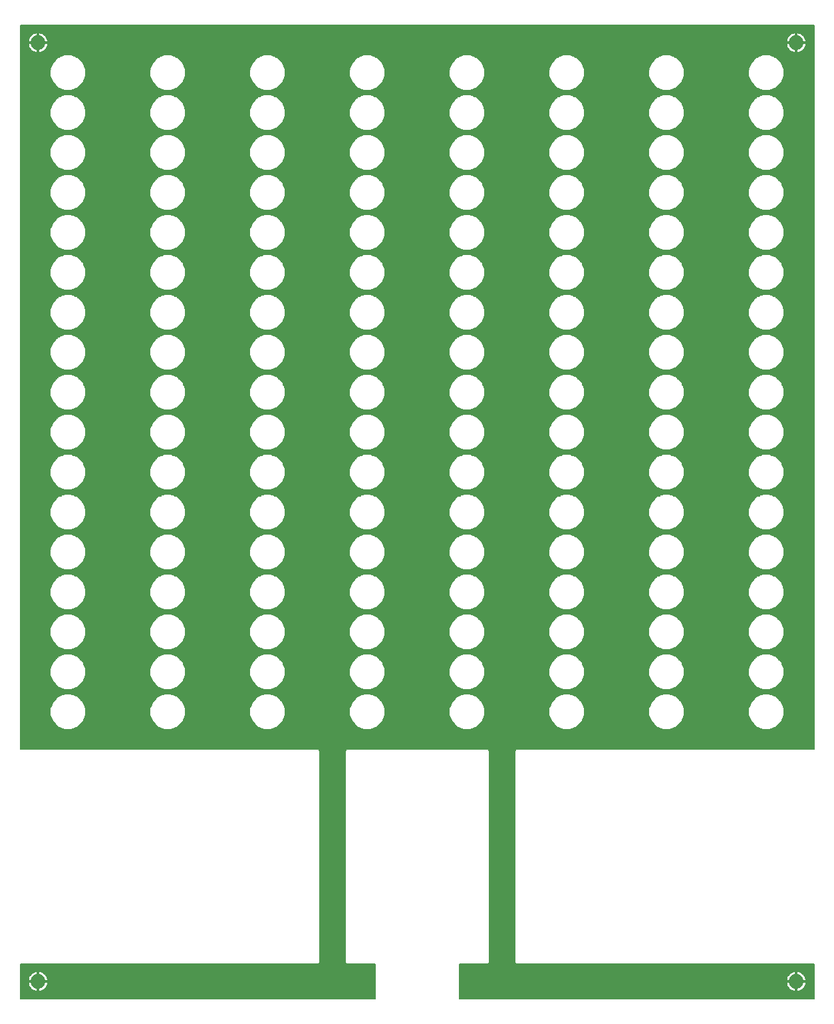
<source format=gtl>
G75*
%MOIN*%
%OFA0B0*%
%FSLAX25Y25*%
%IPPOS*%
%LPD*%
%AMOC8*
5,1,8,0,0,1.08239X$1,22.5*
%
%ADD10C,0.07400*%
%ADD11C,0.00600*%
D10*
X0011300Y0011300D03*
X0391300Y0011300D03*
X0391300Y0481300D03*
X0011300Y0481300D03*
D11*
X0002500Y0020100D02*
X0002500Y0002500D01*
X0180100Y0002500D01*
X0180100Y0020100D01*
X0165803Y0020100D01*
X0165100Y0020803D01*
X0165100Y0126797D01*
X0165803Y0127500D01*
X0236797Y0127500D01*
X0237500Y0126797D01*
X0237500Y0020803D01*
X0236797Y0020100D01*
X0222500Y0020100D01*
X0222500Y0002500D01*
X0400100Y0002500D01*
X0400100Y0020100D01*
X0250803Y0020100D01*
X0250100Y0020803D01*
X0250100Y0126797D01*
X0250803Y0127500D01*
X0400100Y0127500D01*
X0400100Y0490100D01*
X0002500Y0490100D01*
X0002500Y0127500D01*
X0151797Y0127500D01*
X0152500Y0126797D01*
X0152500Y0020803D01*
X0151797Y0020100D01*
X0002500Y0020100D01*
X0002500Y0019854D02*
X0180100Y0019854D01*
X0180100Y0019255D02*
X0002500Y0019255D01*
X0002500Y0018657D02*
X0180100Y0018657D01*
X0180100Y0018058D02*
X0002500Y0018058D01*
X0002500Y0017460D02*
X0180100Y0017460D01*
X0180100Y0016861D02*
X0002500Y0016861D01*
X0002500Y0016263D02*
X0010672Y0016263D01*
X0010906Y0016300D02*
X0010129Y0016177D01*
X0009381Y0015934D01*
X0008679Y0015576D01*
X0008043Y0015114D01*
X0007486Y0014557D01*
X0007024Y0013921D01*
X0006666Y0013219D01*
X0006423Y0012471D01*
X0006300Y0011694D01*
X0006300Y0011600D01*
X0011000Y0011600D01*
X0011000Y0016300D01*
X0010906Y0016300D01*
X0011000Y0016263D02*
X0011600Y0016263D01*
X0011600Y0016300D02*
X0011600Y0011600D01*
X0011000Y0011600D01*
X0011000Y0011000D01*
X0006300Y0011000D01*
X0006300Y0010906D01*
X0006423Y0010129D01*
X0006666Y0009381D01*
X0007024Y0008679D01*
X0007486Y0008043D01*
X0008043Y0007486D01*
X0008679Y0007024D01*
X0009381Y0006666D01*
X0010129Y0006423D01*
X0010906Y0006300D01*
X0011000Y0006300D01*
X0011000Y0011000D01*
X0011600Y0011000D01*
X0011600Y0011600D01*
X0016300Y0011600D01*
X0016300Y0011694D01*
X0016177Y0012471D01*
X0015934Y0013219D01*
X0015576Y0013921D01*
X0015114Y0014557D01*
X0014557Y0015114D01*
X0013921Y0015576D01*
X0013219Y0015934D01*
X0012471Y0016177D01*
X0011694Y0016300D01*
X0011600Y0016300D01*
X0011928Y0016263D02*
X0180100Y0016263D01*
X0180100Y0015664D02*
X0013748Y0015664D01*
X0014605Y0015066D02*
X0180100Y0015066D01*
X0180100Y0014467D02*
X0015179Y0014467D01*
X0015603Y0013869D02*
X0180100Y0013869D01*
X0180100Y0013270D02*
X0015908Y0013270D01*
X0016112Y0012672D02*
X0180100Y0012672D01*
X0180100Y0012073D02*
X0016240Y0012073D01*
X0016300Y0011000D02*
X0011600Y0011000D01*
X0011600Y0006300D01*
X0011694Y0006300D01*
X0012471Y0006423D01*
X0013219Y0006666D01*
X0013921Y0007024D01*
X0014557Y0007486D01*
X0015114Y0008043D01*
X0015576Y0008679D01*
X0015934Y0009381D01*
X0016177Y0010129D01*
X0016300Y0010906D01*
X0016300Y0011000D01*
X0016295Y0010876D02*
X0180100Y0010876D01*
X0180100Y0010278D02*
X0016200Y0010278D01*
X0016031Y0009679D02*
X0180100Y0009679D01*
X0180100Y0009081D02*
X0015781Y0009081D01*
X0015433Y0008482D02*
X0180100Y0008482D01*
X0180100Y0007884D02*
X0014955Y0007884D01*
X0014280Y0007285D02*
X0180100Y0007285D01*
X0180100Y0006687D02*
X0013259Y0006687D01*
X0011600Y0006687D02*
X0011000Y0006687D01*
X0011000Y0007285D02*
X0011600Y0007285D01*
X0011600Y0007884D02*
X0011000Y0007884D01*
X0011000Y0008482D02*
X0011600Y0008482D01*
X0011600Y0009081D02*
X0011000Y0009081D01*
X0011000Y0009679D02*
X0011600Y0009679D01*
X0011600Y0010278D02*
X0011000Y0010278D01*
X0011000Y0010876D02*
X0011600Y0010876D01*
X0011600Y0011475D02*
X0180100Y0011475D01*
X0180100Y0006088D02*
X0002500Y0006088D01*
X0002500Y0005490D02*
X0180100Y0005490D01*
X0180100Y0004891D02*
X0002500Y0004891D01*
X0002500Y0004293D02*
X0180100Y0004293D01*
X0180100Y0003694D02*
X0002500Y0003694D01*
X0002500Y0003096D02*
X0180100Y0003096D01*
X0165451Y0020452D02*
X0152149Y0020452D01*
X0152500Y0021051D02*
X0165100Y0021051D01*
X0165100Y0021649D02*
X0152500Y0021649D01*
X0152500Y0022248D02*
X0165100Y0022248D01*
X0165100Y0022846D02*
X0152500Y0022846D01*
X0152500Y0023445D02*
X0165100Y0023445D01*
X0165100Y0024043D02*
X0152500Y0024043D01*
X0152500Y0024642D02*
X0165100Y0024642D01*
X0165100Y0025240D02*
X0152500Y0025240D01*
X0152500Y0025839D02*
X0165100Y0025839D01*
X0165100Y0026437D02*
X0152500Y0026437D01*
X0152500Y0027036D02*
X0165100Y0027036D01*
X0165100Y0027634D02*
X0152500Y0027634D01*
X0152500Y0028233D02*
X0165100Y0028233D01*
X0165100Y0028832D02*
X0152500Y0028832D01*
X0152500Y0029430D02*
X0165100Y0029430D01*
X0165100Y0030029D02*
X0152500Y0030029D01*
X0152500Y0030627D02*
X0165100Y0030627D01*
X0165100Y0031226D02*
X0152500Y0031226D01*
X0152500Y0031824D02*
X0165100Y0031824D01*
X0165100Y0032423D02*
X0152500Y0032423D01*
X0152500Y0033021D02*
X0165100Y0033021D01*
X0165100Y0033620D02*
X0152500Y0033620D01*
X0152500Y0034218D02*
X0165100Y0034218D01*
X0165100Y0034817D02*
X0152500Y0034817D01*
X0152500Y0035415D02*
X0165100Y0035415D01*
X0165100Y0036014D02*
X0152500Y0036014D01*
X0152500Y0036612D02*
X0165100Y0036612D01*
X0165100Y0037211D02*
X0152500Y0037211D01*
X0152500Y0037809D02*
X0165100Y0037809D01*
X0165100Y0038408D02*
X0152500Y0038408D01*
X0152500Y0039006D02*
X0165100Y0039006D01*
X0165100Y0039605D02*
X0152500Y0039605D01*
X0152500Y0040203D02*
X0165100Y0040203D01*
X0165100Y0040802D02*
X0152500Y0040802D01*
X0152500Y0041400D02*
X0165100Y0041400D01*
X0165100Y0041999D02*
X0152500Y0041999D01*
X0152500Y0042597D02*
X0165100Y0042597D01*
X0165100Y0043196D02*
X0152500Y0043196D01*
X0152500Y0043794D02*
X0165100Y0043794D01*
X0165100Y0044393D02*
X0152500Y0044393D01*
X0152500Y0044991D02*
X0165100Y0044991D01*
X0165100Y0045590D02*
X0152500Y0045590D01*
X0152500Y0046188D02*
X0165100Y0046188D01*
X0165100Y0046787D02*
X0152500Y0046787D01*
X0152500Y0047385D02*
X0165100Y0047385D01*
X0165100Y0047984D02*
X0152500Y0047984D01*
X0152500Y0048582D02*
X0165100Y0048582D01*
X0165100Y0049181D02*
X0152500Y0049181D01*
X0152500Y0049779D02*
X0165100Y0049779D01*
X0165100Y0050378D02*
X0152500Y0050378D01*
X0152500Y0050976D02*
X0165100Y0050976D01*
X0165100Y0051575D02*
X0152500Y0051575D01*
X0152500Y0052173D02*
X0165100Y0052173D01*
X0165100Y0052772D02*
X0152500Y0052772D01*
X0152500Y0053370D02*
X0165100Y0053370D01*
X0165100Y0053969D02*
X0152500Y0053969D01*
X0152500Y0054568D02*
X0165100Y0054568D01*
X0165100Y0055166D02*
X0152500Y0055166D01*
X0152500Y0055765D02*
X0165100Y0055765D01*
X0165100Y0056363D02*
X0152500Y0056363D01*
X0152500Y0056962D02*
X0165100Y0056962D01*
X0165100Y0057560D02*
X0152500Y0057560D01*
X0152500Y0058159D02*
X0165100Y0058159D01*
X0165100Y0058757D02*
X0152500Y0058757D01*
X0152500Y0059356D02*
X0165100Y0059356D01*
X0165100Y0059954D02*
X0152500Y0059954D01*
X0152500Y0060553D02*
X0165100Y0060553D01*
X0165100Y0061151D02*
X0152500Y0061151D01*
X0152500Y0061750D02*
X0165100Y0061750D01*
X0165100Y0062348D02*
X0152500Y0062348D01*
X0152500Y0062947D02*
X0165100Y0062947D01*
X0165100Y0063545D02*
X0152500Y0063545D01*
X0152500Y0064144D02*
X0165100Y0064144D01*
X0165100Y0064742D02*
X0152500Y0064742D01*
X0152500Y0065341D02*
X0165100Y0065341D01*
X0165100Y0065939D02*
X0152500Y0065939D01*
X0152500Y0066538D02*
X0165100Y0066538D01*
X0165100Y0067136D02*
X0152500Y0067136D01*
X0152500Y0067735D02*
X0165100Y0067735D01*
X0165100Y0068333D02*
X0152500Y0068333D01*
X0152500Y0068932D02*
X0165100Y0068932D01*
X0165100Y0069530D02*
X0152500Y0069530D01*
X0152500Y0070129D02*
X0165100Y0070129D01*
X0165100Y0070727D02*
X0152500Y0070727D01*
X0152500Y0071326D02*
X0165100Y0071326D01*
X0165100Y0071924D02*
X0152500Y0071924D01*
X0152500Y0072523D02*
X0165100Y0072523D01*
X0165100Y0073121D02*
X0152500Y0073121D01*
X0152500Y0073720D02*
X0165100Y0073720D01*
X0165100Y0074318D02*
X0152500Y0074318D01*
X0152500Y0074917D02*
X0165100Y0074917D01*
X0165100Y0075515D02*
X0152500Y0075515D01*
X0152500Y0076114D02*
X0165100Y0076114D01*
X0165100Y0076712D02*
X0152500Y0076712D01*
X0152500Y0077311D02*
X0165100Y0077311D01*
X0165100Y0077909D02*
X0152500Y0077909D01*
X0152500Y0078508D02*
X0165100Y0078508D01*
X0165100Y0079106D02*
X0152500Y0079106D01*
X0152500Y0079705D02*
X0165100Y0079705D01*
X0165100Y0080303D02*
X0152500Y0080303D01*
X0152500Y0080902D02*
X0165100Y0080902D01*
X0165100Y0081501D02*
X0152500Y0081501D01*
X0152500Y0082099D02*
X0165100Y0082099D01*
X0165100Y0082698D02*
X0152500Y0082698D01*
X0152500Y0083296D02*
X0165100Y0083296D01*
X0165100Y0083895D02*
X0152500Y0083895D01*
X0152500Y0084493D02*
X0165100Y0084493D01*
X0165100Y0085092D02*
X0152500Y0085092D01*
X0152500Y0085690D02*
X0165100Y0085690D01*
X0165100Y0086289D02*
X0152500Y0086289D01*
X0152500Y0086887D02*
X0165100Y0086887D01*
X0165100Y0087486D02*
X0152500Y0087486D01*
X0152500Y0088084D02*
X0165100Y0088084D01*
X0165100Y0088683D02*
X0152500Y0088683D01*
X0152500Y0089281D02*
X0165100Y0089281D01*
X0165100Y0089880D02*
X0152500Y0089880D01*
X0152500Y0090478D02*
X0165100Y0090478D01*
X0165100Y0091077D02*
X0152500Y0091077D01*
X0152500Y0091675D02*
X0165100Y0091675D01*
X0165100Y0092274D02*
X0152500Y0092274D01*
X0152500Y0092872D02*
X0165100Y0092872D01*
X0165100Y0093471D02*
X0152500Y0093471D01*
X0152500Y0094069D02*
X0165100Y0094069D01*
X0165100Y0094668D02*
X0152500Y0094668D01*
X0152500Y0095266D02*
X0165100Y0095266D01*
X0165100Y0095865D02*
X0152500Y0095865D01*
X0152500Y0096463D02*
X0165100Y0096463D01*
X0165100Y0097062D02*
X0152500Y0097062D01*
X0152500Y0097660D02*
X0165100Y0097660D01*
X0165100Y0098259D02*
X0152500Y0098259D01*
X0152500Y0098857D02*
X0165100Y0098857D01*
X0165100Y0099456D02*
X0152500Y0099456D01*
X0152500Y0100054D02*
X0165100Y0100054D01*
X0165100Y0100653D02*
X0152500Y0100653D01*
X0152500Y0101251D02*
X0165100Y0101251D01*
X0165100Y0101850D02*
X0152500Y0101850D01*
X0152500Y0102448D02*
X0165100Y0102448D01*
X0165100Y0103047D02*
X0152500Y0103047D01*
X0152500Y0103645D02*
X0165100Y0103645D01*
X0165100Y0104244D02*
X0152500Y0104244D01*
X0152500Y0104842D02*
X0165100Y0104842D01*
X0165100Y0105441D02*
X0152500Y0105441D01*
X0152500Y0106039D02*
X0165100Y0106039D01*
X0165100Y0106638D02*
X0152500Y0106638D01*
X0152500Y0107237D02*
X0165100Y0107237D01*
X0165100Y0107835D02*
X0152500Y0107835D01*
X0152500Y0108434D02*
X0165100Y0108434D01*
X0165100Y0109032D02*
X0152500Y0109032D01*
X0152500Y0109631D02*
X0165100Y0109631D01*
X0165100Y0110229D02*
X0152500Y0110229D01*
X0152500Y0110828D02*
X0165100Y0110828D01*
X0165100Y0111426D02*
X0152500Y0111426D01*
X0152500Y0112025D02*
X0165100Y0112025D01*
X0165100Y0112623D02*
X0152500Y0112623D01*
X0152500Y0113222D02*
X0165100Y0113222D01*
X0165100Y0113820D02*
X0152500Y0113820D01*
X0152500Y0114419D02*
X0165100Y0114419D01*
X0165100Y0115017D02*
X0152500Y0115017D01*
X0152500Y0115616D02*
X0165100Y0115616D01*
X0165100Y0116214D02*
X0152500Y0116214D01*
X0152500Y0116813D02*
X0165100Y0116813D01*
X0165100Y0117411D02*
X0152500Y0117411D01*
X0152500Y0118010D02*
X0165100Y0118010D01*
X0165100Y0118608D02*
X0152500Y0118608D01*
X0152500Y0119207D02*
X0165100Y0119207D01*
X0165100Y0119805D02*
X0152500Y0119805D01*
X0152500Y0120404D02*
X0165100Y0120404D01*
X0165100Y0121002D02*
X0152500Y0121002D01*
X0152500Y0121601D02*
X0165100Y0121601D01*
X0165100Y0122199D02*
X0152500Y0122199D01*
X0152500Y0122798D02*
X0165100Y0122798D01*
X0165100Y0123396D02*
X0152500Y0123396D01*
X0152500Y0123995D02*
X0165100Y0123995D01*
X0165100Y0124593D02*
X0152500Y0124593D01*
X0152500Y0125192D02*
X0165100Y0125192D01*
X0165100Y0125790D02*
X0152500Y0125790D01*
X0152500Y0126389D02*
X0165100Y0126389D01*
X0165290Y0126987D02*
X0152310Y0126987D01*
X0168755Y0141259D02*
X0167400Y0144530D01*
X0167400Y0148070D01*
X0168755Y0151341D01*
X0171259Y0153845D01*
X0174530Y0155200D01*
X0178070Y0155200D01*
X0181341Y0153845D01*
X0183845Y0151341D01*
X0185200Y0148070D01*
X0185200Y0144530D01*
X0183845Y0141259D01*
X0181341Y0138755D01*
X0178070Y0137400D01*
X0174530Y0137400D01*
X0171259Y0138755D01*
X0168755Y0141259D01*
X0168716Y0141352D02*
X0133884Y0141352D01*
X0133845Y0141259D02*
X0135200Y0144530D01*
X0135200Y0148070D01*
X0133845Y0151341D01*
X0131341Y0153845D01*
X0128070Y0155200D01*
X0124530Y0155200D01*
X0121259Y0153845D01*
X0118755Y0151341D01*
X0117400Y0148070D01*
X0117400Y0144530D01*
X0118755Y0141259D01*
X0121259Y0138755D01*
X0124530Y0137400D01*
X0128070Y0137400D01*
X0131341Y0138755D01*
X0133845Y0141259D01*
X0133340Y0140753D02*
X0169260Y0140753D01*
X0169859Y0140155D02*
X0132741Y0140155D01*
X0132143Y0139556D02*
X0170457Y0139556D01*
X0171056Y0138958D02*
X0131544Y0138958D01*
X0130386Y0138359D02*
X0172214Y0138359D01*
X0173659Y0137761D02*
X0128941Y0137761D01*
X0134132Y0141950D02*
X0168468Y0141950D01*
X0168221Y0142549D02*
X0134379Y0142549D01*
X0134627Y0143147D02*
X0167973Y0143147D01*
X0167725Y0143746D02*
X0134875Y0143746D01*
X0135123Y0144344D02*
X0167477Y0144344D01*
X0167400Y0144943D02*
X0135200Y0144943D01*
X0135200Y0145541D02*
X0167400Y0145541D01*
X0167400Y0146140D02*
X0135200Y0146140D01*
X0135200Y0146738D02*
X0167400Y0146738D01*
X0167400Y0147337D02*
X0135200Y0147337D01*
X0135200Y0147935D02*
X0167400Y0147935D01*
X0167592Y0148534D02*
X0135008Y0148534D01*
X0134760Y0149132D02*
X0167840Y0149132D01*
X0168088Y0149731D02*
X0134512Y0149731D01*
X0134264Y0150329D02*
X0168336Y0150329D01*
X0168584Y0150928D02*
X0134016Y0150928D01*
X0133660Y0151526D02*
X0168940Y0151526D01*
X0169538Y0152125D02*
X0133062Y0152125D01*
X0132463Y0152723D02*
X0170137Y0152723D01*
X0170735Y0153322D02*
X0131865Y0153322D01*
X0131160Y0153920D02*
X0171440Y0153920D01*
X0172885Y0154519D02*
X0129715Y0154519D01*
X0128270Y0155117D02*
X0174330Y0155117D01*
X0174530Y0157400D02*
X0178070Y0157400D01*
X0181341Y0158755D01*
X0183845Y0161259D01*
X0185200Y0164530D01*
X0185200Y0168070D01*
X0183845Y0171341D01*
X0181341Y0173845D01*
X0178070Y0175200D01*
X0174530Y0175200D01*
X0171259Y0173845D01*
X0168755Y0171341D01*
X0167400Y0168070D01*
X0167400Y0164530D01*
X0168755Y0161259D01*
X0171259Y0158755D01*
X0174530Y0157400D01*
X0174261Y0157511D02*
X0128339Y0157511D01*
X0128070Y0157400D02*
X0131341Y0158755D01*
X0133845Y0161259D01*
X0135200Y0164530D01*
X0135200Y0168070D01*
X0133845Y0171341D01*
X0131341Y0173845D01*
X0128070Y0175200D01*
X0124530Y0175200D01*
X0121259Y0173845D01*
X0118755Y0171341D01*
X0117400Y0168070D01*
X0117400Y0164530D01*
X0118755Y0161259D01*
X0121259Y0158755D01*
X0124530Y0157400D01*
X0128070Y0157400D01*
X0129784Y0158110D02*
X0172816Y0158110D01*
X0171371Y0158708D02*
X0131229Y0158708D01*
X0131893Y0159307D02*
X0170707Y0159307D01*
X0170108Y0159905D02*
X0132492Y0159905D01*
X0133091Y0160504D02*
X0169509Y0160504D01*
X0168911Y0161103D02*
X0133689Y0161103D01*
X0134028Y0161701D02*
X0168572Y0161701D01*
X0168324Y0162300D02*
X0134276Y0162300D01*
X0134524Y0162898D02*
X0168076Y0162898D01*
X0167828Y0163497D02*
X0134772Y0163497D01*
X0135020Y0164095D02*
X0167580Y0164095D01*
X0167400Y0164694D02*
X0135200Y0164694D01*
X0135200Y0165292D02*
X0167400Y0165292D01*
X0167400Y0165891D02*
X0135200Y0165891D01*
X0135200Y0166489D02*
X0167400Y0166489D01*
X0167400Y0167088D02*
X0135200Y0167088D01*
X0135200Y0167686D02*
X0167400Y0167686D01*
X0167489Y0168285D02*
X0135111Y0168285D01*
X0134863Y0168883D02*
X0167737Y0168883D01*
X0167985Y0169482D02*
X0134615Y0169482D01*
X0134367Y0170080D02*
X0168233Y0170080D01*
X0168480Y0170679D02*
X0134120Y0170679D01*
X0133872Y0171277D02*
X0168728Y0171277D01*
X0169289Y0171876D02*
X0133311Y0171876D01*
X0132712Y0172474D02*
X0169888Y0172474D01*
X0170486Y0173073D02*
X0132114Y0173073D01*
X0131515Y0173671D02*
X0171085Y0173671D01*
X0172284Y0174270D02*
X0130316Y0174270D01*
X0128871Y0174868D02*
X0173729Y0174868D01*
X0174530Y0177400D02*
X0171259Y0178755D01*
X0168755Y0181259D01*
X0167400Y0184530D01*
X0167400Y0188070D01*
X0168755Y0191341D01*
X0171259Y0193845D01*
X0174530Y0195200D01*
X0178070Y0195200D01*
X0181341Y0193845D01*
X0183845Y0191341D01*
X0185200Y0188070D01*
X0185200Y0184530D01*
X0183845Y0181259D01*
X0181341Y0178755D01*
X0178070Y0177400D01*
X0174530Y0177400D01*
X0173417Y0177861D02*
X0129183Y0177861D01*
X0128070Y0177400D02*
X0131341Y0178755D01*
X0133845Y0181259D01*
X0135200Y0184530D01*
X0135200Y0188070D01*
X0133845Y0191341D01*
X0131341Y0193845D01*
X0128070Y0195200D01*
X0124530Y0195200D01*
X0121259Y0193845D01*
X0118755Y0191341D01*
X0117400Y0188070D01*
X0117400Y0184530D01*
X0118755Y0181259D01*
X0121259Y0178755D01*
X0124530Y0177400D01*
X0128070Y0177400D01*
X0130628Y0178459D02*
X0171972Y0178459D01*
X0170956Y0179058D02*
X0131644Y0179058D01*
X0132243Y0179656D02*
X0170357Y0179656D01*
X0169759Y0180255D02*
X0132841Y0180255D01*
X0133440Y0180853D02*
X0169160Y0180853D01*
X0168675Y0181452D02*
X0133925Y0181452D01*
X0134173Y0182050D02*
X0168427Y0182050D01*
X0168179Y0182649D02*
X0134421Y0182649D01*
X0134669Y0183247D02*
X0167931Y0183247D01*
X0167683Y0183846D02*
X0134917Y0183846D01*
X0135165Y0184444D02*
X0167435Y0184444D01*
X0167400Y0185043D02*
X0135200Y0185043D01*
X0135200Y0185641D02*
X0167400Y0185641D01*
X0167400Y0186240D02*
X0135200Y0186240D01*
X0135200Y0186839D02*
X0167400Y0186839D01*
X0167400Y0187437D02*
X0135200Y0187437D01*
X0135200Y0188036D02*
X0167400Y0188036D01*
X0167634Y0188634D02*
X0134966Y0188634D01*
X0134719Y0189233D02*
X0167881Y0189233D01*
X0168129Y0189831D02*
X0134471Y0189831D01*
X0134223Y0190430D02*
X0168377Y0190430D01*
X0168625Y0191028D02*
X0133975Y0191028D01*
X0133560Y0191627D02*
X0169040Y0191627D01*
X0169639Y0192225D02*
X0132961Y0192225D01*
X0132363Y0192824D02*
X0170237Y0192824D01*
X0170836Y0193422D02*
X0131764Y0193422D01*
X0130917Y0194021D02*
X0171683Y0194021D01*
X0173127Y0194619D02*
X0129473Y0194619D01*
X0128070Y0197400D02*
X0131341Y0198755D01*
X0133845Y0201259D01*
X0135200Y0204530D01*
X0135200Y0208070D01*
X0133845Y0211341D01*
X0131341Y0213845D01*
X0128070Y0215200D01*
X0124530Y0215200D01*
X0121259Y0213845D01*
X0118755Y0211341D01*
X0117400Y0208070D01*
X0117400Y0204530D01*
X0118755Y0201259D01*
X0121259Y0198755D01*
X0124530Y0197400D01*
X0128070Y0197400D01*
X0128581Y0197612D02*
X0174019Y0197612D01*
X0174530Y0197400D02*
X0178070Y0197400D01*
X0181341Y0198755D01*
X0183845Y0201259D01*
X0185200Y0204530D01*
X0185200Y0208070D01*
X0183845Y0211341D01*
X0181341Y0213845D01*
X0178070Y0215200D01*
X0174530Y0215200D01*
X0171259Y0213845D01*
X0168755Y0211341D01*
X0167400Y0208070D01*
X0167400Y0204530D01*
X0168755Y0201259D01*
X0171259Y0198755D01*
X0174530Y0197400D01*
X0172574Y0198210D02*
X0130026Y0198210D01*
X0131395Y0198809D02*
X0171205Y0198809D01*
X0170606Y0199407D02*
X0131994Y0199407D01*
X0132592Y0200006D02*
X0170008Y0200006D01*
X0169409Y0200604D02*
X0133191Y0200604D01*
X0133789Y0201203D02*
X0168811Y0201203D01*
X0168530Y0201801D02*
X0134070Y0201801D01*
X0134318Y0202400D02*
X0168282Y0202400D01*
X0168034Y0202998D02*
X0134566Y0202998D01*
X0134814Y0203597D02*
X0167786Y0203597D01*
X0167538Y0204195D02*
X0135061Y0204195D01*
X0135200Y0204794D02*
X0167400Y0204794D01*
X0167400Y0205392D02*
X0135200Y0205392D01*
X0135200Y0205991D02*
X0167400Y0205991D01*
X0167400Y0206589D02*
X0135200Y0206589D01*
X0135200Y0207188D02*
X0167400Y0207188D01*
X0167400Y0207786D02*
X0135200Y0207786D01*
X0135070Y0208385D02*
X0167530Y0208385D01*
X0167778Y0208983D02*
X0134822Y0208983D01*
X0134574Y0209582D02*
X0168026Y0209582D01*
X0168274Y0210180D02*
X0134326Y0210180D01*
X0134078Y0210779D02*
X0168522Y0210779D01*
X0168791Y0211377D02*
X0133809Y0211377D01*
X0133210Y0211976D02*
X0169389Y0211976D01*
X0169988Y0212574D02*
X0132612Y0212574D01*
X0132013Y0213173D02*
X0170587Y0213173D01*
X0171185Y0213772D02*
X0131415Y0213772D01*
X0130074Y0214370D02*
X0172526Y0214370D01*
X0173971Y0214969D02*
X0128629Y0214969D01*
X0128070Y0217400D02*
X0124530Y0217400D01*
X0121259Y0218755D01*
X0118755Y0221259D01*
X0117400Y0224530D01*
X0117400Y0228070D01*
X0118755Y0231341D01*
X0121259Y0233845D01*
X0124530Y0235200D01*
X0128070Y0235200D01*
X0131341Y0233845D01*
X0133845Y0231341D01*
X0135200Y0228070D01*
X0135200Y0224530D01*
X0133845Y0221259D01*
X0131341Y0218755D01*
X0128070Y0217400D01*
X0129425Y0217961D02*
X0173175Y0217961D01*
X0174530Y0217400D02*
X0178070Y0217400D01*
X0181341Y0218755D01*
X0183845Y0221259D01*
X0185200Y0224530D01*
X0185200Y0228070D01*
X0183845Y0231341D01*
X0181341Y0233845D01*
X0178070Y0235200D01*
X0174530Y0235200D01*
X0171259Y0233845D01*
X0168755Y0231341D01*
X0167400Y0228070D01*
X0167400Y0224530D01*
X0168755Y0221259D01*
X0171259Y0218755D01*
X0174530Y0217400D01*
X0171730Y0218560D02*
X0130870Y0218560D01*
X0131745Y0219158D02*
X0170855Y0219158D01*
X0170257Y0219757D02*
X0132343Y0219757D01*
X0132942Y0220355D02*
X0169658Y0220355D01*
X0169060Y0220954D02*
X0133540Y0220954D01*
X0133967Y0221552D02*
X0168633Y0221552D01*
X0168385Y0222151D02*
X0134215Y0222151D01*
X0134462Y0222749D02*
X0168138Y0222749D01*
X0167890Y0223348D02*
X0134710Y0223348D01*
X0134958Y0223946D02*
X0167642Y0223946D01*
X0167400Y0224545D02*
X0135200Y0224545D01*
X0135200Y0225143D02*
X0167400Y0225143D01*
X0167400Y0225742D02*
X0135200Y0225742D01*
X0135200Y0226340D02*
X0167400Y0226340D01*
X0167400Y0226939D02*
X0135200Y0226939D01*
X0135200Y0227537D02*
X0167400Y0227537D01*
X0167427Y0228136D02*
X0135173Y0228136D01*
X0134925Y0228734D02*
X0167675Y0228734D01*
X0167923Y0229333D02*
X0134677Y0229333D01*
X0134429Y0229931D02*
X0168171Y0229931D01*
X0168419Y0230530D02*
X0134181Y0230530D01*
X0133933Y0231128D02*
X0168667Y0231128D01*
X0169140Y0231727D02*
X0133460Y0231727D01*
X0132861Y0232325D02*
X0169739Y0232325D01*
X0170337Y0232924D02*
X0132263Y0232924D01*
X0131664Y0233522D02*
X0170936Y0233522D01*
X0171925Y0234121D02*
X0130675Y0234121D01*
X0129231Y0234719D02*
X0173369Y0234719D01*
X0174530Y0237400D02*
X0171259Y0238755D01*
X0168755Y0241259D01*
X0167400Y0244530D01*
X0167400Y0248070D01*
X0168755Y0251341D01*
X0171259Y0253845D01*
X0174530Y0255200D01*
X0178070Y0255200D01*
X0181341Y0253845D01*
X0183845Y0251341D01*
X0185200Y0248070D01*
X0185200Y0244530D01*
X0183845Y0241259D01*
X0181341Y0238755D01*
X0178070Y0237400D01*
X0174530Y0237400D01*
X0173777Y0237712D02*
X0128823Y0237712D01*
X0128070Y0237400D02*
X0131341Y0238755D01*
X0133845Y0241259D01*
X0135200Y0244530D01*
X0135200Y0248070D01*
X0133845Y0251341D01*
X0131341Y0253845D01*
X0128070Y0255200D01*
X0124530Y0255200D01*
X0121259Y0253845D01*
X0118755Y0251341D01*
X0117400Y0248070D01*
X0117400Y0244530D01*
X0118755Y0241259D01*
X0121259Y0238755D01*
X0124530Y0237400D01*
X0128070Y0237400D01*
X0130268Y0238310D02*
X0172332Y0238310D01*
X0171105Y0238909D02*
X0131495Y0238909D01*
X0132094Y0239508D02*
X0170506Y0239508D01*
X0169907Y0240106D02*
X0132693Y0240106D01*
X0133291Y0240705D02*
X0169309Y0240705D01*
X0168737Y0241303D02*
X0133863Y0241303D01*
X0134111Y0241902D02*
X0168489Y0241902D01*
X0168241Y0242500D02*
X0134359Y0242500D01*
X0134607Y0243099D02*
X0167993Y0243099D01*
X0167745Y0243697D02*
X0134855Y0243697D01*
X0135103Y0244296D02*
X0167497Y0244296D01*
X0167400Y0244894D02*
X0135200Y0244894D01*
X0135200Y0245493D02*
X0167400Y0245493D01*
X0167400Y0246091D02*
X0135200Y0246091D01*
X0135200Y0246690D02*
X0167400Y0246690D01*
X0167400Y0247288D02*
X0135200Y0247288D01*
X0135200Y0247887D02*
X0167400Y0247887D01*
X0167572Y0248485D02*
X0135028Y0248485D01*
X0134780Y0249084D02*
X0167820Y0249084D01*
X0168068Y0249682D02*
X0134532Y0249682D01*
X0134284Y0250281D02*
X0168316Y0250281D01*
X0168563Y0250879D02*
X0134037Y0250879D01*
X0133709Y0251478D02*
X0168891Y0251478D01*
X0169490Y0252076D02*
X0133110Y0252076D01*
X0132512Y0252675D02*
X0170088Y0252675D01*
X0170687Y0253273D02*
X0131913Y0253273D01*
X0131277Y0253872D02*
X0171323Y0253872D01*
X0172768Y0254470D02*
X0129832Y0254470D01*
X0128387Y0255069D02*
X0174213Y0255069D01*
X0174530Y0257400D02*
X0171259Y0258755D01*
X0168755Y0261259D01*
X0167400Y0264530D01*
X0167400Y0268070D01*
X0168755Y0271341D01*
X0171259Y0273845D01*
X0174530Y0275200D01*
X0178070Y0275200D01*
X0181341Y0273845D01*
X0183845Y0271341D01*
X0185200Y0268070D01*
X0185200Y0264530D01*
X0183845Y0261259D01*
X0181341Y0258755D01*
X0178070Y0257400D01*
X0174530Y0257400D01*
X0174378Y0257463D02*
X0128222Y0257463D01*
X0128070Y0257400D02*
X0131341Y0258755D01*
X0133845Y0261259D01*
X0135200Y0264530D01*
X0135200Y0268070D01*
X0133845Y0271341D01*
X0131341Y0273845D01*
X0128070Y0275200D01*
X0124530Y0275200D01*
X0121259Y0273845D01*
X0118755Y0271341D01*
X0117400Y0268070D01*
X0117400Y0264530D01*
X0118755Y0261259D01*
X0121259Y0258755D01*
X0124530Y0257400D01*
X0128070Y0257400D01*
X0129667Y0258061D02*
X0172933Y0258061D01*
X0171488Y0258660D02*
X0131112Y0258660D01*
X0131845Y0259258D02*
X0170755Y0259258D01*
X0170157Y0259857D02*
X0132443Y0259857D01*
X0133042Y0260455D02*
X0169558Y0260455D01*
X0168960Y0261054D02*
X0133640Y0261054D01*
X0134008Y0261652D02*
X0168592Y0261652D01*
X0168344Y0262251D02*
X0134256Y0262251D01*
X0134504Y0262849D02*
X0168096Y0262849D01*
X0167848Y0263448D02*
X0134752Y0263448D01*
X0135000Y0264046D02*
X0167600Y0264046D01*
X0167400Y0264645D02*
X0135200Y0264645D01*
X0135200Y0265243D02*
X0167400Y0265243D01*
X0167400Y0265842D02*
X0135200Y0265842D01*
X0135200Y0266441D02*
X0167400Y0266441D01*
X0167400Y0267039D02*
X0135200Y0267039D01*
X0135200Y0267638D02*
X0167400Y0267638D01*
X0167469Y0268236D02*
X0135131Y0268236D01*
X0134883Y0268835D02*
X0167717Y0268835D01*
X0167964Y0269433D02*
X0134636Y0269433D01*
X0134388Y0270032D02*
X0168212Y0270032D01*
X0168460Y0270630D02*
X0134140Y0270630D01*
X0133892Y0271229D02*
X0168708Y0271229D01*
X0169241Y0271827D02*
X0133359Y0271827D01*
X0132761Y0272426D02*
X0169839Y0272426D01*
X0170438Y0273024D02*
X0132162Y0273024D01*
X0131564Y0273623D02*
X0171036Y0273623D01*
X0172167Y0274221D02*
X0130433Y0274221D01*
X0128988Y0274820D02*
X0173612Y0274820D01*
X0174530Y0277400D02*
X0171259Y0278755D01*
X0168755Y0281259D01*
X0167400Y0284530D01*
X0167400Y0288070D01*
X0168755Y0291341D01*
X0171259Y0293845D01*
X0174530Y0295200D01*
X0178070Y0295200D01*
X0181341Y0293845D01*
X0183845Y0291341D01*
X0185200Y0288070D01*
X0185200Y0284530D01*
X0183845Y0281259D01*
X0181341Y0278755D01*
X0178070Y0277400D01*
X0174530Y0277400D01*
X0173534Y0277812D02*
X0129066Y0277812D01*
X0128070Y0277400D02*
X0131341Y0278755D01*
X0133845Y0281259D01*
X0135200Y0284530D01*
X0135200Y0288070D01*
X0133845Y0291341D01*
X0131341Y0293845D01*
X0128070Y0295200D01*
X0124530Y0295200D01*
X0121259Y0293845D01*
X0118755Y0291341D01*
X0117400Y0288070D01*
X0117400Y0284530D01*
X0118755Y0281259D01*
X0121259Y0278755D01*
X0124530Y0277400D01*
X0128070Y0277400D01*
X0130510Y0278411D02*
X0172090Y0278411D01*
X0171004Y0279009D02*
X0131596Y0279009D01*
X0132194Y0279608D02*
X0170406Y0279608D01*
X0169807Y0280206D02*
X0132793Y0280206D01*
X0133391Y0280805D02*
X0169209Y0280805D01*
X0168695Y0281403D02*
X0133905Y0281403D01*
X0134153Y0282002D02*
X0168447Y0282002D01*
X0168199Y0282600D02*
X0134401Y0282600D01*
X0134649Y0283199D02*
X0167951Y0283199D01*
X0167703Y0283797D02*
X0134897Y0283797D01*
X0135145Y0284396D02*
X0167455Y0284396D01*
X0167400Y0284994D02*
X0135200Y0284994D01*
X0135200Y0285593D02*
X0167400Y0285593D01*
X0167400Y0286191D02*
X0135200Y0286191D01*
X0135200Y0286790D02*
X0167400Y0286790D01*
X0167400Y0287388D02*
X0135200Y0287388D01*
X0135200Y0287987D02*
X0167400Y0287987D01*
X0167613Y0288585D02*
X0134987Y0288585D01*
X0134739Y0289184D02*
X0167861Y0289184D01*
X0168109Y0289782D02*
X0134491Y0289782D01*
X0134243Y0290381D02*
X0168357Y0290381D01*
X0168605Y0290979D02*
X0133995Y0290979D01*
X0133608Y0291578D02*
X0168991Y0291578D01*
X0169590Y0292177D02*
X0133010Y0292177D01*
X0132411Y0292775D02*
X0170189Y0292775D01*
X0170787Y0293374D02*
X0131813Y0293374D01*
X0131035Y0293972D02*
X0171565Y0293972D01*
X0173010Y0294571D02*
X0129590Y0294571D01*
X0128145Y0295169D02*
X0174455Y0295169D01*
X0174530Y0297400D02*
X0171259Y0298755D01*
X0168755Y0301259D01*
X0167400Y0304530D01*
X0167400Y0308070D01*
X0168755Y0311341D01*
X0171259Y0313845D01*
X0174530Y0315200D01*
X0178070Y0315200D01*
X0181341Y0313845D01*
X0183845Y0311341D01*
X0185200Y0308070D01*
X0185200Y0304530D01*
X0183845Y0301259D01*
X0181341Y0298755D01*
X0178070Y0297400D01*
X0174530Y0297400D01*
X0174136Y0297563D02*
X0128464Y0297563D01*
X0128070Y0297400D02*
X0131341Y0298755D01*
X0133845Y0301259D01*
X0135200Y0304530D01*
X0135200Y0308070D01*
X0133845Y0311341D01*
X0131341Y0313845D01*
X0128070Y0315200D01*
X0124530Y0315200D01*
X0121259Y0313845D01*
X0118755Y0311341D01*
X0117400Y0308070D01*
X0117400Y0304530D01*
X0118755Y0301259D01*
X0121259Y0298755D01*
X0124530Y0297400D01*
X0128070Y0297400D01*
X0129909Y0298162D02*
X0172691Y0298162D01*
X0171253Y0298760D02*
X0131347Y0298760D01*
X0131945Y0299359D02*
X0170655Y0299359D01*
X0170056Y0299957D02*
X0132544Y0299957D01*
X0133142Y0300556D02*
X0169458Y0300556D01*
X0168859Y0301154D02*
X0133741Y0301154D01*
X0134050Y0301753D02*
X0168550Y0301753D01*
X0168302Y0302351D02*
X0134298Y0302351D01*
X0134546Y0302950D02*
X0168054Y0302950D01*
X0167807Y0303548D02*
X0134793Y0303548D01*
X0135041Y0304147D02*
X0167559Y0304147D01*
X0167400Y0304745D02*
X0135200Y0304745D01*
X0135200Y0305344D02*
X0167400Y0305344D01*
X0167400Y0305942D02*
X0135200Y0305942D01*
X0135200Y0306541D02*
X0167400Y0306541D01*
X0167400Y0307139D02*
X0135200Y0307139D01*
X0135200Y0307738D02*
X0167400Y0307738D01*
X0167510Y0308336D02*
X0135090Y0308336D01*
X0134842Y0308935D02*
X0167758Y0308935D01*
X0168006Y0309533D02*
X0134594Y0309533D01*
X0134346Y0310132D02*
X0168254Y0310132D01*
X0168502Y0310730D02*
X0134098Y0310730D01*
X0133850Y0311329D02*
X0168750Y0311329D01*
X0169341Y0311927D02*
X0133259Y0311927D01*
X0132661Y0312526D02*
X0169939Y0312526D01*
X0170538Y0313124D02*
X0132062Y0313124D01*
X0131464Y0313723D02*
X0171136Y0313723D01*
X0172409Y0314321D02*
X0130191Y0314321D01*
X0128746Y0314920D02*
X0173854Y0314920D01*
X0174530Y0317400D02*
X0171259Y0318755D01*
X0168755Y0321259D01*
X0167400Y0324530D01*
X0167400Y0328070D01*
X0168755Y0331341D01*
X0171259Y0333845D01*
X0174530Y0335200D01*
X0178070Y0335200D01*
X0181341Y0333845D01*
X0183845Y0331341D01*
X0185200Y0328070D01*
X0185200Y0324530D01*
X0183845Y0321259D01*
X0181341Y0318755D01*
X0178070Y0317400D01*
X0174530Y0317400D01*
X0173292Y0317912D02*
X0129308Y0317912D01*
X0128070Y0317400D02*
X0131341Y0318755D01*
X0133845Y0321259D01*
X0135200Y0324530D01*
X0135200Y0328070D01*
X0133845Y0331341D01*
X0131341Y0333845D01*
X0128070Y0335200D01*
X0124530Y0335200D01*
X0121259Y0333845D01*
X0118755Y0331341D01*
X0117400Y0328070D01*
X0117400Y0324530D01*
X0118755Y0321259D01*
X0121259Y0318755D01*
X0124530Y0317400D01*
X0128070Y0317400D01*
X0130752Y0318511D02*
X0171847Y0318511D01*
X0170904Y0319110D02*
X0131696Y0319110D01*
X0132295Y0319708D02*
X0170305Y0319708D01*
X0169707Y0320307D02*
X0132893Y0320307D01*
X0133492Y0320905D02*
X0169108Y0320905D01*
X0168653Y0321504D02*
X0133947Y0321504D01*
X0134194Y0322102D02*
X0168406Y0322102D01*
X0168158Y0322701D02*
X0134442Y0322701D01*
X0134690Y0323299D02*
X0167910Y0323299D01*
X0167662Y0323898D02*
X0134938Y0323898D01*
X0135186Y0324496D02*
X0167414Y0324496D01*
X0167400Y0325095D02*
X0135200Y0325095D01*
X0135200Y0325693D02*
X0167400Y0325693D01*
X0167400Y0326292D02*
X0135200Y0326292D01*
X0135200Y0326890D02*
X0167400Y0326890D01*
X0167400Y0327489D02*
X0135200Y0327489D01*
X0135193Y0328087D02*
X0167407Y0328087D01*
X0167655Y0328686D02*
X0134945Y0328686D01*
X0134697Y0329284D02*
X0167903Y0329284D01*
X0168151Y0329883D02*
X0134449Y0329883D01*
X0134201Y0330481D02*
X0168399Y0330481D01*
X0168647Y0331080D02*
X0133953Y0331080D01*
X0133508Y0331678D02*
X0169092Y0331678D01*
X0169690Y0332277D02*
X0132910Y0332277D01*
X0132311Y0332875D02*
X0170289Y0332875D01*
X0170887Y0333474D02*
X0131713Y0333474D01*
X0130793Y0334072D02*
X0171807Y0334072D01*
X0173252Y0334671D02*
X0129348Y0334671D01*
X0128070Y0337400D02*
X0131341Y0338755D01*
X0133845Y0341259D01*
X0135200Y0344530D01*
X0135200Y0348070D01*
X0133845Y0351341D01*
X0131341Y0353845D01*
X0128070Y0355200D01*
X0124530Y0355200D01*
X0121259Y0353845D01*
X0118755Y0351341D01*
X0117400Y0348070D01*
X0117400Y0344530D01*
X0118755Y0341259D01*
X0121259Y0338755D01*
X0124530Y0337400D01*
X0128070Y0337400D01*
X0128706Y0337663D02*
X0173894Y0337663D01*
X0174530Y0337400D02*
X0178070Y0337400D01*
X0181341Y0338755D01*
X0183845Y0341259D01*
X0185200Y0344530D01*
X0185200Y0348070D01*
X0183845Y0351341D01*
X0181341Y0353845D01*
X0178070Y0355200D01*
X0174530Y0355200D01*
X0171259Y0353845D01*
X0168755Y0351341D01*
X0167400Y0348070D01*
X0167400Y0344530D01*
X0168755Y0341259D01*
X0171259Y0338755D01*
X0174530Y0337400D01*
X0172449Y0338262D02*
X0130151Y0338262D01*
X0131447Y0338860D02*
X0171153Y0338860D01*
X0170555Y0339459D02*
X0132045Y0339459D01*
X0132644Y0340057D02*
X0169956Y0340057D01*
X0169358Y0340656D02*
X0133242Y0340656D01*
X0133841Y0341254D02*
X0168759Y0341254D01*
X0168509Y0341853D02*
X0134091Y0341853D01*
X0134339Y0342451D02*
X0168261Y0342451D01*
X0168013Y0343050D02*
X0134587Y0343050D01*
X0134835Y0343648D02*
X0167765Y0343648D01*
X0167517Y0344247D02*
X0135083Y0344247D01*
X0135200Y0344845D02*
X0167400Y0344845D01*
X0167400Y0345444D02*
X0135200Y0345444D01*
X0135200Y0346043D02*
X0167400Y0346043D01*
X0167400Y0346641D02*
X0135200Y0346641D01*
X0135200Y0347240D02*
X0167400Y0347240D01*
X0167400Y0347838D02*
X0135200Y0347838D01*
X0135048Y0348437D02*
X0167552Y0348437D01*
X0167800Y0349035D02*
X0134800Y0349035D01*
X0134552Y0349634D02*
X0168048Y0349634D01*
X0168295Y0350232D02*
X0134305Y0350232D01*
X0134057Y0350831D02*
X0168543Y0350831D01*
X0168843Y0351429D02*
X0133757Y0351429D01*
X0133159Y0352028D02*
X0169441Y0352028D01*
X0170040Y0352626D02*
X0132560Y0352626D01*
X0131962Y0353225D02*
X0170638Y0353225D01*
X0171237Y0353823D02*
X0131363Y0353823D01*
X0129949Y0354422D02*
X0172651Y0354422D01*
X0174096Y0355020D02*
X0128504Y0355020D01*
X0128070Y0357400D02*
X0131341Y0358755D01*
X0133845Y0361259D01*
X0135200Y0364530D01*
X0135200Y0368070D01*
X0133845Y0371341D01*
X0131341Y0373845D01*
X0128070Y0375200D01*
X0124530Y0375200D01*
X0121259Y0373845D01*
X0118755Y0371341D01*
X0117400Y0368070D01*
X0117400Y0364530D01*
X0118755Y0361259D01*
X0121259Y0358755D01*
X0124530Y0357400D01*
X0128070Y0357400D01*
X0128105Y0357414D02*
X0174495Y0357414D01*
X0174530Y0357400D02*
X0178070Y0357400D01*
X0181341Y0358755D01*
X0183845Y0361259D01*
X0185200Y0364530D01*
X0185200Y0368070D01*
X0183845Y0371341D01*
X0181341Y0373845D01*
X0178070Y0375200D01*
X0174530Y0375200D01*
X0171259Y0373845D01*
X0168755Y0371341D01*
X0167400Y0368070D01*
X0167400Y0364530D01*
X0168755Y0361259D01*
X0171259Y0358755D01*
X0174530Y0357400D01*
X0173050Y0358013D02*
X0129550Y0358013D01*
X0130995Y0358611D02*
X0171605Y0358611D01*
X0170804Y0359210D02*
X0131796Y0359210D01*
X0132395Y0359808D02*
X0170205Y0359808D01*
X0169607Y0360407D02*
X0132993Y0360407D01*
X0133592Y0361005D02*
X0169008Y0361005D01*
X0168612Y0361604D02*
X0133988Y0361604D01*
X0134236Y0362202D02*
X0168364Y0362202D01*
X0168116Y0362801D02*
X0134484Y0362801D01*
X0134732Y0363399D02*
X0167868Y0363399D01*
X0167620Y0363998D02*
X0134980Y0363998D01*
X0135200Y0364596D02*
X0167400Y0364596D01*
X0167400Y0365195D02*
X0135200Y0365195D01*
X0135200Y0365793D02*
X0167400Y0365793D01*
X0167400Y0366392D02*
X0135200Y0366392D01*
X0135200Y0366990D02*
X0167400Y0366990D01*
X0167400Y0367589D02*
X0135200Y0367589D01*
X0135151Y0368187D02*
X0167449Y0368187D01*
X0167696Y0368786D02*
X0134904Y0368786D01*
X0134656Y0369384D02*
X0167944Y0369384D01*
X0168192Y0369983D02*
X0134408Y0369983D01*
X0134160Y0370581D02*
X0168440Y0370581D01*
X0168688Y0371180D02*
X0133912Y0371180D01*
X0133408Y0371779D02*
X0169192Y0371779D01*
X0169791Y0372377D02*
X0132809Y0372377D01*
X0132211Y0372976D02*
X0170389Y0372976D01*
X0170988Y0373574D02*
X0131612Y0373574D01*
X0130551Y0374173D02*
X0172049Y0374173D01*
X0173494Y0374771D02*
X0129106Y0374771D01*
X0128070Y0377400D02*
X0131341Y0378755D01*
X0133845Y0381259D01*
X0135200Y0384530D01*
X0135200Y0388070D01*
X0133845Y0391341D01*
X0131341Y0393845D01*
X0128070Y0395200D01*
X0124530Y0395200D01*
X0121259Y0393845D01*
X0118755Y0391341D01*
X0117400Y0388070D01*
X0117400Y0384530D01*
X0118755Y0381259D01*
X0121259Y0378755D01*
X0124530Y0377400D01*
X0128070Y0377400D01*
X0128948Y0377764D02*
X0173652Y0377764D01*
X0174530Y0377400D02*
X0178070Y0377400D01*
X0181341Y0378755D01*
X0183845Y0381259D01*
X0185200Y0384530D01*
X0185200Y0388070D01*
X0183845Y0391341D01*
X0181341Y0393845D01*
X0178070Y0395200D01*
X0174530Y0395200D01*
X0171259Y0393845D01*
X0168755Y0391341D01*
X0167400Y0388070D01*
X0167400Y0384530D01*
X0168755Y0381259D01*
X0171259Y0378755D01*
X0174530Y0377400D01*
X0172207Y0378362D02*
X0130393Y0378362D01*
X0131547Y0378961D02*
X0171053Y0378961D01*
X0170454Y0379559D02*
X0132146Y0379559D01*
X0132744Y0380158D02*
X0169856Y0380158D01*
X0169257Y0380756D02*
X0133343Y0380756D01*
X0133885Y0381355D02*
X0168715Y0381355D01*
X0168467Y0381953D02*
X0134133Y0381953D01*
X0134381Y0382552D02*
X0168219Y0382552D01*
X0167971Y0383150D02*
X0134629Y0383150D01*
X0134877Y0383749D02*
X0167723Y0383749D01*
X0167476Y0384347D02*
X0135124Y0384347D01*
X0135200Y0384946D02*
X0167400Y0384946D01*
X0167400Y0385544D02*
X0135200Y0385544D01*
X0135200Y0386143D02*
X0167400Y0386143D01*
X0167400Y0386741D02*
X0135200Y0386741D01*
X0135200Y0387340D02*
X0167400Y0387340D01*
X0167400Y0387938D02*
X0135200Y0387938D01*
X0135007Y0388537D02*
X0167593Y0388537D01*
X0167841Y0389135D02*
X0134759Y0389135D01*
X0134511Y0389734D02*
X0168089Y0389734D01*
X0168337Y0390332D02*
X0134263Y0390332D01*
X0134015Y0390931D02*
X0168585Y0390931D01*
X0168943Y0391529D02*
X0133657Y0391529D01*
X0133059Y0392128D02*
X0169541Y0392128D01*
X0170140Y0392726D02*
X0132460Y0392726D01*
X0131862Y0393325D02*
X0170738Y0393325D01*
X0171448Y0393923D02*
X0131152Y0393923D01*
X0129707Y0394522D02*
X0172893Y0394522D01*
X0174338Y0395120D02*
X0128262Y0395120D01*
X0128070Y0397400D02*
X0131341Y0398755D01*
X0133845Y0401259D01*
X0135200Y0404530D01*
X0135200Y0408070D01*
X0133845Y0411341D01*
X0131341Y0413845D01*
X0128070Y0415200D01*
X0124530Y0415200D01*
X0121259Y0413845D01*
X0118755Y0411341D01*
X0117400Y0408070D01*
X0117400Y0404530D01*
X0118755Y0401259D01*
X0121259Y0398755D01*
X0124530Y0397400D01*
X0128070Y0397400D01*
X0128347Y0397514D02*
X0174253Y0397514D01*
X0174530Y0397400D02*
X0178070Y0397400D01*
X0181341Y0398755D01*
X0183845Y0401259D01*
X0185200Y0404530D01*
X0185200Y0408070D01*
X0183845Y0411341D01*
X0181341Y0413845D01*
X0178070Y0415200D01*
X0174530Y0415200D01*
X0171259Y0413845D01*
X0168755Y0411341D01*
X0167400Y0408070D01*
X0167400Y0404530D01*
X0168755Y0401259D01*
X0171259Y0398755D01*
X0174530Y0397400D01*
X0172808Y0398113D02*
X0129792Y0398113D01*
X0131237Y0398712D02*
X0171363Y0398712D01*
X0170703Y0399310D02*
X0131897Y0399310D01*
X0132495Y0399909D02*
X0170105Y0399909D01*
X0169506Y0400507D02*
X0133094Y0400507D01*
X0133692Y0401106D02*
X0168908Y0401106D01*
X0168570Y0401704D02*
X0134030Y0401704D01*
X0134277Y0402303D02*
X0168322Y0402303D01*
X0168075Y0402901D02*
X0134525Y0402901D01*
X0134773Y0403500D02*
X0167827Y0403500D01*
X0167579Y0404098D02*
X0135021Y0404098D01*
X0135200Y0404697D02*
X0167400Y0404697D01*
X0167400Y0405295D02*
X0135200Y0405295D01*
X0135200Y0405894D02*
X0167400Y0405894D01*
X0167400Y0406492D02*
X0135200Y0406492D01*
X0135200Y0407091D02*
X0167400Y0407091D01*
X0167400Y0407689D02*
X0135200Y0407689D01*
X0135110Y0408288D02*
X0167490Y0408288D01*
X0167738Y0408886D02*
X0134862Y0408886D01*
X0134614Y0409485D02*
X0167986Y0409485D01*
X0168234Y0410083D02*
X0134366Y0410083D01*
X0134118Y0410682D02*
X0168482Y0410682D01*
X0168730Y0411280D02*
X0133870Y0411280D01*
X0133308Y0411879D02*
X0169292Y0411879D01*
X0169891Y0412477D02*
X0132709Y0412477D01*
X0132111Y0413076D02*
X0170489Y0413076D01*
X0171088Y0413674D02*
X0131512Y0413674D01*
X0130309Y0414273D02*
X0172291Y0414273D01*
X0173736Y0414871D02*
X0128864Y0414871D01*
X0128070Y0417400D02*
X0131341Y0418755D01*
X0133845Y0421259D01*
X0135200Y0424530D01*
X0135200Y0428070D01*
X0133845Y0431341D01*
X0131341Y0433845D01*
X0128070Y0435200D01*
X0124530Y0435200D01*
X0121259Y0433845D01*
X0118755Y0431341D01*
X0117400Y0428070D01*
X0117400Y0424530D01*
X0118755Y0421259D01*
X0121259Y0418755D01*
X0124530Y0417400D01*
X0128070Y0417400D01*
X0129190Y0417864D02*
X0173410Y0417864D01*
X0174530Y0417400D02*
X0178070Y0417400D01*
X0181341Y0418755D01*
X0183845Y0421259D01*
X0185200Y0424530D01*
X0185200Y0428070D01*
X0183845Y0431341D01*
X0181341Y0433845D01*
X0178070Y0435200D01*
X0174530Y0435200D01*
X0171259Y0433845D01*
X0168755Y0431341D01*
X0167400Y0428070D01*
X0167400Y0424530D01*
X0168755Y0421259D01*
X0171259Y0418755D01*
X0174530Y0417400D01*
X0171965Y0418462D02*
X0130635Y0418462D01*
X0131647Y0419061D02*
X0170953Y0419061D01*
X0170354Y0419659D02*
X0132246Y0419659D01*
X0132844Y0420258D02*
X0169756Y0420258D01*
X0169157Y0420856D02*
X0133443Y0420856D01*
X0133926Y0421455D02*
X0168674Y0421455D01*
X0168426Y0422053D02*
X0134174Y0422053D01*
X0134422Y0422652D02*
X0168178Y0422652D01*
X0167930Y0423250D02*
X0134670Y0423250D01*
X0134918Y0423849D02*
X0167682Y0423849D01*
X0167434Y0424448D02*
X0135166Y0424448D01*
X0135200Y0425046D02*
X0167400Y0425046D01*
X0167400Y0425645D02*
X0135200Y0425645D01*
X0135200Y0426243D02*
X0167400Y0426243D01*
X0167400Y0426842D02*
X0135200Y0426842D01*
X0135200Y0427440D02*
X0167400Y0427440D01*
X0167400Y0428039D02*
X0135200Y0428039D01*
X0134965Y0428637D02*
X0167635Y0428637D01*
X0167883Y0429236D02*
X0134717Y0429236D01*
X0134469Y0429834D02*
X0168131Y0429834D01*
X0168379Y0430433D02*
X0134221Y0430433D01*
X0133974Y0431031D02*
X0168626Y0431031D01*
X0169043Y0431630D02*
X0133557Y0431630D01*
X0132958Y0432228D02*
X0169642Y0432228D01*
X0170240Y0432827D02*
X0132360Y0432827D01*
X0131761Y0433425D02*
X0170839Y0433425D01*
X0171690Y0434024D02*
X0130910Y0434024D01*
X0129465Y0434622D02*
X0173135Y0434622D01*
X0174530Y0437400D02*
X0178070Y0437400D01*
X0181341Y0438755D01*
X0183845Y0441259D01*
X0185200Y0444530D01*
X0185200Y0448070D01*
X0183845Y0451341D01*
X0181341Y0453845D01*
X0178070Y0455200D01*
X0174530Y0455200D01*
X0171259Y0453845D01*
X0168755Y0451341D01*
X0167400Y0448070D01*
X0167400Y0444530D01*
X0168755Y0441259D01*
X0171259Y0438755D01*
X0174530Y0437400D01*
X0174011Y0437615D02*
X0128589Y0437615D01*
X0128070Y0437400D02*
X0131341Y0438755D01*
X0133845Y0441259D01*
X0135200Y0444530D01*
X0135200Y0448070D01*
X0133845Y0451341D01*
X0131341Y0453845D01*
X0128070Y0455200D01*
X0124530Y0455200D01*
X0121259Y0453845D01*
X0118755Y0451341D01*
X0117400Y0448070D01*
X0117400Y0444530D01*
X0118755Y0441259D01*
X0121259Y0438755D01*
X0124530Y0437400D01*
X0128070Y0437400D01*
X0130034Y0438213D02*
X0172566Y0438213D01*
X0171202Y0438812D02*
X0131398Y0438812D01*
X0131997Y0439410D02*
X0170603Y0439410D01*
X0170005Y0440009D02*
X0132595Y0440009D01*
X0133194Y0440607D02*
X0169406Y0440607D01*
X0168808Y0441206D02*
X0133792Y0441206D01*
X0134071Y0441804D02*
X0168529Y0441804D01*
X0168281Y0442403D02*
X0134319Y0442403D01*
X0134567Y0443001D02*
X0168033Y0443001D01*
X0167785Y0443600D02*
X0134815Y0443600D01*
X0135063Y0444198D02*
X0167537Y0444198D01*
X0167400Y0444797D02*
X0135200Y0444797D01*
X0135200Y0445395D02*
X0167400Y0445395D01*
X0167400Y0445994D02*
X0135200Y0445994D01*
X0135200Y0446592D02*
X0167400Y0446592D01*
X0167400Y0447191D02*
X0135200Y0447191D01*
X0135200Y0447789D02*
X0167400Y0447789D01*
X0167532Y0448388D02*
X0135068Y0448388D01*
X0134821Y0448986D02*
X0167779Y0448986D01*
X0168027Y0449585D02*
X0134573Y0449585D01*
X0134325Y0450183D02*
X0168275Y0450183D01*
X0168523Y0450782D02*
X0134077Y0450782D01*
X0133806Y0451381D02*
X0168794Y0451381D01*
X0169393Y0451979D02*
X0133207Y0451979D01*
X0132609Y0452578D02*
X0169991Y0452578D01*
X0170590Y0453176D02*
X0132010Y0453176D01*
X0131412Y0453775D02*
X0171188Y0453775D01*
X0172533Y0454373D02*
X0130067Y0454373D01*
X0128622Y0454972D02*
X0173978Y0454972D01*
X0174530Y0457400D02*
X0178070Y0457400D01*
X0181341Y0458755D01*
X0183845Y0461259D01*
X0185200Y0464530D01*
X0185200Y0468070D01*
X0183845Y0471341D01*
X0181341Y0473845D01*
X0178070Y0475200D01*
X0174530Y0475200D01*
X0171259Y0473845D01*
X0168755Y0471341D01*
X0167400Y0468070D01*
X0167400Y0464530D01*
X0168755Y0461259D01*
X0171259Y0458755D01*
X0174530Y0457400D01*
X0173168Y0457964D02*
X0129432Y0457964D01*
X0128070Y0457400D02*
X0131341Y0458755D01*
X0133845Y0461259D01*
X0135200Y0464530D01*
X0135200Y0468070D01*
X0133845Y0471341D01*
X0131341Y0473845D01*
X0128070Y0475200D01*
X0124530Y0475200D01*
X0121259Y0473845D01*
X0118755Y0471341D01*
X0117400Y0468070D01*
X0117400Y0464530D01*
X0118755Y0461259D01*
X0121259Y0458755D01*
X0124530Y0457400D01*
X0128070Y0457400D01*
X0130877Y0458563D02*
X0171723Y0458563D01*
X0170852Y0459161D02*
X0131748Y0459161D01*
X0132346Y0459760D02*
X0170254Y0459760D01*
X0169655Y0460358D02*
X0132945Y0460358D01*
X0133543Y0460957D02*
X0169057Y0460957D01*
X0168632Y0461555D02*
X0133968Y0461555D01*
X0134216Y0462154D02*
X0168384Y0462154D01*
X0168136Y0462752D02*
X0134464Y0462752D01*
X0134712Y0463351D02*
X0167888Y0463351D01*
X0167640Y0463949D02*
X0134960Y0463949D01*
X0135200Y0464548D02*
X0167400Y0464548D01*
X0167400Y0465146D02*
X0135200Y0465146D01*
X0135200Y0465745D02*
X0167400Y0465745D01*
X0167400Y0466343D02*
X0135200Y0466343D01*
X0135200Y0466942D02*
X0167400Y0466942D01*
X0167400Y0467540D02*
X0135200Y0467540D01*
X0135172Y0468139D02*
X0167428Y0468139D01*
X0167676Y0468737D02*
X0134924Y0468737D01*
X0134676Y0469336D02*
X0167924Y0469336D01*
X0168172Y0469934D02*
X0134428Y0469934D01*
X0134180Y0470533D02*
X0168420Y0470533D01*
X0168668Y0471131D02*
X0133932Y0471131D01*
X0133457Y0471730D02*
X0169143Y0471730D01*
X0169742Y0472328D02*
X0132858Y0472328D01*
X0132260Y0472927D02*
X0170340Y0472927D01*
X0170939Y0473525D02*
X0131661Y0473525D01*
X0130668Y0474124D02*
X0171932Y0474124D01*
X0173377Y0474722D02*
X0129223Y0474722D01*
X0123377Y0474722D02*
X0079223Y0474722D01*
X0078070Y0475200D02*
X0074530Y0475200D01*
X0071259Y0473845D01*
X0068755Y0471341D01*
X0067400Y0468070D01*
X0067400Y0464530D01*
X0068755Y0461259D01*
X0071259Y0458755D01*
X0074530Y0457400D01*
X0078070Y0457400D01*
X0081341Y0458755D01*
X0083845Y0461259D01*
X0085200Y0464530D01*
X0085200Y0468070D01*
X0083845Y0471341D01*
X0081341Y0473845D01*
X0078070Y0475200D01*
X0080668Y0474124D02*
X0121932Y0474124D01*
X0120939Y0473525D02*
X0081661Y0473525D01*
X0082260Y0472927D02*
X0120340Y0472927D01*
X0119742Y0472328D02*
X0082858Y0472328D01*
X0083457Y0471730D02*
X0119143Y0471730D01*
X0118668Y0471131D02*
X0083932Y0471131D01*
X0084180Y0470533D02*
X0118420Y0470533D01*
X0118172Y0469934D02*
X0084428Y0469934D01*
X0084676Y0469336D02*
X0117924Y0469336D01*
X0117676Y0468737D02*
X0084924Y0468737D01*
X0085172Y0468139D02*
X0117428Y0468139D01*
X0117400Y0467540D02*
X0085200Y0467540D01*
X0085200Y0466942D02*
X0117400Y0466942D01*
X0117400Y0466343D02*
X0085200Y0466343D01*
X0085200Y0465745D02*
X0117400Y0465745D01*
X0117400Y0465146D02*
X0085200Y0465146D01*
X0085200Y0464548D02*
X0117400Y0464548D01*
X0117640Y0463949D02*
X0084960Y0463949D01*
X0084712Y0463351D02*
X0117888Y0463351D01*
X0118136Y0462752D02*
X0084464Y0462752D01*
X0084216Y0462154D02*
X0118384Y0462154D01*
X0118632Y0461555D02*
X0083968Y0461555D01*
X0083543Y0460957D02*
X0119057Y0460957D01*
X0119655Y0460358D02*
X0082945Y0460358D01*
X0082346Y0459760D02*
X0120254Y0459760D01*
X0120852Y0459161D02*
X0081748Y0459161D01*
X0080877Y0458563D02*
X0121723Y0458563D01*
X0123168Y0457964D02*
X0079432Y0457964D01*
X0078070Y0455200D02*
X0074530Y0455200D01*
X0071259Y0453845D01*
X0068755Y0451341D01*
X0067400Y0448070D01*
X0067400Y0444530D01*
X0068755Y0441259D01*
X0071259Y0438755D01*
X0074530Y0437400D01*
X0078070Y0437400D01*
X0081341Y0438755D01*
X0083845Y0441259D01*
X0085200Y0444530D01*
X0085200Y0448070D01*
X0083845Y0451341D01*
X0081341Y0453845D01*
X0078070Y0455200D01*
X0078622Y0454972D02*
X0123978Y0454972D01*
X0122533Y0454373D02*
X0080067Y0454373D01*
X0081412Y0453775D02*
X0121188Y0453775D01*
X0120590Y0453176D02*
X0082010Y0453176D01*
X0082609Y0452578D02*
X0119991Y0452578D01*
X0119393Y0451979D02*
X0083207Y0451979D01*
X0083806Y0451381D02*
X0118794Y0451381D01*
X0118523Y0450782D02*
X0084077Y0450782D01*
X0084325Y0450183D02*
X0118275Y0450183D01*
X0118027Y0449585D02*
X0084573Y0449585D01*
X0084821Y0448986D02*
X0117779Y0448986D01*
X0117532Y0448388D02*
X0085068Y0448388D01*
X0085200Y0447789D02*
X0117400Y0447789D01*
X0117400Y0447191D02*
X0085200Y0447191D01*
X0085200Y0446592D02*
X0117400Y0446592D01*
X0117400Y0445994D02*
X0085200Y0445994D01*
X0085200Y0445395D02*
X0117400Y0445395D01*
X0117400Y0444797D02*
X0085200Y0444797D01*
X0085063Y0444198D02*
X0117537Y0444198D01*
X0117785Y0443600D02*
X0084815Y0443600D01*
X0084567Y0443001D02*
X0118033Y0443001D01*
X0118281Y0442403D02*
X0084319Y0442403D01*
X0084071Y0441804D02*
X0118529Y0441804D01*
X0118808Y0441206D02*
X0083792Y0441206D01*
X0083194Y0440607D02*
X0119406Y0440607D01*
X0120005Y0440009D02*
X0082595Y0440009D01*
X0081997Y0439410D02*
X0120603Y0439410D01*
X0121202Y0438812D02*
X0081398Y0438812D01*
X0080034Y0438213D02*
X0122566Y0438213D01*
X0124011Y0437615D02*
X0078589Y0437615D01*
X0078070Y0435200D02*
X0074530Y0435200D01*
X0071259Y0433845D01*
X0068755Y0431341D01*
X0067400Y0428070D01*
X0067400Y0424530D01*
X0068755Y0421259D01*
X0071259Y0418755D01*
X0074530Y0417400D01*
X0078070Y0417400D01*
X0081341Y0418755D01*
X0083845Y0421259D01*
X0085200Y0424530D01*
X0085200Y0428070D01*
X0083845Y0431341D01*
X0081341Y0433845D01*
X0078070Y0435200D01*
X0079465Y0434622D02*
X0123135Y0434622D01*
X0121690Y0434024D02*
X0080910Y0434024D01*
X0081761Y0433425D02*
X0120839Y0433425D01*
X0120240Y0432827D02*
X0082360Y0432827D01*
X0082958Y0432228D02*
X0119642Y0432228D01*
X0119043Y0431630D02*
X0083557Y0431630D01*
X0083974Y0431031D02*
X0118626Y0431031D01*
X0118379Y0430433D02*
X0084221Y0430433D01*
X0084469Y0429834D02*
X0118131Y0429834D01*
X0117883Y0429236D02*
X0084717Y0429236D01*
X0084965Y0428637D02*
X0117635Y0428637D01*
X0117400Y0428039D02*
X0085200Y0428039D01*
X0085200Y0427440D02*
X0117400Y0427440D01*
X0117400Y0426842D02*
X0085200Y0426842D01*
X0085200Y0426243D02*
X0117400Y0426243D01*
X0117400Y0425645D02*
X0085200Y0425645D01*
X0085200Y0425046D02*
X0117400Y0425046D01*
X0117434Y0424448D02*
X0085166Y0424448D01*
X0084918Y0423849D02*
X0117682Y0423849D01*
X0117930Y0423250D02*
X0084670Y0423250D01*
X0084422Y0422652D02*
X0118178Y0422652D01*
X0118426Y0422053D02*
X0084174Y0422053D01*
X0083926Y0421455D02*
X0118674Y0421455D01*
X0119157Y0420856D02*
X0083443Y0420856D01*
X0082844Y0420258D02*
X0119756Y0420258D01*
X0120354Y0419659D02*
X0082246Y0419659D01*
X0081647Y0419061D02*
X0120953Y0419061D01*
X0121965Y0418462D02*
X0080635Y0418462D01*
X0079190Y0417864D02*
X0123410Y0417864D01*
X0123736Y0414871D02*
X0078864Y0414871D01*
X0078070Y0415200D02*
X0074530Y0415200D01*
X0071259Y0413845D01*
X0068755Y0411341D01*
X0067400Y0408070D01*
X0067400Y0404530D01*
X0068755Y0401259D01*
X0071259Y0398755D01*
X0074530Y0397400D01*
X0078070Y0397400D01*
X0081341Y0398755D01*
X0083845Y0401259D01*
X0085200Y0404530D01*
X0085200Y0408070D01*
X0083845Y0411341D01*
X0081341Y0413845D01*
X0078070Y0415200D01*
X0080309Y0414273D02*
X0122291Y0414273D01*
X0121088Y0413674D02*
X0081512Y0413674D01*
X0082111Y0413076D02*
X0120489Y0413076D01*
X0119891Y0412477D02*
X0082709Y0412477D01*
X0083308Y0411879D02*
X0119292Y0411879D01*
X0118730Y0411280D02*
X0083870Y0411280D01*
X0084118Y0410682D02*
X0118482Y0410682D01*
X0118234Y0410083D02*
X0084366Y0410083D01*
X0084614Y0409485D02*
X0117986Y0409485D01*
X0117738Y0408886D02*
X0084862Y0408886D01*
X0085110Y0408288D02*
X0117490Y0408288D01*
X0117400Y0407689D02*
X0085200Y0407689D01*
X0085200Y0407091D02*
X0117400Y0407091D01*
X0117400Y0406492D02*
X0085200Y0406492D01*
X0085200Y0405894D02*
X0117400Y0405894D01*
X0117400Y0405295D02*
X0085200Y0405295D01*
X0085200Y0404697D02*
X0117400Y0404697D01*
X0117579Y0404098D02*
X0085021Y0404098D01*
X0084773Y0403500D02*
X0117827Y0403500D01*
X0118075Y0402901D02*
X0084525Y0402901D01*
X0084277Y0402303D02*
X0118322Y0402303D01*
X0118570Y0401704D02*
X0084030Y0401704D01*
X0083692Y0401106D02*
X0118908Y0401106D01*
X0119506Y0400507D02*
X0083094Y0400507D01*
X0082495Y0399909D02*
X0120105Y0399909D01*
X0120703Y0399310D02*
X0081897Y0399310D01*
X0081237Y0398712D02*
X0121363Y0398712D01*
X0122808Y0398113D02*
X0079792Y0398113D01*
X0078347Y0397514D02*
X0124253Y0397514D01*
X0124338Y0395120D02*
X0078262Y0395120D01*
X0078070Y0395200D02*
X0074530Y0395200D01*
X0071259Y0393845D01*
X0068755Y0391341D01*
X0067400Y0388070D01*
X0067400Y0384530D01*
X0068755Y0381259D01*
X0071259Y0378755D01*
X0074530Y0377400D01*
X0078070Y0377400D01*
X0081341Y0378755D01*
X0083845Y0381259D01*
X0085200Y0384530D01*
X0085200Y0388070D01*
X0083845Y0391341D01*
X0081341Y0393845D01*
X0078070Y0395200D01*
X0079707Y0394522D02*
X0122893Y0394522D01*
X0121448Y0393923D02*
X0081152Y0393923D01*
X0081862Y0393325D02*
X0120738Y0393325D01*
X0120140Y0392726D02*
X0082460Y0392726D01*
X0083059Y0392128D02*
X0119541Y0392128D01*
X0118943Y0391529D02*
X0083657Y0391529D01*
X0084015Y0390931D02*
X0118585Y0390931D01*
X0118337Y0390332D02*
X0084263Y0390332D01*
X0084511Y0389734D02*
X0118089Y0389734D01*
X0117841Y0389135D02*
X0084759Y0389135D01*
X0085007Y0388537D02*
X0117593Y0388537D01*
X0117400Y0387938D02*
X0085200Y0387938D01*
X0085200Y0387340D02*
X0117400Y0387340D01*
X0117400Y0386741D02*
X0085200Y0386741D01*
X0085200Y0386143D02*
X0117400Y0386143D01*
X0117400Y0385544D02*
X0085200Y0385544D01*
X0085200Y0384946D02*
X0117400Y0384946D01*
X0117476Y0384347D02*
X0085124Y0384347D01*
X0084877Y0383749D02*
X0117723Y0383749D01*
X0117971Y0383150D02*
X0084629Y0383150D01*
X0084381Y0382552D02*
X0118219Y0382552D01*
X0118467Y0381953D02*
X0084133Y0381953D01*
X0083885Y0381355D02*
X0118715Y0381355D01*
X0119257Y0380756D02*
X0083343Y0380756D01*
X0082744Y0380158D02*
X0119856Y0380158D01*
X0120454Y0379559D02*
X0082146Y0379559D01*
X0081547Y0378961D02*
X0121053Y0378961D01*
X0122207Y0378362D02*
X0080393Y0378362D01*
X0078948Y0377764D02*
X0123652Y0377764D01*
X0123494Y0374771D02*
X0079106Y0374771D01*
X0078070Y0375200D02*
X0074530Y0375200D01*
X0071259Y0373845D01*
X0068755Y0371341D01*
X0067400Y0368070D01*
X0067400Y0364530D01*
X0068755Y0361259D01*
X0071259Y0358755D01*
X0074530Y0357400D01*
X0078070Y0357400D01*
X0081341Y0358755D01*
X0083845Y0361259D01*
X0085200Y0364530D01*
X0085200Y0368070D01*
X0083845Y0371341D01*
X0081341Y0373845D01*
X0078070Y0375200D01*
X0080551Y0374173D02*
X0122049Y0374173D01*
X0120988Y0373574D02*
X0081612Y0373574D01*
X0082211Y0372976D02*
X0120389Y0372976D01*
X0119791Y0372377D02*
X0082809Y0372377D01*
X0083408Y0371779D02*
X0119192Y0371779D01*
X0118688Y0371180D02*
X0083912Y0371180D01*
X0084160Y0370581D02*
X0118440Y0370581D01*
X0118192Y0369983D02*
X0084408Y0369983D01*
X0084656Y0369384D02*
X0117944Y0369384D01*
X0117696Y0368786D02*
X0084904Y0368786D01*
X0085151Y0368187D02*
X0117449Y0368187D01*
X0117400Y0367589D02*
X0085200Y0367589D01*
X0085200Y0366990D02*
X0117400Y0366990D01*
X0117400Y0366392D02*
X0085200Y0366392D01*
X0085200Y0365793D02*
X0117400Y0365793D01*
X0117400Y0365195D02*
X0085200Y0365195D01*
X0085200Y0364596D02*
X0117400Y0364596D01*
X0117620Y0363998D02*
X0084980Y0363998D01*
X0084732Y0363399D02*
X0117868Y0363399D01*
X0118116Y0362801D02*
X0084484Y0362801D01*
X0084236Y0362202D02*
X0118364Y0362202D01*
X0118612Y0361604D02*
X0083988Y0361604D01*
X0083592Y0361005D02*
X0119008Y0361005D01*
X0119607Y0360407D02*
X0082993Y0360407D01*
X0082395Y0359808D02*
X0120205Y0359808D01*
X0120804Y0359210D02*
X0081796Y0359210D01*
X0080995Y0358611D02*
X0121605Y0358611D01*
X0123050Y0358013D02*
X0079550Y0358013D01*
X0078105Y0357414D02*
X0124495Y0357414D01*
X0124096Y0355020D02*
X0078504Y0355020D01*
X0078070Y0355200D02*
X0074530Y0355200D01*
X0071259Y0353845D01*
X0068755Y0351341D01*
X0067400Y0348070D01*
X0067400Y0344530D01*
X0068755Y0341259D01*
X0071259Y0338755D01*
X0074530Y0337400D01*
X0078070Y0337400D01*
X0081341Y0338755D01*
X0083845Y0341259D01*
X0085200Y0344530D01*
X0085200Y0348070D01*
X0083845Y0351341D01*
X0081341Y0353845D01*
X0078070Y0355200D01*
X0079949Y0354422D02*
X0122651Y0354422D01*
X0121237Y0353823D02*
X0081363Y0353823D01*
X0081962Y0353225D02*
X0120638Y0353225D01*
X0120040Y0352626D02*
X0082560Y0352626D01*
X0083159Y0352028D02*
X0119441Y0352028D01*
X0118843Y0351429D02*
X0083757Y0351429D01*
X0084057Y0350831D02*
X0118543Y0350831D01*
X0118295Y0350232D02*
X0084305Y0350232D01*
X0084552Y0349634D02*
X0118048Y0349634D01*
X0117800Y0349035D02*
X0084800Y0349035D01*
X0085048Y0348437D02*
X0117552Y0348437D01*
X0117400Y0347838D02*
X0085200Y0347838D01*
X0085200Y0347240D02*
X0117400Y0347240D01*
X0117400Y0346641D02*
X0085200Y0346641D01*
X0085200Y0346043D02*
X0117400Y0346043D01*
X0117400Y0345444D02*
X0085200Y0345444D01*
X0085200Y0344845D02*
X0117400Y0344845D01*
X0117517Y0344247D02*
X0085083Y0344247D01*
X0084835Y0343648D02*
X0117765Y0343648D01*
X0118013Y0343050D02*
X0084587Y0343050D01*
X0084339Y0342451D02*
X0118261Y0342451D01*
X0118509Y0341853D02*
X0084091Y0341853D01*
X0083841Y0341254D02*
X0118759Y0341254D01*
X0119358Y0340656D02*
X0083242Y0340656D01*
X0082644Y0340057D02*
X0119956Y0340057D01*
X0120555Y0339459D02*
X0082045Y0339459D01*
X0081447Y0338860D02*
X0121153Y0338860D01*
X0122449Y0338262D02*
X0080151Y0338262D01*
X0078706Y0337663D02*
X0123894Y0337663D01*
X0123252Y0334671D02*
X0079348Y0334671D01*
X0078070Y0335200D02*
X0074530Y0335200D01*
X0071259Y0333845D01*
X0068755Y0331341D01*
X0067400Y0328070D01*
X0067400Y0324530D01*
X0068755Y0321259D01*
X0071259Y0318755D01*
X0074530Y0317400D01*
X0078070Y0317400D01*
X0081341Y0318755D01*
X0083845Y0321259D01*
X0085200Y0324530D01*
X0085200Y0328070D01*
X0083845Y0331341D01*
X0081341Y0333845D01*
X0078070Y0335200D01*
X0080793Y0334072D02*
X0121807Y0334072D01*
X0120887Y0333474D02*
X0081713Y0333474D01*
X0082311Y0332875D02*
X0120289Y0332875D01*
X0119690Y0332277D02*
X0082910Y0332277D01*
X0083508Y0331678D02*
X0119092Y0331678D01*
X0118647Y0331080D02*
X0083953Y0331080D01*
X0084201Y0330481D02*
X0118399Y0330481D01*
X0118151Y0329883D02*
X0084449Y0329883D01*
X0084697Y0329284D02*
X0117903Y0329284D01*
X0117655Y0328686D02*
X0084945Y0328686D01*
X0085193Y0328087D02*
X0117407Y0328087D01*
X0117400Y0327489D02*
X0085200Y0327489D01*
X0085200Y0326890D02*
X0117400Y0326890D01*
X0117400Y0326292D02*
X0085200Y0326292D01*
X0085200Y0325693D02*
X0117400Y0325693D01*
X0117400Y0325095D02*
X0085200Y0325095D01*
X0085186Y0324496D02*
X0117414Y0324496D01*
X0117662Y0323898D02*
X0084938Y0323898D01*
X0084690Y0323299D02*
X0117910Y0323299D01*
X0118158Y0322701D02*
X0084442Y0322701D01*
X0084194Y0322102D02*
X0118406Y0322102D01*
X0118653Y0321504D02*
X0083947Y0321504D01*
X0083492Y0320905D02*
X0119108Y0320905D01*
X0119707Y0320307D02*
X0082893Y0320307D01*
X0082295Y0319708D02*
X0120305Y0319708D01*
X0120904Y0319110D02*
X0081696Y0319110D01*
X0080752Y0318511D02*
X0121847Y0318511D01*
X0123292Y0317912D02*
X0079308Y0317912D01*
X0078070Y0315200D02*
X0074530Y0315200D01*
X0071259Y0313845D01*
X0068755Y0311341D01*
X0067400Y0308070D01*
X0067400Y0304530D01*
X0068755Y0301259D01*
X0071259Y0298755D01*
X0074530Y0297400D01*
X0078070Y0297400D01*
X0081341Y0298755D01*
X0083845Y0301259D01*
X0085200Y0304530D01*
X0085200Y0308070D01*
X0083845Y0311341D01*
X0081341Y0313845D01*
X0078070Y0315200D01*
X0078746Y0314920D02*
X0123854Y0314920D01*
X0122409Y0314321D02*
X0080191Y0314321D01*
X0081464Y0313723D02*
X0121136Y0313723D01*
X0120538Y0313124D02*
X0082062Y0313124D01*
X0082661Y0312526D02*
X0119939Y0312526D01*
X0119341Y0311927D02*
X0083259Y0311927D01*
X0083850Y0311329D02*
X0118750Y0311329D01*
X0118502Y0310730D02*
X0084098Y0310730D01*
X0084346Y0310132D02*
X0118254Y0310132D01*
X0118006Y0309533D02*
X0084594Y0309533D01*
X0084842Y0308935D02*
X0117758Y0308935D01*
X0117510Y0308336D02*
X0085090Y0308336D01*
X0085200Y0307738D02*
X0117400Y0307738D01*
X0117400Y0307139D02*
X0085200Y0307139D01*
X0085200Y0306541D02*
X0117400Y0306541D01*
X0117400Y0305942D02*
X0085200Y0305942D01*
X0085200Y0305344D02*
X0117400Y0305344D01*
X0117400Y0304745D02*
X0085200Y0304745D01*
X0085041Y0304147D02*
X0117559Y0304147D01*
X0117807Y0303548D02*
X0084793Y0303548D01*
X0084546Y0302950D02*
X0118054Y0302950D01*
X0118302Y0302351D02*
X0084298Y0302351D01*
X0084050Y0301753D02*
X0118550Y0301753D01*
X0118859Y0301154D02*
X0083741Y0301154D01*
X0083142Y0300556D02*
X0119458Y0300556D01*
X0120056Y0299957D02*
X0082544Y0299957D01*
X0081945Y0299359D02*
X0120655Y0299359D01*
X0121253Y0298760D02*
X0081347Y0298760D01*
X0079909Y0298162D02*
X0122691Y0298162D01*
X0124136Y0297563D02*
X0078464Y0297563D01*
X0078070Y0295200D02*
X0074530Y0295200D01*
X0071259Y0293845D01*
X0068755Y0291341D01*
X0067400Y0288070D01*
X0067400Y0284530D01*
X0068755Y0281259D01*
X0071259Y0278755D01*
X0074530Y0277400D01*
X0078070Y0277400D01*
X0081341Y0278755D01*
X0083845Y0281259D01*
X0085200Y0284530D01*
X0085200Y0288070D01*
X0083845Y0291341D01*
X0081341Y0293845D01*
X0078070Y0295200D01*
X0078145Y0295169D02*
X0124455Y0295169D01*
X0123010Y0294571D02*
X0079590Y0294571D01*
X0081035Y0293972D02*
X0121565Y0293972D01*
X0120787Y0293374D02*
X0081813Y0293374D01*
X0082411Y0292775D02*
X0120189Y0292775D01*
X0119590Y0292177D02*
X0083010Y0292177D01*
X0083608Y0291578D02*
X0118991Y0291578D01*
X0118605Y0290979D02*
X0083995Y0290979D01*
X0084243Y0290381D02*
X0118357Y0290381D01*
X0118109Y0289782D02*
X0084491Y0289782D01*
X0084739Y0289184D02*
X0117861Y0289184D01*
X0117613Y0288585D02*
X0084987Y0288585D01*
X0085200Y0287987D02*
X0117400Y0287987D01*
X0117400Y0287388D02*
X0085200Y0287388D01*
X0085200Y0286790D02*
X0117400Y0286790D01*
X0117400Y0286191D02*
X0085200Y0286191D01*
X0085200Y0285593D02*
X0117400Y0285593D01*
X0117400Y0284994D02*
X0085200Y0284994D01*
X0085145Y0284396D02*
X0117455Y0284396D01*
X0117703Y0283797D02*
X0084897Y0283797D01*
X0084649Y0283199D02*
X0117951Y0283199D01*
X0118199Y0282600D02*
X0084401Y0282600D01*
X0084153Y0282002D02*
X0118447Y0282002D01*
X0118695Y0281403D02*
X0083905Y0281403D01*
X0083391Y0280805D02*
X0119209Y0280805D01*
X0119807Y0280206D02*
X0082793Y0280206D01*
X0082194Y0279608D02*
X0120406Y0279608D01*
X0121004Y0279009D02*
X0081596Y0279009D01*
X0080510Y0278411D02*
X0122090Y0278411D01*
X0123534Y0277812D02*
X0079066Y0277812D01*
X0078070Y0275200D02*
X0074530Y0275200D01*
X0071259Y0273845D01*
X0068755Y0271341D01*
X0067400Y0268070D01*
X0067400Y0264530D01*
X0068755Y0261259D01*
X0071259Y0258755D01*
X0074530Y0257400D01*
X0078070Y0257400D01*
X0081341Y0258755D01*
X0083845Y0261259D01*
X0085200Y0264530D01*
X0085200Y0268070D01*
X0083845Y0271341D01*
X0081341Y0273845D01*
X0078070Y0275200D01*
X0078988Y0274820D02*
X0123612Y0274820D01*
X0122167Y0274221D02*
X0080433Y0274221D01*
X0081564Y0273623D02*
X0121036Y0273623D01*
X0120438Y0273024D02*
X0082162Y0273024D01*
X0082761Y0272426D02*
X0119839Y0272426D01*
X0119241Y0271827D02*
X0083359Y0271827D01*
X0083892Y0271229D02*
X0118708Y0271229D01*
X0118460Y0270630D02*
X0084140Y0270630D01*
X0084388Y0270032D02*
X0118212Y0270032D01*
X0117964Y0269433D02*
X0084636Y0269433D01*
X0084883Y0268835D02*
X0117717Y0268835D01*
X0117469Y0268236D02*
X0085131Y0268236D01*
X0085200Y0267638D02*
X0117400Y0267638D01*
X0117400Y0267039D02*
X0085200Y0267039D01*
X0085200Y0266441D02*
X0117400Y0266441D01*
X0117400Y0265842D02*
X0085200Y0265842D01*
X0085200Y0265243D02*
X0117400Y0265243D01*
X0117400Y0264645D02*
X0085200Y0264645D01*
X0085000Y0264046D02*
X0117600Y0264046D01*
X0117848Y0263448D02*
X0084752Y0263448D01*
X0084504Y0262849D02*
X0118096Y0262849D01*
X0118344Y0262251D02*
X0084256Y0262251D01*
X0084008Y0261652D02*
X0118592Y0261652D01*
X0118960Y0261054D02*
X0083640Y0261054D01*
X0083042Y0260455D02*
X0119558Y0260455D01*
X0120157Y0259857D02*
X0082443Y0259857D01*
X0081845Y0259258D02*
X0120755Y0259258D01*
X0121488Y0258660D02*
X0081112Y0258660D01*
X0079667Y0258061D02*
X0122933Y0258061D01*
X0124378Y0257463D02*
X0078222Y0257463D01*
X0078070Y0255200D02*
X0074530Y0255200D01*
X0071259Y0253845D01*
X0068755Y0251341D01*
X0067400Y0248070D01*
X0067400Y0244530D01*
X0068755Y0241259D01*
X0071259Y0238755D01*
X0074530Y0237400D01*
X0078070Y0237400D01*
X0081341Y0238755D01*
X0083845Y0241259D01*
X0085200Y0244530D01*
X0085200Y0248070D01*
X0083845Y0251341D01*
X0081341Y0253845D01*
X0078070Y0255200D01*
X0078387Y0255069D02*
X0124213Y0255069D01*
X0122768Y0254470D02*
X0079832Y0254470D01*
X0081277Y0253872D02*
X0121323Y0253872D01*
X0120687Y0253273D02*
X0081913Y0253273D01*
X0082512Y0252675D02*
X0120088Y0252675D01*
X0119490Y0252076D02*
X0083110Y0252076D01*
X0083709Y0251478D02*
X0118891Y0251478D01*
X0118563Y0250879D02*
X0084037Y0250879D01*
X0084284Y0250281D02*
X0118316Y0250281D01*
X0118068Y0249682D02*
X0084532Y0249682D01*
X0084780Y0249084D02*
X0117820Y0249084D01*
X0117572Y0248485D02*
X0085028Y0248485D01*
X0085200Y0247887D02*
X0117400Y0247887D01*
X0117400Y0247288D02*
X0085200Y0247288D01*
X0085200Y0246690D02*
X0117400Y0246690D01*
X0117400Y0246091D02*
X0085200Y0246091D01*
X0085200Y0245493D02*
X0117400Y0245493D01*
X0117400Y0244894D02*
X0085200Y0244894D01*
X0085103Y0244296D02*
X0117497Y0244296D01*
X0117745Y0243697D02*
X0084855Y0243697D01*
X0084607Y0243099D02*
X0117993Y0243099D01*
X0118241Y0242500D02*
X0084359Y0242500D01*
X0084111Y0241902D02*
X0118489Y0241902D01*
X0118737Y0241303D02*
X0083863Y0241303D01*
X0083291Y0240705D02*
X0119309Y0240705D01*
X0119907Y0240106D02*
X0082693Y0240106D01*
X0082094Y0239508D02*
X0120506Y0239508D01*
X0121105Y0238909D02*
X0081495Y0238909D01*
X0080268Y0238310D02*
X0122332Y0238310D01*
X0123777Y0237712D02*
X0078823Y0237712D01*
X0078070Y0235200D02*
X0074530Y0235200D01*
X0071259Y0233845D01*
X0068755Y0231341D01*
X0067400Y0228070D01*
X0067400Y0224530D01*
X0068755Y0221259D01*
X0071259Y0218755D01*
X0074530Y0217400D01*
X0078070Y0217400D01*
X0081341Y0218755D01*
X0083845Y0221259D01*
X0085200Y0224530D01*
X0085200Y0228070D01*
X0083845Y0231341D01*
X0081341Y0233845D01*
X0078070Y0235200D01*
X0079231Y0234719D02*
X0123369Y0234719D01*
X0121925Y0234121D02*
X0080675Y0234121D01*
X0081664Y0233522D02*
X0120936Y0233522D01*
X0120337Y0232924D02*
X0082263Y0232924D01*
X0082861Y0232325D02*
X0119739Y0232325D01*
X0119140Y0231727D02*
X0083460Y0231727D01*
X0083933Y0231128D02*
X0118667Y0231128D01*
X0118419Y0230530D02*
X0084181Y0230530D01*
X0084429Y0229931D02*
X0118171Y0229931D01*
X0117923Y0229333D02*
X0084677Y0229333D01*
X0084925Y0228734D02*
X0117675Y0228734D01*
X0117427Y0228136D02*
X0085173Y0228136D01*
X0085200Y0227537D02*
X0117400Y0227537D01*
X0117400Y0226939D02*
X0085200Y0226939D01*
X0085200Y0226340D02*
X0117400Y0226340D01*
X0117400Y0225742D02*
X0085200Y0225742D01*
X0085200Y0225143D02*
X0117400Y0225143D01*
X0117400Y0224545D02*
X0085200Y0224545D01*
X0084958Y0223946D02*
X0117642Y0223946D01*
X0117890Y0223348D02*
X0084710Y0223348D01*
X0084462Y0222749D02*
X0118137Y0222749D01*
X0118385Y0222151D02*
X0084215Y0222151D01*
X0083967Y0221552D02*
X0118633Y0221552D01*
X0119060Y0220954D02*
X0083540Y0220954D01*
X0082942Y0220355D02*
X0119658Y0220355D01*
X0120257Y0219757D02*
X0082343Y0219757D01*
X0081745Y0219158D02*
X0120855Y0219158D01*
X0121730Y0218560D02*
X0080870Y0218560D01*
X0079425Y0217961D02*
X0123175Y0217961D01*
X0123971Y0214969D02*
X0078629Y0214969D01*
X0078070Y0215200D02*
X0074530Y0215200D01*
X0071259Y0213845D01*
X0068755Y0211341D01*
X0067400Y0208070D01*
X0067400Y0204530D01*
X0068755Y0201259D01*
X0071259Y0198755D01*
X0074530Y0197400D01*
X0078070Y0197400D01*
X0081341Y0198755D01*
X0083845Y0201259D01*
X0085200Y0204530D01*
X0085200Y0208070D01*
X0083845Y0211341D01*
X0081341Y0213845D01*
X0078070Y0215200D01*
X0080074Y0214370D02*
X0122526Y0214370D01*
X0121185Y0213772D02*
X0081415Y0213772D01*
X0082013Y0213173D02*
X0120587Y0213173D01*
X0119988Y0212574D02*
X0082612Y0212574D01*
X0083210Y0211976D02*
X0119389Y0211976D01*
X0118791Y0211377D02*
X0083809Y0211377D01*
X0084078Y0210779D02*
X0118522Y0210779D01*
X0118274Y0210180D02*
X0084326Y0210180D01*
X0084574Y0209582D02*
X0118026Y0209582D01*
X0117778Y0208983D02*
X0084822Y0208983D01*
X0085070Y0208385D02*
X0117530Y0208385D01*
X0117400Y0207786D02*
X0085200Y0207786D01*
X0085200Y0207188D02*
X0117400Y0207188D01*
X0117400Y0206589D02*
X0085200Y0206589D01*
X0085200Y0205991D02*
X0117400Y0205991D01*
X0117400Y0205392D02*
X0085200Y0205392D01*
X0085200Y0204794D02*
X0117400Y0204794D01*
X0117538Y0204195D02*
X0085061Y0204195D01*
X0084814Y0203597D02*
X0117786Y0203597D01*
X0118034Y0202998D02*
X0084566Y0202998D01*
X0084318Y0202400D02*
X0118282Y0202400D01*
X0118530Y0201801D02*
X0084070Y0201801D01*
X0083789Y0201203D02*
X0118811Y0201203D01*
X0119409Y0200604D02*
X0083191Y0200604D01*
X0082592Y0200006D02*
X0120008Y0200006D01*
X0120606Y0199407D02*
X0081994Y0199407D01*
X0081395Y0198809D02*
X0121205Y0198809D01*
X0122574Y0198210D02*
X0080026Y0198210D01*
X0078581Y0197612D02*
X0124019Y0197612D01*
X0123127Y0194619D02*
X0079473Y0194619D01*
X0078070Y0195200D02*
X0074530Y0195200D01*
X0071259Y0193845D01*
X0068755Y0191341D01*
X0067400Y0188070D01*
X0067400Y0184530D01*
X0068755Y0181259D01*
X0071259Y0178755D01*
X0074530Y0177400D01*
X0078070Y0177400D01*
X0081341Y0178755D01*
X0083845Y0181259D01*
X0085200Y0184530D01*
X0085200Y0188070D01*
X0083845Y0191341D01*
X0081341Y0193845D01*
X0078070Y0195200D01*
X0080917Y0194021D02*
X0121683Y0194021D01*
X0120836Y0193422D02*
X0081764Y0193422D01*
X0082363Y0192824D02*
X0120237Y0192824D01*
X0119639Y0192225D02*
X0082961Y0192225D01*
X0083560Y0191627D02*
X0119040Y0191627D01*
X0118625Y0191028D02*
X0083975Y0191028D01*
X0084223Y0190430D02*
X0118377Y0190430D01*
X0118129Y0189831D02*
X0084471Y0189831D01*
X0084719Y0189233D02*
X0117881Y0189233D01*
X0117634Y0188634D02*
X0084966Y0188634D01*
X0085200Y0188036D02*
X0117400Y0188036D01*
X0117400Y0187437D02*
X0085200Y0187437D01*
X0085200Y0186839D02*
X0117400Y0186839D01*
X0117400Y0186240D02*
X0085200Y0186240D01*
X0085200Y0185641D02*
X0117400Y0185641D01*
X0117400Y0185043D02*
X0085200Y0185043D01*
X0085165Y0184444D02*
X0117435Y0184444D01*
X0117683Y0183846D02*
X0084917Y0183846D01*
X0084669Y0183247D02*
X0117931Y0183247D01*
X0118179Y0182649D02*
X0084421Y0182649D01*
X0084173Y0182050D02*
X0118427Y0182050D01*
X0118675Y0181452D02*
X0083925Y0181452D01*
X0083440Y0180853D02*
X0119160Y0180853D01*
X0119759Y0180255D02*
X0082841Y0180255D01*
X0082243Y0179656D02*
X0120357Y0179656D01*
X0120956Y0179058D02*
X0081644Y0179058D01*
X0080628Y0178459D02*
X0121972Y0178459D01*
X0123417Y0177861D02*
X0079183Y0177861D01*
X0078070Y0175200D02*
X0074530Y0175200D01*
X0071259Y0173845D01*
X0068755Y0171341D01*
X0067400Y0168070D01*
X0067400Y0164530D01*
X0068755Y0161259D01*
X0071259Y0158755D01*
X0074530Y0157400D01*
X0078070Y0157400D01*
X0081341Y0158755D01*
X0083845Y0161259D01*
X0085200Y0164530D01*
X0085200Y0168070D01*
X0083845Y0171341D01*
X0081341Y0173845D01*
X0078070Y0175200D01*
X0078871Y0174868D02*
X0123729Y0174868D01*
X0122284Y0174270D02*
X0080316Y0174270D01*
X0081515Y0173671D02*
X0121085Y0173671D01*
X0120486Y0173073D02*
X0082114Y0173073D01*
X0082712Y0172474D02*
X0119888Y0172474D01*
X0119289Y0171876D02*
X0083311Y0171876D01*
X0083872Y0171277D02*
X0118728Y0171277D01*
X0118480Y0170679D02*
X0084120Y0170679D01*
X0084367Y0170080D02*
X0118233Y0170080D01*
X0117985Y0169482D02*
X0084615Y0169482D01*
X0084863Y0168883D02*
X0117737Y0168883D01*
X0117489Y0168285D02*
X0085111Y0168285D01*
X0085200Y0167686D02*
X0117400Y0167686D01*
X0117400Y0167088D02*
X0085200Y0167088D01*
X0085200Y0166489D02*
X0117400Y0166489D01*
X0117400Y0165891D02*
X0085200Y0165891D01*
X0085200Y0165292D02*
X0117400Y0165292D01*
X0117400Y0164694D02*
X0085200Y0164694D01*
X0085020Y0164095D02*
X0117580Y0164095D01*
X0117828Y0163497D02*
X0084772Y0163497D01*
X0084524Y0162898D02*
X0118076Y0162898D01*
X0118324Y0162300D02*
X0084276Y0162300D01*
X0084028Y0161701D02*
X0118572Y0161701D01*
X0118911Y0161103D02*
X0083689Y0161103D01*
X0083091Y0160504D02*
X0119509Y0160504D01*
X0120108Y0159905D02*
X0082492Y0159905D01*
X0081893Y0159307D02*
X0120707Y0159307D01*
X0121371Y0158708D02*
X0081229Y0158708D01*
X0079784Y0158110D02*
X0122816Y0158110D01*
X0124261Y0157511D02*
X0078339Y0157511D01*
X0078070Y0155200D02*
X0074530Y0155200D01*
X0071259Y0153845D01*
X0068755Y0151341D01*
X0067400Y0148070D01*
X0067400Y0144530D01*
X0068755Y0141259D01*
X0071259Y0138755D01*
X0074530Y0137400D01*
X0078070Y0137400D01*
X0081341Y0138755D01*
X0083845Y0141259D01*
X0085200Y0144530D01*
X0085200Y0148070D01*
X0083845Y0151341D01*
X0081341Y0153845D01*
X0078070Y0155200D01*
X0078270Y0155117D02*
X0124330Y0155117D01*
X0122885Y0154519D02*
X0079715Y0154519D01*
X0081160Y0153920D02*
X0121440Y0153920D01*
X0120735Y0153322D02*
X0081865Y0153322D01*
X0082463Y0152723D02*
X0120137Y0152723D01*
X0119538Y0152125D02*
X0083062Y0152125D01*
X0083660Y0151526D02*
X0118940Y0151526D01*
X0118584Y0150928D02*
X0084016Y0150928D01*
X0084264Y0150329D02*
X0118336Y0150329D01*
X0118088Y0149731D02*
X0084512Y0149731D01*
X0084760Y0149132D02*
X0117840Y0149132D01*
X0117592Y0148534D02*
X0085008Y0148534D01*
X0085200Y0147935D02*
X0117400Y0147935D01*
X0117400Y0147337D02*
X0085200Y0147337D01*
X0085200Y0146738D02*
X0117400Y0146738D01*
X0117400Y0146140D02*
X0085200Y0146140D01*
X0085200Y0145541D02*
X0117400Y0145541D01*
X0117400Y0144943D02*
X0085200Y0144943D01*
X0085123Y0144344D02*
X0117477Y0144344D01*
X0117725Y0143746D02*
X0084875Y0143746D01*
X0084627Y0143147D02*
X0117973Y0143147D01*
X0118221Y0142549D02*
X0084379Y0142549D01*
X0084132Y0141950D02*
X0118468Y0141950D01*
X0118716Y0141352D02*
X0083884Y0141352D01*
X0083340Y0140753D02*
X0119260Y0140753D01*
X0119859Y0140155D02*
X0082741Y0140155D01*
X0082143Y0139556D02*
X0120457Y0139556D01*
X0121056Y0138958D02*
X0081544Y0138958D01*
X0080386Y0138359D02*
X0122214Y0138359D01*
X0123659Y0137761D02*
X0078941Y0137761D01*
X0073659Y0137761D02*
X0028941Y0137761D01*
X0028070Y0137400D02*
X0031341Y0138755D01*
X0033845Y0141259D01*
X0035200Y0144530D01*
X0035200Y0148070D01*
X0033845Y0151341D01*
X0031341Y0153845D01*
X0028070Y0155200D01*
X0024530Y0155200D01*
X0021259Y0153845D01*
X0018755Y0151341D01*
X0017400Y0148070D01*
X0017400Y0144530D01*
X0018755Y0141259D01*
X0021259Y0138755D01*
X0024530Y0137400D01*
X0028070Y0137400D01*
X0030386Y0138359D02*
X0072214Y0138359D01*
X0071056Y0138958D02*
X0031544Y0138958D01*
X0032143Y0139556D02*
X0070457Y0139556D01*
X0069859Y0140155D02*
X0032741Y0140155D01*
X0033340Y0140753D02*
X0069260Y0140753D01*
X0068716Y0141352D02*
X0033884Y0141352D01*
X0034132Y0141950D02*
X0068468Y0141950D01*
X0068221Y0142549D02*
X0034379Y0142549D01*
X0034627Y0143147D02*
X0067973Y0143147D01*
X0067725Y0143746D02*
X0034875Y0143746D01*
X0035123Y0144344D02*
X0067477Y0144344D01*
X0067400Y0144943D02*
X0035200Y0144943D01*
X0035200Y0145541D02*
X0067400Y0145541D01*
X0067400Y0146140D02*
X0035200Y0146140D01*
X0035200Y0146738D02*
X0067400Y0146738D01*
X0067400Y0147337D02*
X0035200Y0147337D01*
X0035200Y0147935D02*
X0067400Y0147935D01*
X0067592Y0148534D02*
X0035008Y0148534D01*
X0034760Y0149132D02*
X0067840Y0149132D01*
X0068088Y0149731D02*
X0034512Y0149731D01*
X0034264Y0150329D02*
X0068336Y0150329D01*
X0068584Y0150928D02*
X0034016Y0150928D01*
X0033660Y0151526D02*
X0068940Y0151526D01*
X0069538Y0152125D02*
X0033062Y0152125D01*
X0032463Y0152723D02*
X0070137Y0152723D01*
X0070735Y0153322D02*
X0031865Y0153322D01*
X0031160Y0153920D02*
X0071440Y0153920D01*
X0072885Y0154519D02*
X0029715Y0154519D01*
X0028270Y0155117D02*
X0074330Y0155117D01*
X0074261Y0157511D02*
X0028339Y0157511D01*
X0028070Y0157400D02*
X0031341Y0158755D01*
X0033845Y0161259D01*
X0035200Y0164530D01*
X0035200Y0168070D01*
X0033845Y0171341D01*
X0031341Y0173845D01*
X0028070Y0175200D01*
X0024530Y0175200D01*
X0021259Y0173845D01*
X0018755Y0171341D01*
X0017400Y0168070D01*
X0017400Y0164530D01*
X0018755Y0161259D01*
X0021259Y0158755D01*
X0024530Y0157400D01*
X0028070Y0157400D01*
X0029784Y0158110D02*
X0072816Y0158110D01*
X0071371Y0158708D02*
X0031229Y0158708D01*
X0031893Y0159307D02*
X0070707Y0159307D01*
X0070108Y0159905D02*
X0032492Y0159905D01*
X0033091Y0160504D02*
X0069509Y0160504D01*
X0068911Y0161103D02*
X0033689Y0161103D01*
X0034028Y0161701D02*
X0068572Y0161701D01*
X0068324Y0162300D02*
X0034276Y0162300D01*
X0034524Y0162898D02*
X0068076Y0162898D01*
X0067828Y0163497D02*
X0034772Y0163497D01*
X0035020Y0164095D02*
X0067580Y0164095D01*
X0067400Y0164694D02*
X0035200Y0164694D01*
X0035200Y0165292D02*
X0067400Y0165292D01*
X0067400Y0165891D02*
X0035200Y0165891D01*
X0035200Y0166489D02*
X0067400Y0166489D01*
X0067400Y0167088D02*
X0035200Y0167088D01*
X0035200Y0167686D02*
X0067400Y0167686D01*
X0067489Y0168285D02*
X0035111Y0168285D01*
X0034863Y0168883D02*
X0067737Y0168883D01*
X0067985Y0169482D02*
X0034615Y0169482D01*
X0034367Y0170080D02*
X0068233Y0170080D01*
X0068480Y0170679D02*
X0034120Y0170679D01*
X0033872Y0171277D02*
X0068728Y0171277D01*
X0069289Y0171876D02*
X0033311Y0171876D01*
X0032712Y0172474D02*
X0069888Y0172474D01*
X0070486Y0173073D02*
X0032114Y0173073D01*
X0031515Y0173671D02*
X0071085Y0173671D01*
X0072284Y0174270D02*
X0030316Y0174270D01*
X0028871Y0174868D02*
X0073729Y0174868D01*
X0073417Y0177861D02*
X0029183Y0177861D01*
X0028070Y0177400D02*
X0031341Y0178755D01*
X0033845Y0181259D01*
X0035200Y0184530D01*
X0035200Y0188070D01*
X0033845Y0191341D01*
X0031341Y0193845D01*
X0028070Y0195200D01*
X0024530Y0195200D01*
X0021259Y0193845D01*
X0018755Y0191341D01*
X0017400Y0188070D01*
X0017400Y0184530D01*
X0018755Y0181259D01*
X0021259Y0178755D01*
X0024530Y0177400D01*
X0028070Y0177400D01*
X0030628Y0178459D02*
X0071972Y0178459D01*
X0070956Y0179058D02*
X0031644Y0179058D01*
X0032243Y0179656D02*
X0070357Y0179656D01*
X0069759Y0180255D02*
X0032841Y0180255D01*
X0033440Y0180853D02*
X0069160Y0180853D01*
X0068675Y0181452D02*
X0033925Y0181452D01*
X0034173Y0182050D02*
X0068427Y0182050D01*
X0068179Y0182649D02*
X0034421Y0182649D01*
X0034669Y0183247D02*
X0067931Y0183247D01*
X0067683Y0183846D02*
X0034917Y0183846D01*
X0035165Y0184444D02*
X0067435Y0184444D01*
X0067400Y0185043D02*
X0035200Y0185043D01*
X0035200Y0185641D02*
X0067400Y0185641D01*
X0067400Y0186240D02*
X0035200Y0186240D01*
X0035200Y0186839D02*
X0067400Y0186839D01*
X0067400Y0187437D02*
X0035200Y0187437D01*
X0035200Y0188036D02*
X0067400Y0188036D01*
X0067634Y0188634D02*
X0034966Y0188634D01*
X0034719Y0189233D02*
X0067881Y0189233D01*
X0068129Y0189831D02*
X0034471Y0189831D01*
X0034223Y0190430D02*
X0068377Y0190430D01*
X0068625Y0191028D02*
X0033975Y0191028D01*
X0033560Y0191627D02*
X0069040Y0191627D01*
X0069639Y0192225D02*
X0032961Y0192225D01*
X0032363Y0192824D02*
X0070237Y0192824D01*
X0070836Y0193422D02*
X0031764Y0193422D01*
X0030917Y0194021D02*
X0071683Y0194021D01*
X0073127Y0194619D02*
X0029473Y0194619D01*
X0028070Y0197400D02*
X0031341Y0198755D01*
X0033845Y0201259D01*
X0035200Y0204530D01*
X0035200Y0208070D01*
X0033845Y0211341D01*
X0031341Y0213845D01*
X0028070Y0215200D01*
X0024530Y0215200D01*
X0021259Y0213845D01*
X0018755Y0211341D01*
X0017400Y0208070D01*
X0017400Y0204530D01*
X0018755Y0201259D01*
X0021259Y0198755D01*
X0024530Y0197400D01*
X0028070Y0197400D01*
X0028581Y0197612D02*
X0074019Y0197612D01*
X0072574Y0198210D02*
X0030026Y0198210D01*
X0031395Y0198809D02*
X0071205Y0198809D01*
X0070606Y0199407D02*
X0031994Y0199407D01*
X0032592Y0200006D02*
X0070008Y0200006D01*
X0069409Y0200604D02*
X0033191Y0200604D01*
X0033789Y0201203D02*
X0068811Y0201203D01*
X0068530Y0201801D02*
X0034070Y0201801D01*
X0034318Y0202400D02*
X0068282Y0202400D01*
X0068034Y0202998D02*
X0034566Y0202998D01*
X0034814Y0203597D02*
X0067786Y0203597D01*
X0067538Y0204195D02*
X0035061Y0204195D01*
X0035200Y0204794D02*
X0067400Y0204794D01*
X0067400Y0205392D02*
X0035200Y0205392D01*
X0035200Y0205991D02*
X0067400Y0205991D01*
X0067400Y0206589D02*
X0035200Y0206589D01*
X0035200Y0207188D02*
X0067400Y0207188D01*
X0067400Y0207786D02*
X0035200Y0207786D01*
X0035070Y0208385D02*
X0067530Y0208385D01*
X0067778Y0208983D02*
X0034822Y0208983D01*
X0034574Y0209582D02*
X0068026Y0209582D01*
X0068274Y0210180D02*
X0034326Y0210180D01*
X0034078Y0210779D02*
X0068522Y0210779D01*
X0068791Y0211377D02*
X0033809Y0211377D01*
X0033210Y0211976D02*
X0069389Y0211976D01*
X0069988Y0212574D02*
X0032612Y0212574D01*
X0032013Y0213173D02*
X0070587Y0213173D01*
X0071185Y0213772D02*
X0031415Y0213772D01*
X0030074Y0214370D02*
X0072526Y0214370D01*
X0073971Y0214969D02*
X0028629Y0214969D01*
X0028070Y0217400D02*
X0031341Y0218755D01*
X0033845Y0221259D01*
X0035200Y0224530D01*
X0035200Y0228070D01*
X0033845Y0231341D01*
X0031341Y0233845D01*
X0028070Y0235200D01*
X0024530Y0235200D01*
X0021259Y0233845D01*
X0018755Y0231341D01*
X0017400Y0228070D01*
X0017400Y0224530D01*
X0018755Y0221259D01*
X0021259Y0218755D01*
X0024530Y0217400D01*
X0028070Y0217400D01*
X0029425Y0217961D02*
X0073175Y0217961D01*
X0071730Y0218560D02*
X0030870Y0218560D01*
X0031745Y0219158D02*
X0070855Y0219158D01*
X0070257Y0219757D02*
X0032343Y0219757D01*
X0032942Y0220355D02*
X0069658Y0220355D01*
X0069060Y0220954D02*
X0033540Y0220954D01*
X0033967Y0221552D02*
X0068633Y0221552D01*
X0068385Y0222151D02*
X0034215Y0222151D01*
X0034462Y0222749D02*
X0068138Y0222749D01*
X0067890Y0223348D02*
X0034710Y0223348D01*
X0034958Y0223946D02*
X0067642Y0223946D01*
X0067400Y0224545D02*
X0035200Y0224545D01*
X0035200Y0225143D02*
X0067400Y0225143D01*
X0067400Y0225742D02*
X0035200Y0225742D01*
X0035200Y0226340D02*
X0067400Y0226340D01*
X0067400Y0226939D02*
X0035200Y0226939D01*
X0035200Y0227537D02*
X0067400Y0227537D01*
X0067427Y0228136D02*
X0035173Y0228136D01*
X0034925Y0228734D02*
X0067675Y0228734D01*
X0067923Y0229333D02*
X0034677Y0229333D01*
X0034429Y0229931D02*
X0068171Y0229931D01*
X0068419Y0230530D02*
X0034181Y0230530D01*
X0033933Y0231128D02*
X0068667Y0231128D01*
X0069140Y0231727D02*
X0033460Y0231727D01*
X0032861Y0232325D02*
X0069739Y0232325D01*
X0070337Y0232924D02*
X0032263Y0232924D01*
X0031664Y0233522D02*
X0070936Y0233522D01*
X0071925Y0234121D02*
X0030675Y0234121D01*
X0029231Y0234719D02*
X0073369Y0234719D01*
X0073777Y0237712D02*
X0028823Y0237712D01*
X0028070Y0237400D02*
X0031341Y0238755D01*
X0033845Y0241259D01*
X0035200Y0244530D01*
X0035200Y0248070D01*
X0033845Y0251341D01*
X0031341Y0253845D01*
X0028070Y0255200D01*
X0024530Y0255200D01*
X0021259Y0253845D01*
X0018755Y0251341D01*
X0017400Y0248070D01*
X0017400Y0244530D01*
X0018755Y0241259D01*
X0021259Y0238755D01*
X0024530Y0237400D01*
X0028070Y0237400D01*
X0030268Y0238310D02*
X0072332Y0238310D01*
X0071105Y0238909D02*
X0031495Y0238909D01*
X0032094Y0239508D02*
X0070506Y0239508D01*
X0069907Y0240106D02*
X0032693Y0240106D01*
X0033291Y0240705D02*
X0069309Y0240705D01*
X0068737Y0241303D02*
X0033863Y0241303D01*
X0034111Y0241902D02*
X0068489Y0241902D01*
X0068241Y0242500D02*
X0034359Y0242500D01*
X0034607Y0243099D02*
X0067993Y0243099D01*
X0067745Y0243697D02*
X0034855Y0243697D01*
X0035103Y0244296D02*
X0067497Y0244296D01*
X0067400Y0244894D02*
X0035200Y0244894D01*
X0035200Y0245493D02*
X0067400Y0245493D01*
X0067400Y0246091D02*
X0035200Y0246091D01*
X0035200Y0246690D02*
X0067400Y0246690D01*
X0067400Y0247288D02*
X0035200Y0247288D01*
X0035200Y0247887D02*
X0067400Y0247887D01*
X0067572Y0248485D02*
X0035028Y0248485D01*
X0034780Y0249084D02*
X0067820Y0249084D01*
X0068068Y0249682D02*
X0034532Y0249682D01*
X0034284Y0250281D02*
X0068316Y0250281D01*
X0068563Y0250879D02*
X0034037Y0250879D01*
X0033709Y0251478D02*
X0068891Y0251478D01*
X0069490Y0252076D02*
X0033110Y0252076D01*
X0032512Y0252675D02*
X0070088Y0252675D01*
X0070687Y0253273D02*
X0031913Y0253273D01*
X0031277Y0253872D02*
X0071323Y0253872D01*
X0072768Y0254470D02*
X0029832Y0254470D01*
X0028387Y0255069D02*
X0074213Y0255069D01*
X0074378Y0257463D02*
X0028222Y0257463D01*
X0028070Y0257400D02*
X0031341Y0258755D01*
X0033845Y0261259D01*
X0035200Y0264530D01*
X0035200Y0268070D01*
X0033845Y0271341D01*
X0031341Y0273845D01*
X0028070Y0275200D01*
X0024530Y0275200D01*
X0021259Y0273845D01*
X0018755Y0271341D01*
X0017400Y0268070D01*
X0017400Y0264530D01*
X0018755Y0261259D01*
X0021259Y0258755D01*
X0024530Y0257400D01*
X0028070Y0257400D01*
X0029667Y0258061D02*
X0072933Y0258061D01*
X0071488Y0258660D02*
X0031112Y0258660D01*
X0031845Y0259258D02*
X0070755Y0259258D01*
X0070157Y0259857D02*
X0032443Y0259857D01*
X0033042Y0260455D02*
X0069558Y0260455D01*
X0068960Y0261054D02*
X0033640Y0261054D01*
X0034008Y0261652D02*
X0068592Y0261652D01*
X0068344Y0262251D02*
X0034256Y0262251D01*
X0034504Y0262849D02*
X0068096Y0262849D01*
X0067848Y0263448D02*
X0034752Y0263448D01*
X0035000Y0264046D02*
X0067600Y0264046D01*
X0067400Y0264645D02*
X0035200Y0264645D01*
X0035200Y0265243D02*
X0067400Y0265243D01*
X0067400Y0265842D02*
X0035200Y0265842D01*
X0035200Y0266441D02*
X0067400Y0266441D01*
X0067400Y0267039D02*
X0035200Y0267039D01*
X0035200Y0267638D02*
X0067400Y0267638D01*
X0067469Y0268236D02*
X0035131Y0268236D01*
X0034883Y0268835D02*
X0067717Y0268835D01*
X0067964Y0269433D02*
X0034636Y0269433D01*
X0034388Y0270032D02*
X0068212Y0270032D01*
X0068460Y0270630D02*
X0034140Y0270630D01*
X0033892Y0271229D02*
X0068708Y0271229D01*
X0069241Y0271827D02*
X0033359Y0271827D01*
X0032761Y0272426D02*
X0069839Y0272426D01*
X0070438Y0273024D02*
X0032162Y0273024D01*
X0031564Y0273623D02*
X0071036Y0273623D01*
X0072167Y0274221D02*
X0030433Y0274221D01*
X0028988Y0274820D02*
X0073612Y0274820D01*
X0073534Y0277812D02*
X0029066Y0277812D01*
X0028070Y0277400D02*
X0031341Y0278755D01*
X0033845Y0281259D01*
X0035200Y0284530D01*
X0035200Y0288070D01*
X0033845Y0291341D01*
X0031341Y0293845D01*
X0028070Y0295200D01*
X0024530Y0295200D01*
X0021259Y0293845D01*
X0018755Y0291341D01*
X0017400Y0288070D01*
X0017400Y0284530D01*
X0018755Y0281259D01*
X0021259Y0278755D01*
X0024530Y0277400D01*
X0028070Y0277400D01*
X0030510Y0278411D02*
X0072090Y0278411D01*
X0071004Y0279009D02*
X0031596Y0279009D01*
X0032194Y0279608D02*
X0070406Y0279608D01*
X0069807Y0280206D02*
X0032793Y0280206D01*
X0033391Y0280805D02*
X0069209Y0280805D01*
X0068695Y0281403D02*
X0033905Y0281403D01*
X0034153Y0282002D02*
X0068447Y0282002D01*
X0068199Y0282600D02*
X0034401Y0282600D01*
X0034649Y0283199D02*
X0067951Y0283199D01*
X0067703Y0283797D02*
X0034897Y0283797D01*
X0035145Y0284396D02*
X0067455Y0284396D01*
X0067400Y0284994D02*
X0035200Y0284994D01*
X0035200Y0285593D02*
X0067400Y0285593D01*
X0067400Y0286191D02*
X0035200Y0286191D01*
X0035200Y0286790D02*
X0067400Y0286790D01*
X0067400Y0287388D02*
X0035200Y0287388D01*
X0035200Y0287987D02*
X0067400Y0287987D01*
X0067613Y0288585D02*
X0034987Y0288585D01*
X0034739Y0289184D02*
X0067861Y0289184D01*
X0068109Y0289782D02*
X0034491Y0289782D01*
X0034243Y0290381D02*
X0068357Y0290381D01*
X0068605Y0290979D02*
X0033995Y0290979D01*
X0033608Y0291578D02*
X0068991Y0291578D01*
X0069590Y0292177D02*
X0033010Y0292177D01*
X0032411Y0292775D02*
X0070189Y0292775D01*
X0070787Y0293374D02*
X0031813Y0293374D01*
X0031035Y0293972D02*
X0071565Y0293972D01*
X0073010Y0294571D02*
X0029590Y0294571D01*
X0028145Y0295169D02*
X0074455Y0295169D01*
X0074136Y0297563D02*
X0028464Y0297563D01*
X0028070Y0297400D02*
X0031341Y0298755D01*
X0033845Y0301259D01*
X0035200Y0304530D01*
X0035200Y0308070D01*
X0033845Y0311341D01*
X0031341Y0313845D01*
X0028070Y0315200D01*
X0024530Y0315200D01*
X0021259Y0313845D01*
X0018755Y0311341D01*
X0017400Y0308070D01*
X0017400Y0304530D01*
X0018755Y0301259D01*
X0021259Y0298755D01*
X0024530Y0297400D01*
X0028070Y0297400D01*
X0029909Y0298162D02*
X0072691Y0298162D01*
X0071253Y0298760D02*
X0031347Y0298760D01*
X0031945Y0299359D02*
X0070655Y0299359D01*
X0070056Y0299957D02*
X0032544Y0299957D01*
X0033142Y0300556D02*
X0069458Y0300556D01*
X0068859Y0301154D02*
X0033741Y0301154D01*
X0034050Y0301753D02*
X0068550Y0301753D01*
X0068302Y0302351D02*
X0034298Y0302351D01*
X0034546Y0302950D02*
X0068054Y0302950D01*
X0067807Y0303548D02*
X0034793Y0303548D01*
X0035041Y0304147D02*
X0067559Y0304147D01*
X0067400Y0304745D02*
X0035200Y0304745D01*
X0035200Y0305344D02*
X0067400Y0305344D01*
X0067400Y0305942D02*
X0035200Y0305942D01*
X0035200Y0306541D02*
X0067400Y0306541D01*
X0067400Y0307139D02*
X0035200Y0307139D01*
X0035200Y0307738D02*
X0067400Y0307738D01*
X0067510Y0308336D02*
X0035090Y0308336D01*
X0034842Y0308935D02*
X0067758Y0308935D01*
X0068006Y0309533D02*
X0034594Y0309533D01*
X0034346Y0310132D02*
X0068254Y0310132D01*
X0068502Y0310730D02*
X0034098Y0310730D01*
X0033850Y0311329D02*
X0068750Y0311329D01*
X0069341Y0311927D02*
X0033259Y0311927D01*
X0032661Y0312526D02*
X0069939Y0312526D01*
X0070538Y0313124D02*
X0032062Y0313124D01*
X0031464Y0313723D02*
X0071136Y0313723D01*
X0072409Y0314321D02*
X0030191Y0314321D01*
X0028746Y0314920D02*
X0073854Y0314920D01*
X0073292Y0317912D02*
X0029308Y0317912D01*
X0028070Y0317400D02*
X0031341Y0318755D01*
X0033845Y0321259D01*
X0035200Y0324530D01*
X0035200Y0328070D01*
X0033845Y0331341D01*
X0031341Y0333845D01*
X0028070Y0335200D01*
X0024530Y0335200D01*
X0021259Y0333845D01*
X0018755Y0331341D01*
X0017400Y0328070D01*
X0017400Y0324530D01*
X0018755Y0321259D01*
X0021259Y0318755D01*
X0024530Y0317400D01*
X0028070Y0317400D01*
X0030752Y0318511D02*
X0071847Y0318511D01*
X0070904Y0319110D02*
X0031696Y0319110D01*
X0032295Y0319708D02*
X0070305Y0319708D01*
X0069707Y0320307D02*
X0032893Y0320307D01*
X0033492Y0320905D02*
X0069108Y0320905D01*
X0068653Y0321504D02*
X0033947Y0321504D01*
X0034194Y0322102D02*
X0068406Y0322102D01*
X0068158Y0322701D02*
X0034442Y0322701D01*
X0034690Y0323299D02*
X0067910Y0323299D01*
X0067662Y0323898D02*
X0034938Y0323898D01*
X0035186Y0324496D02*
X0067414Y0324496D01*
X0067400Y0325095D02*
X0035200Y0325095D01*
X0035200Y0325693D02*
X0067400Y0325693D01*
X0067400Y0326292D02*
X0035200Y0326292D01*
X0035200Y0326890D02*
X0067400Y0326890D01*
X0067400Y0327489D02*
X0035200Y0327489D01*
X0035193Y0328087D02*
X0067407Y0328087D01*
X0067655Y0328686D02*
X0034945Y0328686D01*
X0034697Y0329284D02*
X0067903Y0329284D01*
X0068151Y0329883D02*
X0034449Y0329883D01*
X0034201Y0330481D02*
X0068399Y0330481D01*
X0068647Y0331080D02*
X0033953Y0331080D01*
X0033508Y0331678D02*
X0069092Y0331678D01*
X0069690Y0332277D02*
X0032910Y0332277D01*
X0032311Y0332875D02*
X0070289Y0332875D01*
X0070887Y0333474D02*
X0031713Y0333474D01*
X0030793Y0334072D02*
X0071807Y0334072D01*
X0073252Y0334671D02*
X0029348Y0334671D01*
X0028070Y0337400D02*
X0031341Y0338755D01*
X0033845Y0341259D01*
X0035200Y0344530D01*
X0035200Y0348070D01*
X0033845Y0351341D01*
X0031341Y0353845D01*
X0028070Y0355200D01*
X0024530Y0355200D01*
X0021259Y0353845D01*
X0018755Y0351341D01*
X0017400Y0348070D01*
X0017400Y0344530D01*
X0018755Y0341259D01*
X0021259Y0338755D01*
X0024530Y0337400D01*
X0028070Y0337400D01*
X0028706Y0337663D02*
X0073894Y0337663D01*
X0072449Y0338262D02*
X0030151Y0338262D01*
X0031447Y0338860D02*
X0071153Y0338860D01*
X0070555Y0339459D02*
X0032045Y0339459D01*
X0032644Y0340057D02*
X0069956Y0340057D01*
X0069358Y0340656D02*
X0033242Y0340656D01*
X0033841Y0341254D02*
X0068759Y0341254D01*
X0068509Y0341853D02*
X0034091Y0341853D01*
X0034339Y0342451D02*
X0068261Y0342451D01*
X0068013Y0343050D02*
X0034587Y0343050D01*
X0034835Y0343648D02*
X0067765Y0343648D01*
X0067517Y0344247D02*
X0035083Y0344247D01*
X0035200Y0344845D02*
X0067400Y0344845D01*
X0067400Y0345444D02*
X0035200Y0345444D01*
X0035200Y0346043D02*
X0067400Y0346043D01*
X0067400Y0346641D02*
X0035200Y0346641D01*
X0035200Y0347240D02*
X0067400Y0347240D01*
X0067400Y0347838D02*
X0035200Y0347838D01*
X0035048Y0348437D02*
X0067552Y0348437D01*
X0067800Y0349035D02*
X0034800Y0349035D01*
X0034552Y0349634D02*
X0068048Y0349634D01*
X0068295Y0350232D02*
X0034305Y0350232D01*
X0034057Y0350831D02*
X0068543Y0350831D01*
X0068843Y0351429D02*
X0033757Y0351429D01*
X0033159Y0352028D02*
X0069441Y0352028D01*
X0070040Y0352626D02*
X0032560Y0352626D01*
X0031962Y0353225D02*
X0070638Y0353225D01*
X0071237Y0353823D02*
X0031363Y0353823D01*
X0029949Y0354422D02*
X0072651Y0354422D01*
X0074096Y0355020D02*
X0028504Y0355020D01*
X0028070Y0357400D02*
X0031341Y0358755D01*
X0033845Y0361259D01*
X0035200Y0364530D01*
X0035200Y0368070D01*
X0033845Y0371341D01*
X0031341Y0373845D01*
X0028070Y0375200D01*
X0024530Y0375200D01*
X0021259Y0373845D01*
X0018755Y0371341D01*
X0017400Y0368070D01*
X0017400Y0364530D01*
X0018755Y0361259D01*
X0021259Y0358755D01*
X0024530Y0357400D01*
X0028070Y0357400D01*
X0028105Y0357414D02*
X0074495Y0357414D01*
X0073050Y0358013D02*
X0029550Y0358013D01*
X0030995Y0358611D02*
X0071605Y0358611D01*
X0070804Y0359210D02*
X0031796Y0359210D01*
X0032395Y0359808D02*
X0070205Y0359808D01*
X0069607Y0360407D02*
X0032993Y0360407D01*
X0033592Y0361005D02*
X0069008Y0361005D01*
X0068612Y0361604D02*
X0033988Y0361604D01*
X0034236Y0362202D02*
X0068364Y0362202D01*
X0068116Y0362801D02*
X0034484Y0362801D01*
X0034732Y0363399D02*
X0067868Y0363399D01*
X0067620Y0363998D02*
X0034980Y0363998D01*
X0035200Y0364596D02*
X0067400Y0364596D01*
X0067400Y0365195D02*
X0035200Y0365195D01*
X0035200Y0365793D02*
X0067400Y0365793D01*
X0067400Y0366392D02*
X0035200Y0366392D01*
X0035200Y0366990D02*
X0067400Y0366990D01*
X0067400Y0367589D02*
X0035200Y0367589D01*
X0035151Y0368187D02*
X0067449Y0368187D01*
X0067696Y0368786D02*
X0034904Y0368786D01*
X0034656Y0369384D02*
X0067944Y0369384D01*
X0068192Y0369983D02*
X0034408Y0369983D01*
X0034160Y0370581D02*
X0068440Y0370581D01*
X0068688Y0371180D02*
X0033912Y0371180D01*
X0033408Y0371779D02*
X0069192Y0371779D01*
X0069791Y0372377D02*
X0032809Y0372377D01*
X0032211Y0372976D02*
X0070389Y0372976D01*
X0070988Y0373574D02*
X0031612Y0373574D01*
X0030551Y0374173D02*
X0072049Y0374173D01*
X0073494Y0374771D02*
X0029106Y0374771D01*
X0028070Y0377400D02*
X0031341Y0378755D01*
X0033845Y0381259D01*
X0035200Y0384530D01*
X0035200Y0388070D01*
X0033845Y0391341D01*
X0031341Y0393845D01*
X0028070Y0395200D01*
X0024530Y0395200D01*
X0021259Y0393845D01*
X0018755Y0391341D01*
X0017400Y0388070D01*
X0017400Y0384530D01*
X0018755Y0381259D01*
X0021259Y0378755D01*
X0024530Y0377400D01*
X0028070Y0377400D01*
X0028948Y0377764D02*
X0073652Y0377764D01*
X0072207Y0378362D02*
X0030393Y0378362D01*
X0031547Y0378961D02*
X0071053Y0378961D01*
X0070454Y0379559D02*
X0032146Y0379559D01*
X0032744Y0380158D02*
X0069856Y0380158D01*
X0069257Y0380756D02*
X0033343Y0380756D01*
X0033885Y0381355D02*
X0068715Y0381355D01*
X0068467Y0381953D02*
X0034133Y0381953D01*
X0034381Y0382552D02*
X0068219Y0382552D01*
X0067971Y0383150D02*
X0034629Y0383150D01*
X0034877Y0383749D02*
X0067723Y0383749D01*
X0067476Y0384347D02*
X0035124Y0384347D01*
X0035200Y0384946D02*
X0067400Y0384946D01*
X0067400Y0385544D02*
X0035200Y0385544D01*
X0035200Y0386143D02*
X0067400Y0386143D01*
X0067400Y0386741D02*
X0035200Y0386741D01*
X0035200Y0387340D02*
X0067400Y0387340D01*
X0067400Y0387938D02*
X0035200Y0387938D01*
X0035007Y0388537D02*
X0067593Y0388537D01*
X0067841Y0389135D02*
X0034759Y0389135D01*
X0034511Y0389734D02*
X0068089Y0389734D01*
X0068337Y0390332D02*
X0034263Y0390332D01*
X0034015Y0390931D02*
X0068585Y0390931D01*
X0068943Y0391529D02*
X0033657Y0391529D01*
X0033059Y0392128D02*
X0069541Y0392128D01*
X0070140Y0392726D02*
X0032460Y0392726D01*
X0031862Y0393325D02*
X0070738Y0393325D01*
X0071448Y0393923D02*
X0031152Y0393923D01*
X0029707Y0394522D02*
X0072893Y0394522D01*
X0074338Y0395120D02*
X0028262Y0395120D01*
X0028070Y0397400D02*
X0031341Y0398755D01*
X0033845Y0401259D01*
X0035200Y0404530D01*
X0035200Y0408070D01*
X0033845Y0411341D01*
X0031341Y0413845D01*
X0028070Y0415200D01*
X0024530Y0415200D01*
X0021259Y0413845D01*
X0018755Y0411341D01*
X0017400Y0408070D01*
X0017400Y0404530D01*
X0018755Y0401259D01*
X0021259Y0398755D01*
X0024530Y0397400D01*
X0028070Y0397400D01*
X0028347Y0397514D02*
X0074253Y0397514D01*
X0072808Y0398113D02*
X0029792Y0398113D01*
X0031237Y0398712D02*
X0071363Y0398712D01*
X0070703Y0399310D02*
X0031897Y0399310D01*
X0032495Y0399909D02*
X0070105Y0399909D01*
X0069506Y0400507D02*
X0033094Y0400507D01*
X0033692Y0401106D02*
X0068908Y0401106D01*
X0068570Y0401704D02*
X0034030Y0401704D01*
X0034277Y0402303D02*
X0068322Y0402303D01*
X0068075Y0402901D02*
X0034525Y0402901D01*
X0034773Y0403500D02*
X0067827Y0403500D01*
X0067579Y0404098D02*
X0035021Y0404098D01*
X0035200Y0404697D02*
X0067400Y0404697D01*
X0067400Y0405295D02*
X0035200Y0405295D01*
X0035200Y0405894D02*
X0067400Y0405894D01*
X0067400Y0406492D02*
X0035200Y0406492D01*
X0035200Y0407091D02*
X0067400Y0407091D01*
X0067400Y0407689D02*
X0035200Y0407689D01*
X0035110Y0408288D02*
X0067490Y0408288D01*
X0067738Y0408886D02*
X0034862Y0408886D01*
X0034614Y0409485D02*
X0067986Y0409485D01*
X0068234Y0410083D02*
X0034366Y0410083D01*
X0034118Y0410682D02*
X0068482Y0410682D01*
X0068730Y0411280D02*
X0033870Y0411280D01*
X0033308Y0411879D02*
X0069292Y0411879D01*
X0069891Y0412477D02*
X0032709Y0412477D01*
X0032111Y0413076D02*
X0070489Y0413076D01*
X0071088Y0413674D02*
X0031512Y0413674D01*
X0030309Y0414273D02*
X0072291Y0414273D01*
X0073736Y0414871D02*
X0028864Y0414871D01*
X0028070Y0417400D02*
X0031341Y0418755D01*
X0033845Y0421259D01*
X0035200Y0424530D01*
X0035200Y0428070D01*
X0033845Y0431341D01*
X0031341Y0433845D01*
X0028070Y0435200D01*
X0024530Y0435200D01*
X0021259Y0433845D01*
X0018755Y0431341D01*
X0017400Y0428070D01*
X0017400Y0424530D01*
X0018755Y0421259D01*
X0021259Y0418755D01*
X0024530Y0417400D01*
X0028070Y0417400D01*
X0029190Y0417864D02*
X0073410Y0417864D01*
X0071965Y0418462D02*
X0030635Y0418462D01*
X0031647Y0419061D02*
X0070953Y0419061D01*
X0070354Y0419659D02*
X0032246Y0419659D01*
X0032844Y0420258D02*
X0069756Y0420258D01*
X0069157Y0420856D02*
X0033443Y0420856D01*
X0033926Y0421455D02*
X0068674Y0421455D01*
X0068426Y0422053D02*
X0034174Y0422053D01*
X0034422Y0422652D02*
X0068178Y0422652D01*
X0067930Y0423250D02*
X0034670Y0423250D01*
X0034918Y0423849D02*
X0067682Y0423849D01*
X0067434Y0424448D02*
X0035166Y0424448D01*
X0035200Y0425046D02*
X0067400Y0425046D01*
X0067400Y0425645D02*
X0035200Y0425645D01*
X0035200Y0426243D02*
X0067400Y0426243D01*
X0067400Y0426842D02*
X0035200Y0426842D01*
X0035200Y0427440D02*
X0067400Y0427440D01*
X0067400Y0428039D02*
X0035200Y0428039D01*
X0034965Y0428637D02*
X0067635Y0428637D01*
X0067883Y0429236D02*
X0034717Y0429236D01*
X0034469Y0429834D02*
X0068131Y0429834D01*
X0068379Y0430433D02*
X0034221Y0430433D01*
X0033974Y0431031D02*
X0068626Y0431031D01*
X0069043Y0431630D02*
X0033557Y0431630D01*
X0032958Y0432228D02*
X0069642Y0432228D01*
X0070240Y0432827D02*
X0032360Y0432827D01*
X0031761Y0433425D02*
X0070839Y0433425D01*
X0071690Y0434024D02*
X0030910Y0434024D01*
X0029465Y0434622D02*
X0073135Y0434622D01*
X0074011Y0437615D02*
X0028589Y0437615D01*
X0028070Y0437400D02*
X0031341Y0438755D01*
X0033845Y0441259D01*
X0035200Y0444530D01*
X0035200Y0448070D01*
X0033845Y0451341D01*
X0031341Y0453845D01*
X0028070Y0455200D01*
X0024530Y0455200D01*
X0021259Y0453845D01*
X0018755Y0451341D01*
X0017400Y0448070D01*
X0017400Y0444530D01*
X0018755Y0441259D01*
X0021259Y0438755D01*
X0024530Y0437400D01*
X0028070Y0437400D01*
X0030034Y0438213D02*
X0072566Y0438213D01*
X0071202Y0438812D02*
X0031398Y0438812D01*
X0031997Y0439410D02*
X0070603Y0439410D01*
X0070005Y0440009D02*
X0032595Y0440009D01*
X0033194Y0440607D02*
X0069406Y0440607D01*
X0068808Y0441206D02*
X0033792Y0441206D01*
X0034071Y0441804D02*
X0068529Y0441804D01*
X0068281Y0442403D02*
X0034319Y0442403D01*
X0034567Y0443001D02*
X0068033Y0443001D01*
X0067785Y0443600D02*
X0034815Y0443600D01*
X0035063Y0444198D02*
X0067537Y0444198D01*
X0067400Y0444797D02*
X0035200Y0444797D01*
X0035200Y0445395D02*
X0067400Y0445395D01*
X0067400Y0445994D02*
X0035200Y0445994D01*
X0035200Y0446592D02*
X0067400Y0446592D01*
X0067400Y0447191D02*
X0035200Y0447191D01*
X0035200Y0447789D02*
X0067400Y0447789D01*
X0067532Y0448388D02*
X0035068Y0448388D01*
X0034821Y0448986D02*
X0067779Y0448986D01*
X0068027Y0449585D02*
X0034573Y0449585D01*
X0034325Y0450183D02*
X0068275Y0450183D01*
X0068523Y0450782D02*
X0034077Y0450782D01*
X0033806Y0451381D02*
X0068794Y0451381D01*
X0069393Y0451979D02*
X0033207Y0451979D01*
X0032609Y0452578D02*
X0069991Y0452578D01*
X0070590Y0453176D02*
X0032010Y0453176D01*
X0031412Y0453775D02*
X0071188Y0453775D01*
X0072533Y0454373D02*
X0030067Y0454373D01*
X0028622Y0454972D02*
X0073978Y0454972D01*
X0073168Y0457964D02*
X0029432Y0457964D01*
X0028070Y0457400D02*
X0031341Y0458755D01*
X0033845Y0461259D01*
X0035200Y0464530D01*
X0035200Y0468070D01*
X0033845Y0471341D01*
X0031341Y0473845D01*
X0028070Y0475200D01*
X0024530Y0475200D01*
X0021259Y0473845D01*
X0018755Y0471341D01*
X0017400Y0468070D01*
X0017400Y0464530D01*
X0018755Y0461259D01*
X0021259Y0458755D01*
X0024530Y0457400D01*
X0028070Y0457400D01*
X0030877Y0458563D02*
X0071723Y0458563D01*
X0070852Y0459161D02*
X0031748Y0459161D01*
X0032346Y0459760D02*
X0070254Y0459760D01*
X0069655Y0460358D02*
X0032945Y0460358D01*
X0033543Y0460957D02*
X0069057Y0460957D01*
X0068632Y0461555D02*
X0033968Y0461555D01*
X0034216Y0462154D02*
X0068384Y0462154D01*
X0068136Y0462752D02*
X0034464Y0462752D01*
X0034712Y0463351D02*
X0067888Y0463351D01*
X0067640Y0463949D02*
X0034960Y0463949D01*
X0035200Y0464548D02*
X0067400Y0464548D01*
X0067400Y0465146D02*
X0035200Y0465146D01*
X0035200Y0465745D02*
X0067400Y0465745D01*
X0067400Y0466343D02*
X0035200Y0466343D01*
X0035200Y0466942D02*
X0067400Y0466942D01*
X0067400Y0467540D02*
X0035200Y0467540D01*
X0035172Y0468139D02*
X0067428Y0468139D01*
X0067676Y0468737D02*
X0034924Y0468737D01*
X0034676Y0469336D02*
X0067924Y0469336D01*
X0068172Y0469934D02*
X0034428Y0469934D01*
X0034180Y0470533D02*
X0068420Y0470533D01*
X0068668Y0471131D02*
X0033932Y0471131D01*
X0033457Y0471730D02*
X0069143Y0471730D01*
X0069742Y0472328D02*
X0032858Y0472328D01*
X0032260Y0472927D02*
X0070340Y0472927D01*
X0070939Y0473525D02*
X0031661Y0473525D01*
X0030668Y0474124D02*
X0071932Y0474124D01*
X0073377Y0474722D02*
X0029223Y0474722D01*
X0023377Y0474722D02*
X0002500Y0474722D01*
X0002500Y0474124D02*
X0021932Y0474124D01*
X0020939Y0473525D02*
X0002500Y0473525D01*
X0002500Y0472927D02*
X0020340Y0472927D01*
X0019742Y0472328D02*
X0002500Y0472328D01*
X0002500Y0471730D02*
X0019143Y0471730D01*
X0018668Y0471131D02*
X0002500Y0471131D01*
X0002500Y0470533D02*
X0018420Y0470533D01*
X0018172Y0469934D02*
X0002500Y0469934D01*
X0002500Y0469336D02*
X0017924Y0469336D01*
X0017676Y0468737D02*
X0002500Y0468737D01*
X0002500Y0468139D02*
X0017428Y0468139D01*
X0017400Y0467540D02*
X0002500Y0467540D01*
X0002500Y0466942D02*
X0017400Y0466942D01*
X0017400Y0466343D02*
X0002500Y0466343D01*
X0002500Y0465745D02*
X0017400Y0465745D01*
X0017400Y0465146D02*
X0002500Y0465146D01*
X0002500Y0464548D02*
X0017400Y0464548D01*
X0017640Y0463949D02*
X0002500Y0463949D01*
X0002500Y0463351D02*
X0017888Y0463351D01*
X0018136Y0462752D02*
X0002500Y0462752D01*
X0002500Y0462154D02*
X0018384Y0462154D01*
X0018632Y0461555D02*
X0002500Y0461555D01*
X0002500Y0460957D02*
X0019057Y0460957D01*
X0019655Y0460358D02*
X0002500Y0460358D01*
X0002500Y0459760D02*
X0020254Y0459760D01*
X0020852Y0459161D02*
X0002500Y0459161D01*
X0002500Y0458563D02*
X0021723Y0458563D01*
X0023168Y0457964D02*
X0002500Y0457964D01*
X0002500Y0457366D02*
X0400100Y0457366D01*
X0400100Y0457964D02*
X0379432Y0457964D01*
X0378070Y0457400D02*
X0381341Y0458755D01*
X0383845Y0461259D01*
X0385200Y0464530D01*
X0385200Y0468070D01*
X0383845Y0471341D01*
X0381341Y0473845D01*
X0378070Y0475200D01*
X0374530Y0475200D01*
X0371259Y0473845D01*
X0368755Y0471341D01*
X0367400Y0468070D01*
X0367400Y0464530D01*
X0368755Y0461259D01*
X0371259Y0458755D01*
X0374530Y0457400D01*
X0378070Y0457400D01*
X0378070Y0455200D02*
X0374530Y0455200D01*
X0371259Y0453845D01*
X0368755Y0451341D01*
X0367400Y0448070D01*
X0367400Y0444530D01*
X0368755Y0441259D01*
X0371259Y0438755D01*
X0374530Y0437400D01*
X0378070Y0437400D01*
X0381341Y0438755D01*
X0383845Y0441259D01*
X0385200Y0444530D01*
X0385200Y0448070D01*
X0383845Y0451341D01*
X0381341Y0453845D01*
X0378070Y0455200D01*
X0378622Y0454972D02*
X0400100Y0454972D01*
X0400100Y0455570D02*
X0002500Y0455570D01*
X0002500Y0454972D02*
X0023978Y0454972D01*
X0022533Y0454373D02*
X0002500Y0454373D01*
X0002500Y0453775D02*
X0021188Y0453775D01*
X0020590Y0453176D02*
X0002500Y0453176D01*
X0002500Y0452578D02*
X0019991Y0452578D01*
X0019393Y0451979D02*
X0002500Y0451979D01*
X0002500Y0451381D02*
X0018794Y0451381D01*
X0018523Y0450782D02*
X0002500Y0450782D01*
X0002500Y0450183D02*
X0018275Y0450183D01*
X0018027Y0449585D02*
X0002500Y0449585D01*
X0002500Y0448986D02*
X0017779Y0448986D01*
X0017532Y0448388D02*
X0002500Y0448388D01*
X0002500Y0447789D02*
X0017400Y0447789D01*
X0017400Y0447191D02*
X0002500Y0447191D01*
X0002500Y0446592D02*
X0017400Y0446592D01*
X0017400Y0445994D02*
X0002500Y0445994D01*
X0002500Y0445395D02*
X0017400Y0445395D01*
X0017400Y0444797D02*
X0002500Y0444797D01*
X0002500Y0444198D02*
X0017537Y0444198D01*
X0017785Y0443600D02*
X0002500Y0443600D01*
X0002500Y0443001D02*
X0018033Y0443001D01*
X0018281Y0442403D02*
X0002500Y0442403D01*
X0002500Y0441804D02*
X0018529Y0441804D01*
X0018808Y0441206D02*
X0002500Y0441206D01*
X0002500Y0440607D02*
X0019406Y0440607D01*
X0020005Y0440009D02*
X0002500Y0440009D01*
X0002500Y0439410D02*
X0020603Y0439410D01*
X0021202Y0438812D02*
X0002500Y0438812D01*
X0002500Y0438213D02*
X0022566Y0438213D01*
X0024011Y0437615D02*
X0002500Y0437615D01*
X0002500Y0437016D02*
X0400100Y0437016D01*
X0400100Y0436418D02*
X0002500Y0436418D01*
X0002500Y0435819D02*
X0400100Y0435819D01*
X0400100Y0435221D02*
X0002500Y0435221D01*
X0002500Y0434622D02*
X0023135Y0434622D01*
X0021690Y0434024D02*
X0002500Y0434024D01*
X0002500Y0433425D02*
X0020839Y0433425D01*
X0020240Y0432827D02*
X0002500Y0432827D01*
X0002500Y0432228D02*
X0019642Y0432228D01*
X0019043Y0431630D02*
X0002500Y0431630D01*
X0002500Y0431031D02*
X0018626Y0431031D01*
X0018379Y0430433D02*
X0002500Y0430433D01*
X0002500Y0429834D02*
X0018131Y0429834D01*
X0017883Y0429236D02*
X0002500Y0429236D01*
X0002500Y0428637D02*
X0017635Y0428637D01*
X0017400Y0428039D02*
X0002500Y0428039D01*
X0002500Y0427440D02*
X0017400Y0427440D01*
X0017400Y0426842D02*
X0002500Y0426842D01*
X0002500Y0426243D02*
X0017400Y0426243D01*
X0017400Y0425645D02*
X0002500Y0425645D01*
X0002500Y0425046D02*
X0017400Y0425046D01*
X0017434Y0424448D02*
X0002500Y0424448D01*
X0002500Y0423849D02*
X0017682Y0423849D01*
X0017930Y0423250D02*
X0002500Y0423250D01*
X0002500Y0422652D02*
X0018178Y0422652D01*
X0018426Y0422053D02*
X0002500Y0422053D01*
X0002500Y0421455D02*
X0018674Y0421455D01*
X0019157Y0420856D02*
X0002500Y0420856D01*
X0002500Y0420258D02*
X0019756Y0420258D01*
X0020354Y0419659D02*
X0002500Y0419659D01*
X0002500Y0419061D02*
X0020953Y0419061D01*
X0021965Y0418462D02*
X0002500Y0418462D01*
X0002500Y0417864D02*
X0023410Y0417864D01*
X0023736Y0414871D02*
X0002500Y0414871D01*
X0002500Y0414273D02*
X0022291Y0414273D01*
X0021088Y0413674D02*
X0002500Y0413674D01*
X0002500Y0413076D02*
X0020489Y0413076D01*
X0019891Y0412477D02*
X0002500Y0412477D01*
X0002500Y0411879D02*
X0019292Y0411879D01*
X0018730Y0411280D02*
X0002500Y0411280D01*
X0002500Y0410682D02*
X0018482Y0410682D01*
X0018234Y0410083D02*
X0002500Y0410083D01*
X0002500Y0409485D02*
X0017986Y0409485D01*
X0017738Y0408886D02*
X0002500Y0408886D01*
X0002500Y0408288D02*
X0017490Y0408288D01*
X0017400Y0407689D02*
X0002500Y0407689D01*
X0002500Y0407091D02*
X0017400Y0407091D01*
X0017400Y0406492D02*
X0002500Y0406492D01*
X0002500Y0405894D02*
X0017400Y0405894D01*
X0017400Y0405295D02*
X0002500Y0405295D01*
X0002500Y0404697D02*
X0017400Y0404697D01*
X0017579Y0404098D02*
X0002500Y0404098D01*
X0002500Y0403500D02*
X0017827Y0403500D01*
X0018075Y0402901D02*
X0002500Y0402901D01*
X0002500Y0402303D02*
X0018322Y0402303D01*
X0018570Y0401704D02*
X0002500Y0401704D01*
X0002500Y0401106D02*
X0018908Y0401106D01*
X0019506Y0400507D02*
X0002500Y0400507D01*
X0002500Y0399909D02*
X0020105Y0399909D01*
X0020703Y0399310D02*
X0002500Y0399310D01*
X0002500Y0398712D02*
X0021363Y0398712D01*
X0022808Y0398113D02*
X0002500Y0398113D01*
X0002500Y0397514D02*
X0024253Y0397514D01*
X0024338Y0395120D02*
X0002500Y0395120D01*
X0002500Y0394522D02*
X0022893Y0394522D01*
X0021448Y0393923D02*
X0002500Y0393923D01*
X0002500Y0393325D02*
X0020738Y0393325D01*
X0020140Y0392726D02*
X0002500Y0392726D01*
X0002500Y0392128D02*
X0019541Y0392128D01*
X0018943Y0391529D02*
X0002500Y0391529D01*
X0002500Y0390931D02*
X0018585Y0390931D01*
X0018337Y0390332D02*
X0002500Y0390332D01*
X0002500Y0389734D02*
X0018089Y0389734D01*
X0017841Y0389135D02*
X0002500Y0389135D01*
X0002500Y0388537D02*
X0017593Y0388537D01*
X0017400Y0387938D02*
X0002500Y0387938D01*
X0002500Y0387340D02*
X0017400Y0387340D01*
X0017400Y0386741D02*
X0002500Y0386741D01*
X0002500Y0386143D02*
X0017400Y0386143D01*
X0017400Y0385544D02*
X0002500Y0385544D01*
X0002500Y0384946D02*
X0017400Y0384946D01*
X0017476Y0384347D02*
X0002500Y0384347D01*
X0002500Y0383749D02*
X0017723Y0383749D01*
X0017971Y0383150D02*
X0002500Y0383150D01*
X0002500Y0382552D02*
X0018219Y0382552D01*
X0018467Y0381953D02*
X0002500Y0381953D01*
X0002500Y0381355D02*
X0018715Y0381355D01*
X0019257Y0380756D02*
X0002500Y0380756D01*
X0002500Y0380158D02*
X0019856Y0380158D01*
X0020454Y0379559D02*
X0002500Y0379559D01*
X0002500Y0378961D02*
X0021053Y0378961D01*
X0022207Y0378362D02*
X0002500Y0378362D01*
X0002500Y0377764D02*
X0023652Y0377764D01*
X0023494Y0374771D02*
X0002500Y0374771D01*
X0002500Y0374173D02*
X0022049Y0374173D01*
X0020988Y0373574D02*
X0002500Y0373574D01*
X0002500Y0372976D02*
X0020389Y0372976D01*
X0019791Y0372377D02*
X0002500Y0372377D01*
X0002500Y0371779D02*
X0019192Y0371779D01*
X0018688Y0371180D02*
X0002500Y0371180D01*
X0002500Y0370581D02*
X0018440Y0370581D01*
X0018192Y0369983D02*
X0002500Y0369983D01*
X0002500Y0369384D02*
X0017944Y0369384D01*
X0017696Y0368786D02*
X0002500Y0368786D01*
X0002500Y0368187D02*
X0017449Y0368187D01*
X0017400Y0367589D02*
X0002500Y0367589D01*
X0002500Y0366990D02*
X0017400Y0366990D01*
X0017400Y0366392D02*
X0002500Y0366392D01*
X0002500Y0365793D02*
X0017400Y0365793D01*
X0017400Y0365195D02*
X0002500Y0365195D01*
X0002500Y0364596D02*
X0017400Y0364596D01*
X0017620Y0363998D02*
X0002500Y0363998D01*
X0002500Y0363399D02*
X0017868Y0363399D01*
X0018116Y0362801D02*
X0002500Y0362801D01*
X0002500Y0362202D02*
X0018364Y0362202D01*
X0018612Y0361604D02*
X0002500Y0361604D01*
X0002500Y0361005D02*
X0019008Y0361005D01*
X0019607Y0360407D02*
X0002500Y0360407D01*
X0002500Y0359808D02*
X0020205Y0359808D01*
X0020804Y0359210D02*
X0002500Y0359210D01*
X0002500Y0358611D02*
X0021605Y0358611D01*
X0023050Y0358013D02*
X0002500Y0358013D01*
X0002500Y0357414D02*
X0024495Y0357414D01*
X0024096Y0355020D02*
X0002500Y0355020D01*
X0002500Y0354422D02*
X0022651Y0354422D01*
X0021237Y0353823D02*
X0002500Y0353823D01*
X0002500Y0353225D02*
X0020638Y0353225D01*
X0020040Y0352626D02*
X0002500Y0352626D01*
X0002500Y0352028D02*
X0019441Y0352028D01*
X0018843Y0351429D02*
X0002500Y0351429D01*
X0002500Y0350831D02*
X0018543Y0350831D01*
X0018295Y0350232D02*
X0002500Y0350232D01*
X0002500Y0349634D02*
X0018048Y0349634D01*
X0017800Y0349035D02*
X0002500Y0349035D01*
X0002500Y0348437D02*
X0017552Y0348437D01*
X0017400Y0347838D02*
X0002500Y0347838D01*
X0002500Y0347240D02*
X0017400Y0347240D01*
X0017400Y0346641D02*
X0002500Y0346641D01*
X0002500Y0346043D02*
X0017400Y0346043D01*
X0017400Y0345444D02*
X0002500Y0345444D01*
X0002500Y0344845D02*
X0017400Y0344845D01*
X0017517Y0344247D02*
X0002500Y0344247D01*
X0002500Y0343648D02*
X0017765Y0343648D01*
X0018013Y0343050D02*
X0002500Y0343050D01*
X0002500Y0342451D02*
X0018261Y0342451D01*
X0018509Y0341853D02*
X0002500Y0341853D01*
X0002500Y0341254D02*
X0018759Y0341254D01*
X0019358Y0340656D02*
X0002500Y0340656D01*
X0002500Y0340057D02*
X0019956Y0340057D01*
X0020555Y0339459D02*
X0002500Y0339459D01*
X0002500Y0338860D02*
X0021153Y0338860D01*
X0022449Y0338262D02*
X0002500Y0338262D01*
X0002500Y0337663D02*
X0023894Y0337663D01*
X0023252Y0334671D02*
X0002500Y0334671D01*
X0002500Y0335269D02*
X0400100Y0335269D01*
X0400100Y0334671D02*
X0379348Y0334671D01*
X0378070Y0335200D02*
X0381341Y0333845D01*
X0383845Y0331341D01*
X0385200Y0328070D01*
X0385200Y0324530D01*
X0383845Y0321259D01*
X0381341Y0318755D01*
X0378070Y0317400D01*
X0374530Y0317400D01*
X0371259Y0318755D01*
X0368755Y0321259D01*
X0367400Y0324530D01*
X0367400Y0328070D01*
X0368755Y0331341D01*
X0371259Y0333845D01*
X0374530Y0335200D01*
X0378070Y0335200D01*
X0378070Y0337400D02*
X0381341Y0338755D01*
X0383845Y0341259D01*
X0385200Y0344530D01*
X0385200Y0348070D01*
X0383845Y0351341D01*
X0381341Y0353845D01*
X0378070Y0355200D01*
X0374530Y0355200D01*
X0371259Y0353845D01*
X0368755Y0351341D01*
X0367400Y0348070D01*
X0367400Y0344530D01*
X0368755Y0341259D01*
X0371259Y0338755D01*
X0374530Y0337400D01*
X0378070Y0337400D01*
X0378706Y0337663D02*
X0400100Y0337663D01*
X0400100Y0337065D02*
X0002500Y0337065D01*
X0002500Y0336466D02*
X0400100Y0336466D01*
X0400100Y0335868D02*
X0002500Y0335868D01*
X0002500Y0334072D02*
X0021807Y0334072D01*
X0020887Y0333474D02*
X0002500Y0333474D01*
X0002500Y0332875D02*
X0020289Y0332875D01*
X0019690Y0332277D02*
X0002500Y0332277D01*
X0002500Y0331678D02*
X0019092Y0331678D01*
X0018647Y0331080D02*
X0002500Y0331080D01*
X0002500Y0330481D02*
X0018399Y0330481D01*
X0018151Y0329883D02*
X0002500Y0329883D01*
X0002500Y0329284D02*
X0017903Y0329284D01*
X0017655Y0328686D02*
X0002500Y0328686D01*
X0002500Y0328087D02*
X0017407Y0328087D01*
X0017400Y0327489D02*
X0002500Y0327489D01*
X0002500Y0326890D02*
X0017400Y0326890D01*
X0017400Y0326292D02*
X0002500Y0326292D01*
X0002500Y0325693D02*
X0017400Y0325693D01*
X0017400Y0325095D02*
X0002500Y0325095D01*
X0002500Y0324496D02*
X0017414Y0324496D01*
X0017662Y0323898D02*
X0002500Y0323898D01*
X0002500Y0323299D02*
X0017910Y0323299D01*
X0018158Y0322701D02*
X0002500Y0322701D01*
X0002500Y0322102D02*
X0018406Y0322102D01*
X0018653Y0321504D02*
X0002500Y0321504D01*
X0002500Y0320905D02*
X0019108Y0320905D01*
X0019707Y0320307D02*
X0002500Y0320307D01*
X0002500Y0319708D02*
X0020305Y0319708D01*
X0020904Y0319110D02*
X0002500Y0319110D01*
X0002500Y0318511D02*
X0021847Y0318511D01*
X0023292Y0317912D02*
X0002500Y0317912D01*
X0002500Y0317314D02*
X0400100Y0317314D01*
X0400100Y0317912D02*
X0379308Y0317912D01*
X0380752Y0318511D02*
X0400100Y0318511D01*
X0400100Y0319110D02*
X0381696Y0319110D01*
X0382295Y0319708D02*
X0400100Y0319708D01*
X0400100Y0320307D02*
X0382893Y0320307D01*
X0383492Y0320905D02*
X0400100Y0320905D01*
X0400100Y0321504D02*
X0383947Y0321504D01*
X0384194Y0322102D02*
X0400100Y0322102D01*
X0400100Y0322701D02*
X0384442Y0322701D01*
X0384690Y0323299D02*
X0400100Y0323299D01*
X0400100Y0323898D02*
X0384938Y0323898D01*
X0385186Y0324496D02*
X0400100Y0324496D01*
X0400100Y0325095D02*
X0385200Y0325095D01*
X0385200Y0325693D02*
X0400100Y0325693D01*
X0400100Y0326292D02*
X0385200Y0326292D01*
X0385200Y0326890D02*
X0400100Y0326890D01*
X0400100Y0327489D02*
X0385200Y0327489D01*
X0385193Y0328087D02*
X0400100Y0328087D01*
X0400100Y0328686D02*
X0384945Y0328686D01*
X0384697Y0329284D02*
X0400100Y0329284D01*
X0400100Y0329883D02*
X0384449Y0329883D01*
X0384201Y0330481D02*
X0400100Y0330481D01*
X0400100Y0331080D02*
X0383953Y0331080D01*
X0383508Y0331678D02*
X0400100Y0331678D01*
X0400100Y0332277D02*
X0382910Y0332277D01*
X0382311Y0332875D02*
X0400100Y0332875D01*
X0400100Y0333474D02*
X0381713Y0333474D01*
X0380793Y0334072D02*
X0400100Y0334072D01*
X0400100Y0338262D02*
X0380151Y0338262D01*
X0381447Y0338860D02*
X0400100Y0338860D01*
X0400100Y0339459D02*
X0382045Y0339459D01*
X0382644Y0340057D02*
X0400100Y0340057D01*
X0400100Y0340656D02*
X0383242Y0340656D01*
X0383841Y0341254D02*
X0400100Y0341254D01*
X0400100Y0341853D02*
X0384091Y0341853D01*
X0384339Y0342451D02*
X0400100Y0342451D01*
X0400100Y0343050D02*
X0384587Y0343050D01*
X0384835Y0343648D02*
X0400100Y0343648D01*
X0400100Y0344247D02*
X0385083Y0344247D01*
X0385200Y0344845D02*
X0400100Y0344845D01*
X0400100Y0345444D02*
X0385200Y0345444D01*
X0385200Y0346043D02*
X0400100Y0346043D01*
X0400100Y0346641D02*
X0385200Y0346641D01*
X0385200Y0347240D02*
X0400100Y0347240D01*
X0400100Y0347838D02*
X0385200Y0347838D01*
X0385048Y0348437D02*
X0400100Y0348437D01*
X0400100Y0349035D02*
X0384800Y0349035D01*
X0384552Y0349634D02*
X0400100Y0349634D01*
X0400100Y0350232D02*
X0384305Y0350232D01*
X0384057Y0350831D02*
X0400100Y0350831D01*
X0400100Y0351429D02*
X0383757Y0351429D01*
X0383159Y0352028D02*
X0400100Y0352028D01*
X0400100Y0352626D02*
X0382560Y0352626D01*
X0381962Y0353225D02*
X0400100Y0353225D01*
X0400100Y0353823D02*
X0381363Y0353823D01*
X0379949Y0354422D02*
X0400100Y0354422D01*
X0400100Y0355020D02*
X0378504Y0355020D01*
X0378070Y0357400D02*
X0381341Y0358755D01*
X0383845Y0361259D01*
X0385200Y0364530D01*
X0385200Y0368070D01*
X0383845Y0371341D01*
X0381341Y0373845D01*
X0378070Y0375200D01*
X0374530Y0375200D01*
X0371259Y0373845D01*
X0368755Y0371341D01*
X0367400Y0368070D01*
X0367400Y0364530D01*
X0368755Y0361259D01*
X0371259Y0358755D01*
X0374530Y0357400D01*
X0378070Y0357400D01*
X0378105Y0357414D02*
X0400100Y0357414D01*
X0400100Y0356816D02*
X0002500Y0356816D01*
X0002500Y0356217D02*
X0400100Y0356217D01*
X0400100Y0355619D02*
X0002500Y0355619D01*
X0002500Y0375370D02*
X0400100Y0375370D01*
X0400100Y0375968D02*
X0002500Y0375968D01*
X0002500Y0376567D02*
X0400100Y0376567D01*
X0400100Y0377165D02*
X0002500Y0377165D01*
X0002500Y0395719D02*
X0400100Y0395719D01*
X0400100Y0396317D02*
X0002500Y0396317D01*
X0002500Y0396916D02*
X0400100Y0396916D01*
X0400100Y0397514D02*
X0378347Y0397514D01*
X0378070Y0397400D02*
X0381341Y0398755D01*
X0383845Y0401259D01*
X0385200Y0404530D01*
X0385200Y0408070D01*
X0383845Y0411341D01*
X0381341Y0413845D01*
X0378070Y0415200D01*
X0374530Y0415200D01*
X0371259Y0413845D01*
X0368755Y0411341D01*
X0367400Y0408070D01*
X0367400Y0404530D01*
X0368755Y0401259D01*
X0371259Y0398755D01*
X0374530Y0397400D01*
X0378070Y0397400D01*
X0379792Y0398113D02*
X0400100Y0398113D01*
X0400100Y0398712D02*
X0381237Y0398712D01*
X0381897Y0399310D02*
X0400100Y0399310D01*
X0400100Y0399909D02*
X0382495Y0399909D01*
X0383094Y0400507D02*
X0400100Y0400507D01*
X0400100Y0401106D02*
X0383692Y0401106D01*
X0384030Y0401704D02*
X0400100Y0401704D01*
X0400100Y0402303D02*
X0384277Y0402303D01*
X0384525Y0402901D02*
X0400100Y0402901D01*
X0400100Y0403500D02*
X0384773Y0403500D01*
X0385021Y0404098D02*
X0400100Y0404098D01*
X0400100Y0404697D02*
X0385200Y0404697D01*
X0385200Y0405295D02*
X0400100Y0405295D01*
X0400100Y0405894D02*
X0385200Y0405894D01*
X0385200Y0406492D02*
X0400100Y0406492D01*
X0400100Y0407091D02*
X0385200Y0407091D01*
X0385200Y0407689D02*
X0400100Y0407689D01*
X0400100Y0408288D02*
X0385110Y0408288D01*
X0384862Y0408886D02*
X0400100Y0408886D01*
X0400100Y0409485D02*
X0384614Y0409485D01*
X0384366Y0410083D02*
X0400100Y0410083D01*
X0400100Y0410682D02*
X0384118Y0410682D01*
X0383870Y0411280D02*
X0400100Y0411280D01*
X0400100Y0411879D02*
X0383308Y0411879D01*
X0382709Y0412477D02*
X0400100Y0412477D01*
X0400100Y0413076D02*
X0382111Y0413076D01*
X0381512Y0413674D02*
X0400100Y0413674D01*
X0400100Y0414273D02*
X0380309Y0414273D01*
X0378864Y0414871D02*
X0400100Y0414871D01*
X0400100Y0415470D02*
X0002500Y0415470D01*
X0002500Y0416068D02*
X0400100Y0416068D01*
X0400100Y0416667D02*
X0002500Y0416667D01*
X0002500Y0417265D02*
X0400100Y0417265D01*
X0400100Y0417864D02*
X0379190Y0417864D01*
X0378070Y0417400D02*
X0381341Y0418755D01*
X0383845Y0421259D01*
X0385200Y0424530D01*
X0385200Y0428070D01*
X0383845Y0431341D01*
X0381341Y0433845D01*
X0378070Y0435200D01*
X0374530Y0435200D01*
X0371259Y0433845D01*
X0368755Y0431341D01*
X0367400Y0428070D01*
X0367400Y0424530D01*
X0368755Y0421259D01*
X0371259Y0418755D01*
X0374530Y0417400D01*
X0378070Y0417400D01*
X0380635Y0418462D02*
X0400100Y0418462D01*
X0400100Y0419061D02*
X0381647Y0419061D01*
X0382246Y0419659D02*
X0400100Y0419659D01*
X0400100Y0420258D02*
X0382844Y0420258D01*
X0383443Y0420856D02*
X0400100Y0420856D01*
X0400100Y0421455D02*
X0383926Y0421455D01*
X0384174Y0422053D02*
X0400100Y0422053D01*
X0400100Y0422652D02*
X0384422Y0422652D01*
X0384670Y0423250D02*
X0400100Y0423250D01*
X0400100Y0423849D02*
X0384918Y0423849D01*
X0385166Y0424448D02*
X0400100Y0424448D01*
X0400100Y0425046D02*
X0385200Y0425046D01*
X0385200Y0425645D02*
X0400100Y0425645D01*
X0400100Y0426243D02*
X0385200Y0426243D01*
X0385200Y0426842D02*
X0400100Y0426842D01*
X0400100Y0427440D02*
X0385200Y0427440D01*
X0385200Y0428039D02*
X0400100Y0428039D01*
X0400100Y0428637D02*
X0384965Y0428637D01*
X0384717Y0429236D02*
X0400100Y0429236D01*
X0400100Y0429834D02*
X0384469Y0429834D01*
X0384221Y0430433D02*
X0400100Y0430433D01*
X0400100Y0431031D02*
X0383974Y0431031D01*
X0383557Y0431630D02*
X0400100Y0431630D01*
X0400100Y0432228D02*
X0382958Y0432228D01*
X0382360Y0432827D02*
X0400100Y0432827D01*
X0400100Y0433425D02*
X0381761Y0433425D01*
X0380910Y0434024D02*
X0400100Y0434024D01*
X0400100Y0434622D02*
X0379465Y0434622D01*
X0378589Y0437615D02*
X0400100Y0437615D01*
X0400100Y0438213D02*
X0380034Y0438213D01*
X0381398Y0438812D02*
X0400100Y0438812D01*
X0400100Y0439410D02*
X0381997Y0439410D01*
X0382595Y0440009D02*
X0400100Y0440009D01*
X0400100Y0440607D02*
X0383194Y0440607D01*
X0383792Y0441206D02*
X0400100Y0441206D01*
X0400100Y0441804D02*
X0384071Y0441804D01*
X0384319Y0442403D02*
X0400100Y0442403D01*
X0400100Y0443001D02*
X0384567Y0443001D01*
X0384815Y0443600D02*
X0400100Y0443600D01*
X0400100Y0444198D02*
X0385063Y0444198D01*
X0385200Y0444797D02*
X0400100Y0444797D01*
X0400100Y0445395D02*
X0385200Y0445395D01*
X0385200Y0445994D02*
X0400100Y0445994D01*
X0400100Y0446592D02*
X0385200Y0446592D01*
X0385200Y0447191D02*
X0400100Y0447191D01*
X0400100Y0447789D02*
X0385200Y0447789D01*
X0385068Y0448388D02*
X0400100Y0448388D01*
X0400100Y0448986D02*
X0384821Y0448986D01*
X0384573Y0449585D02*
X0400100Y0449585D01*
X0400100Y0450183D02*
X0384325Y0450183D01*
X0384077Y0450782D02*
X0400100Y0450782D01*
X0400100Y0451381D02*
X0383806Y0451381D01*
X0383207Y0451979D02*
X0400100Y0451979D01*
X0400100Y0452578D02*
X0382609Y0452578D01*
X0382010Y0453176D02*
X0400100Y0453176D01*
X0400100Y0453775D02*
X0381412Y0453775D01*
X0380067Y0454373D02*
X0400100Y0454373D01*
X0400100Y0456169D02*
X0002500Y0456169D01*
X0002500Y0456767D02*
X0400100Y0456767D01*
X0400100Y0458563D02*
X0380877Y0458563D01*
X0381748Y0459161D02*
X0400100Y0459161D01*
X0400100Y0459760D02*
X0382346Y0459760D01*
X0382945Y0460358D02*
X0400100Y0460358D01*
X0400100Y0460957D02*
X0383543Y0460957D01*
X0383968Y0461555D02*
X0400100Y0461555D01*
X0400100Y0462154D02*
X0384216Y0462154D01*
X0384464Y0462752D02*
X0400100Y0462752D01*
X0400100Y0463351D02*
X0384712Y0463351D01*
X0384960Y0463949D02*
X0400100Y0463949D01*
X0400100Y0464548D02*
X0385200Y0464548D01*
X0385200Y0465146D02*
X0400100Y0465146D01*
X0400100Y0465745D02*
X0385200Y0465745D01*
X0385200Y0466343D02*
X0400100Y0466343D01*
X0400100Y0466942D02*
X0385200Y0466942D01*
X0385200Y0467540D02*
X0400100Y0467540D01*
X0400100Y0468139D02*
X0385172Y0468139D01*
X0384924Y0468737D02*
X0400100Y0468737D01*
X0400100Y0469336D02*
X0384676Y0469336D01*
X0384428Y0469934D02*
X0400100Y0469934D01*
X0400100Y0470533D02*
X0384180Y0470533D01*
X0383932Y0471131D02*
X0400100Y0471131D01*
X0400100Y0471730D02*
X0383457Y0471730D01*
X0382858Y0472328D02*
X0400100Y0472328D01*
X0400100Y0472927D02*
X0382260Y0472927D01*
X0381661Y0473525D02*
X0400100Y0473525D01*
X0400100Y0474124D02*
X0380668Y0474124D01*
X0379223Y0474722D02*
X0400100Y0474722D01*
X0400100Y0475321D02*
X0002500Y0475321D01*
X0002500Y0475919D02*
X0400100Y0475919D01*
X0400100Y0476518D02*
X0392763Y0476518D01*
X0392471Y0476423D02*
X0393219Y0476666D01*
X0393921Y0477024D01*
X0394557Y0477486D01*
X0395114Y0478043D01*
X0395576Y0478679D01*
X0395934Y0479381D01*
X0396177Y0480129D01*
X0396300Y0480906D01*
X0396300Y0481000D01*
X0391600Y0481000D01*
X0391600Y0481600D01*
X0391000Y0481600D01*
X0391000Y0486300D01*
X0390906Y0486300D01*
X0390129Y0486177D01*
X0389381Y0485934D01*
X0388679Y0485576D01*
X0388043Y0485114D01*
X0387486Y0484557D01*
X0387024Y0483921D01*
X0386666Y0483219D01*
X0386423Y0482471D01*
X0386300Y0481694D01*
X0386300Y0481600D01*
X0391000Y0481600D01*
X0391000Y0481000D01*
X0386300Y0481000D01*
X0386300Y0480906D01*
X0386423Y0480129D01*
X0386666Y0479381D01*
X0387024Y0478679D01*
X0387486Y0478043D01*
X0388043Y0477486D01*
X0388679Y0477024D01*
X0389381Y0476666D01*
X0390129Y0476423D01*
X0390906Y0476300D01*
X0391000Y0476300D01*
X0391000Y0481000D01*
X0391600Y0481000D01*
X0391600Y0476300D01*
X0391694Y0476300D01*
X0392471Y0476423D01*
X0391600Y0476518D02*
X0391000Y0476518D01*
X0391000Y0477116D02*
X0391600Y0477116D01*
X0391600Y0477715D02*
X0391000Y0477715D01*
X0391000Y0478314D02*
X0391600Y0478314D01*
X0391600Y0478912D02*
X0391000Y0478912D01*
X0391000Y0479511D02*
X0391600Y0479511D01*
X0391600Y0480109D02*
X0391000Y0480109D01*
X0391000Y0480708D02*
X0391600Y0480708D01*
X0391600Y0481306D02*
X0400100Y0481306D01*
X0400100Y0480708D02*
X0396268Y0480708D01*
X0396170Y0480109D02*
X0400100Y0480109D01*
X0400100Y0479511D02*
X0395976Y0479511D01*
X0395695Y0478912D02*
X0400100Y0478912D01*
X0400100Y0478314D02*
X0395311Y0478314D01*
X0394786Y0477715D02*
X0400100Y0477715D01*
X0400100Y0477116D02*
X0394048Y0477116D01*
X0389837Y0476518D02*
X0012763Y0476518D01*
X0012471Y0476423D02*
X0013219Y0476666D01*
X0013921Y0477024D01*
X0014557Y0477486D01*
X0015114Y0478043D01*
X0015576Y0478679D01*
X0015934Y0479381D01*
X0016177Y0480129D01*
X0016300Y0480906D01*
X0016300Y0481000D01*
X0011600Y0481000D01*
X0011600Y0481600D01*
X0011000Y0481600D01*
X0011000Y0486300D01*
X0010906Y0486300D01*
X0010129Y0486177D01*
X0009381Y0485934D01*
X0008679Y0485576D01*
X0008043Y0485114D01*
X0007486Y0484557D01*
X0007024Y0483921D01*
X0006666Y0483219D01*
X0006423Y0482471D01*
X0006300Y0481694D01*
X0006300Y0481600D01*
X0011000Y0481600D01*
X0011000Y0481000D01*
X0006300Y0481000D01*
X0006300Y0480906D01*
X0006423Y0480129D01*
X0006666Y0479381D01*
X0007024Y0478679D01*
X0007486Y0478043D01*
X0008043Y0477486D01*
X0008679Y0477024D01*
X0009381Y0476666D01*
X0010129Y0476423D01*
X0010906Y0476300D01*
X0011000Y0476300D01*
X0011000Y0481000D01*
X0011600Y0481000D01*
X0011600Y0476300D01*
X0011694Y0476300D01*
X0012471Y0476423D01*
X0011600Y0476518D02*
X0011000Y0476518D01*
X0011000Y0477116D02*
X0011600Y0477116D01*
X0011600Y0477715D02*
X0011000Y0477715D01*
X0011000Y0478314D02*
X0011600Y0478314D01*
X0011600Y0478912D02*
X0011000Y0478912D01*
X0011000Y0479511D02*
X0011600Y0479511D01*
X0011600Y0480109D02*
X0011000Y0480109D01*
X0011000Y0480708D02*
X0011600Y0480708D01*
X0011600Y0481306D02*
X0391000Y0481306D01*
X0391000Y0481905D02*
X0391600Y0481905D01*
X0391600Y0481600D02*
X0391600Y0486300D01*
X0391694Y0486300D01*
X0392471Y0486177D01*
X0393219Y0485934D01*
X0393921Y0485576D01*
X0394557Y0485114D01*
X0395114Y0484557D01*
X0395576Y0483921D01*
X0395934Y0483219D01*
X0396177Y0482471D01*
X0396300Y0481694D01*
X0396300Y0481600D01*
X0391600Y0481600D01*
X0391600Y0482503D02*
X0391000Y0482503D01*
X0391000Y0483102D02*
X0391600Y0483102D01*
X0391600Y0483700D02*
X0391000Y0483700D01*
X0391000Y0484299D02*
X0391600Y0484299D01*
X0391600Y0484897D02*
X0391000Y0484897D01*
X0391000Y0485496D02*
X0391600Y0485496D01*
X0391600Y0486094D02*
X0391000Y0486094D01*
X0389875Y0486094D02*
X0012725Y0486094D01*
X0012471Y0486177D02*
X0011694Y0486300D01*
X0011600Y0486300D01*
X0011600Y0481600D01*
X0016300Y0481600D01*
X0016300Y0481694D01*
X0016177Y0482471D01*
X0015934Y0483219D01*
X0015576Y0483921D01*
X0015114Y0484557D01*
X0014557Y0485114D01*
X0013921Y0485576D01*
X0013219Y0485934D01*
X0012471Y0486177D01*
X0011600Y0486094D02*
X0011000Y0486094D01*
X0011000Y0485496D02*
X0011600Y0485496D01*
X0011600Y0484897D02*
X0011000Y0484897D01*
X0011000Y0484299D02*
X0011600Y0484299D01*
X0011600Y0483700D02*
X0011000Y0483700D01*
X0011000Y0483102D02*
X0011600Y0483102D01*
X0011600Y0482503D02*
X0011000Y0482503D01*
X0011000Y0481905D02*
X0011600Y0481905D01*
X0011000Y0481306D02*
X0002500Y0481306D01*
X0002500Y0480708D02*
X0006331Y0480708D01*
X0006430Y0480109D02*
X0002500Y0480109D01*
X0002500Y0479511D02*
X0006624Y0479511D01*
X0006905Y0478912D02*
X0002500Y0478912D01*
X0002500Y0478314D02*
X0007289Y0478314D01*
X0007814Y0477715D02*
X0002500Y0477715D01*
X0002500Y0477116D02*
X0008552Y0477116D01*
X0009837Y0476518D02*
X0002500Y0476518D01*
X0002500Y0481905D02*
X0006333Y0481905D01*
X0006434Y0482503D02*
X0002500Y0482503D01*
X0002500Y0483102D02*
X0006628Y0483102D01*
X0006911Y0483700D02*
X0002500Y0483700D01*
X0002500Y0484299D02*
X0007298Y0484299D01*
X0007826Y0484897D02*
X0002500Y0484897D01*
X0002500Y0485496D02*
X0008568Y0485496D01*
X0009875Y0486094D02*
X0002500Y0486094D01*
X0002500Y0486693D02*
X0400100Y0486693D01*
X0400100Y0487291D02*
X0002500Y0487291D01*
X0002500Y0487890D02*
X0400100Y0487890D01*
X0400100Y0488488D02*
X0002500Y0488488D01*
X0002500Y0489087D02*
X0400100Y0489087D01*
X0400100Y0489685D02*
X0002500Y0489685D01*
X0014032Y0485496D02*
X0388568Y0485496D01*
X0387826Y0484897D02*
X0014774Y0484897D01*
X0015302Y0484299D02*
X0387298Y0484299D01*
X0386911Y0483700D02*
X0015689Y0483700D01*
X0015972Y0483102D02*
X0386628Y0483102D01*
X0386434Y0482503D02*
X0016166Y0482503D01*
X0016267Y0481905D02*
X0386333Y0481905D01*
X0386331Y0480708D02*
X0016268Y0480708D01*
X0016170Y0480109D02*
X0386430Y0480109D01*
X0386624Y0479511D02*
X0015976Y0479511D01*
X0015695Y0478912D02*
X0386905Y0478912D01*
X0387289Y0478314D02*
X0015311Y0478314D01*
X0014786Y0477715D02*
X0387814Y0477715D01*
X0388552Y0477116D02*
X0014048Y0477116D01*
X0002500Y0316715D02*
X0400100Y0316715D01*
X0400100Y0316117D02*
X0002500Y0316117D01*
X0002500Y0315518D02*
X0400100Y0315518D01*
X0400100Y0314920D02*
X0378746Y0314920D01*
X0378070Y0315200D02*
X0381341Y0313845D01*
X0383845Y0311341D01*
X0385200Y0308070D01*
X0385200Y0304530D01*
X0383845Y0301259D01*
X0381341Y0298755D01*
X0378070Y0297400D01*
X0374530Y0297400D01*
X0371259Y0298755D01*
X0368755Y0301259D01*
X0367400Y0304530D01*
X0367400Y0308070D01*
X0368755Y0311341D01*
X0371259Y0313845D01*
X0374530Y0315200D01*
X0378070Y0315200D01*
X0380191Y0314321D02*
X0400100Y0314321D01*
X0400100Y0313723D02*
X0381464Y0313723D01*
X0382062Y0313124D02*
X0400100Y0313124D01*
X0400100Y0312526D02*
X0382661Y0312526D01*
X0383259Y0311927D02*
X0400100Y0311927D01*
X0400100Y0311329D02*
X0383850Y0311329D01*
X0384098Y0310730D02*
X0400100Y0310730D01*
X0400100Y0310132D02*
X0384346Y0310132D01*
X0384594Y0309533D02*
X0400100Y0309533D01*
X0400100Y0308935D02*
X0384842Y0308935D01*
X0385090Y0308336D02*
X0400100Y0308336D01*
X0400100Y0307738D02*
X0385200Y0307738D01*
X0385200Y0307139D02*
X0400100Y0307139D01*
X0400100Y0306541D02*
X0385200Y0306541D01*
X0385200Y0305942D02*
X0400100Y0305942D01*
X0400100Y0305344D02*
X0385200Y0305344D01*
X0385200Y0304745D02*
X0400100Y0304745D01*
X0400100Y0304147D02*
X0385041Y0304147D01*
X0384793Y0303548D02*
X0400100Y0303548D01*
X0400100Y0302950D02*
X0384546Y0302950D01*
X0384298Y0302351D02*
X0400100Y0302351D01*
X0400100Y0301753D02*
X0384050Y0301753D01*
X0383741Y0301154D02*
X0400100Y0301154D01*
X0400100Y0300556D02*
X0383142Y0300556D01*
X0382544Y0299957D02*
X0400100Y0299957D01*
X0400100Y0299359D02*
X0381945Y0299359D01*
X0381347Y0298760D02*
X0400100Y0298760D01*
X0400100Y0298162D02*
X0379909Y0298162D01*
X0378464Y0297563D02*
X0400100Y0297563D01*
X0400100Y0296965D02*
X0002500Y0296965D01*
X0002500Y0297563D02*
X0024136Y0297563D01*
X0022691Y0298162D02*
X0002500Y0298162D01*
X0002500Y0298760D02*
X0021253Y0298760D01*
X0020655Y0299359D02*
X0002500Y0299359D01*
X0002500Y0299957D02*
X0020056Y0299957D01*
X0019458Y0300556D02*
X0002500Y0300556D01*
X0002500Y0301154D02*
X0018859Y0301154D01*
X0018550Y0301753D02*
X0002500Y0301753D01*
X0002500Y0302351D02*
X0018302Y0302351D01*
X0018054Y0302950D02*
X0002500Y0302950D01*
X0002500Y0303548D02*
X0017807Y0303548D01*
X0017559Y0304147D02*
X0002500Y0304147D01*
X0002500Y0304745D02*
X0017400Y0304745D01*
X0017400Y0305344D02*
X0002500Y0305344D01*
X0002500Y0305942D02*
X0017400Y0305942D01*
X0017400Y0306541D02*
X0002500Y0306541D01*
X0002500Y0307139D02*
X0017400Y0307139D01*
X0017400Y0307738D02*
X0002500Y0307738D01*
X0002500Y0308336D02*
X0017510Y0308336D01*
X0017758Y0308935D02*
X0002500Y0308935D01*
X0002500Y0309533D02*
X0018006Y0309533D01*
X0018254Y0310132D02*
X0002500Y0310132D01*
X0002500Y0310730D02*
X0018502Y0310730D01*
X0018750Y0311329D02*
X0002500Y0311329D01*
X0002500Y0311927D02*
X0019341Y0311927D01*
X0019939Y0312526D02*
X0002500Y0312526D01*
X0002500Y0313124D02*
X0020538Y0313124D01*
X0021136Y0313723D02*
X0002500Y0313723D01*
X0002500Y0314321D02*
X0022409Y0314321D01*
X0023854Y0314920D02*
X0002500Y0314920D01*
X0002500Y0296366D02*
X0400100Y0296366D01*
X0400100Y0295768D02*
X0002500Y0295768D01*
X0002500Y0295169D02*
X0024455Y0295169D01*
X0023010Y0294571D02*
X0002500Y0294571D01*
X0002500Y0293972D02*
X0021565Y0293972D01*
X0020787Y0293374D02*
X0002500Y0293374D01*
X0002500Y0292775D02*
X0020189Y0292775D01*
X0019590Y0292177D02*
X0002500Y0292177D01*
X0002500Y0291578D02*
X0018991Y0291578D01*
X0018605Y0290979D02*
X0002500Y0290979D01*
X0002500Y0290381D02*
X0018357Y0290381D01*
X0018109Y0289782D02*
X0002500Y0289782D01*
X0002500Y0289184D02*
X0017861Y0289184D01*
X0017613Y0288585D02*
X0002500Y0288585D01*
X0002500Y0287987D02*
X0017400Y0287987D01*
X0017400Y0287388D02*
X0002500Y0287388D01*
X0002500Y0286790D02*
X0017400Y0286790D01*
X0017400Y0286191D02*
X0002500Y0286191D01*
X0002500Y0285593D02*
X0017400Y0285593D01*
X0017400Y0284994D02*
X0002500Y0284994D01*
X0002500Y0284396D02*
X0017455Y0284396D01*
X0017703Y0283797D02*
X0002500Y0283797D01*
X0002500Y0283199D02*
X0017951Y0283199D01*
X0018199Y0282600D02*
X0002500Y0282600D01*
X0002500Y0282002D02*
X0018447Y0282002D01*
X0018695Y0281403D02*
X0002500Y0281403D01*
X0002500Y0280805D02*
X0019209Y0280805D01*
X0019807Y0280206D02*
X0002500Y0280206D01*
X0002500Y0279608D02*
X0020406Y0279608D01*
X0021004Y0279009D02*
X0002500Y0279009D01*
X0002500Y0278411D02*
X0022090Y0278411D01*
X0023534Y0277812D02*
X0002500Y0277812D01*
X0002500Y0277214D02*
X0400100Y0277214D01*
X0400100Y0277812D02*
X0379066Y0277812D01*
X0378070Y0277400D02*
X0381341Y0278755D01*
X0383845Y0281259D01*
X0385200Y0284530D01*
X0385200Y0288070D01*
X0383845Y0291341D01*
X0381341Y0293845D01*
X0378070Y0295200D01*
X0374530Y0295200D01*
X0371259Y0293845D01*
X0368755Y0291341D01*
X0367400Y0288070D01*
X0367400Y0284530D01*
X0368755Y0281259D01*
X0371259Y0278755D01*
X0374530Y0277400D01*
X0378070Y0277400D01*
X0378070Y0275200D02*
X0374530Y0275200D01*
X0371259Y0273845D01*
X0368755Y0271341D01*
X0367400Y0268070D01*
X0367400Y0264530D01*
X0368755Y0261259D01*
X0371259Y0258755D01*
X0374530Y0257400D01*
X0378070Y0257400D01*
X0381341Y0258755D01*
X0383845Y0261259D01*
X0385200Y0264530D01*
X0385200Y0268070D01*
X0383845Y0271341D01*
X0381341Y0273845D01*
X0378070Y0275200D01*
X0378988Y0274820D02*
X0400100Y0274820D01*
X0400100Y0275418D02*
X0002500Y0275418D01*
X0002500Y0274820D02*
X0023612Y0274820D01*
X0022167Y0274221D02*
X0002500Y0274221D01*
X0002500Y0273623D02*
X0021036Y0273623D01*
X0020438Y0273024D02*
X0002500Y0273024D01*
X0002500Y0272426D02*
X0019839Y0272426D01*
X0019241Y0271827D02*
X0002500Y0271827D01*
X0002500Y0271229D02*
X0018708Y0271229D01*
X0018460Y0270630D02*
X0002500Y0270630D01*
X0002500Y0270032D02*
X0018212Y0270032D01*
X0017964Y0269433D02*
X0002500Y0269433D01*
X0002500Y0268835D02*
X0017717Y0268835D01*
X0017469Y0268236D02*
X0002500Y0268236D01*
X0002500Y0267638D02*
X0017400Y0267638D01*
X0017400Y0267039D02*
X0002500Y0267039D01*
X0002500Y0266441D02*
X0017400Y0266441D01*
X0017400Y0265842D02*
X0002500Y0265842D01*
X0002500Y0265243D02*
X0017400Y0265243D01*
X0017400Y0264645D02*
X0002500Y0264645D01*
X0002500Y0264046D02*
X0017600Y0264046D01*
X0017848Y0263448D02*
X0002500Y0263448D01*
X0002500Y0262849D02*
X0018096Y0262849D01*
X0018344Y0262251D02*
X0002500Y0262251D01*
X0002500Y0261652D02*
X0018592Y0261652D01*
X0018960Y0261054D02*
X0002500Y0261054D01*
X0002500Y0260455D02*
X0019558Y0260455D01*
X0020157Y0259857D02*
X0002500Y0259857D01*
X0002500Y0259258D02*
X0020755Y0259258D01*
X0021488Y0258660D02*
X0002500Y0258660D01*
X0002500Y0258061D02*
X0022933Y0258061D01*
X0024378Y0257463D02*
X0002500Y0257463D01*
X0002500Y0256864D02*
X0400100Y0256864D01*
X0400100Y0256266D02*
X0002500Y0256266D01*
X0002500Y0255667D02*
X0400100Y0255667D01*
X0400100Y0255069D02*
X0378387Y0255069D01*
X0378070Y0255200D02*
X0374530Y0255200D01*
X0371259Y0253845D01*
X0368755Y0251341D01*
X0367400Y0248070D01*
X0367400Y0244530D01*
X0368755Y0241259D01*
X0371259Y0238755D01*
X0374530Y0237400D01*
X0378070Y0237400D01*
X0381341Y0238755D01*
X0383845Y0241259D01*
X0385200Y0244530D01*
X0385200Y0248070D01*
X0383845Y0251341D01*
X0381341Y0253845D01*
X0378070Y0255200D01*
X0379832Y0254470D02*
X0400100Y0254470D01*
X0400100Y0253872D02*
X0381277Y0253872D01*
X0381913Y0253273D02*
X0400100Y0253273D01*
X0400100Y0252675D02*
X0382512Y0252675D01*
X0383110Y0252076D02*
X0400100Y0252076D01*
X0400100Y0251478D02*
X0383709Y0251478D01*
X0384037Y0250879D02*
X0400100Y0250879D01*
X0400100Y0250281D02*
X0384284Y0250281D01*
X0384532Y0249682D02*
X0400100Y0249682D01*
X0400100Y0249084D02*
X0384780Y0249084D01*
X0385028Y0248485D02*
X0400100Y0248485D01*
X0400100Y0247887D02*
X0385200Y0247887D01*
X0385200Y0247288D02*
X0400100Y0247288D01*
X0400100Y0246690D02*
X0385200Y0246690D01*
X0385200Y0246091D02*
X0400100Y0246091D01*
X0400100Y0245493D02*
X0385200Y0245493D01*
X0385200Y0244894D02*
X0400100Y0244894D01*
X0400100Y0244296D02*
X0385103Y0244296D01*
X0384855Y0243697D02*
X0400100Y0243697D01*
X0400100Y0243099D02*
X0384607Y0243099D01*
X0384359Y0242500D02*
X0400100Y0242500D01*
X0400100Y0241902D02*
X0384111Y0241902D01*
X0383863Y0241303D02*
X0400100Y0241303D01*
X0400100Y0240705D02*
X0383291Y0240705D01*
X0382693Y0240106D02*
X0400100Y0240106D01*
X0400100Y0239508D02*
X0382094Y0239508D01*
X0381495Y0238909D02*
X0400100Y0238909D01*
X0400100Y0238310D02*
X0380268Y0238310D01*
X0378823Y0237712D02*
X0400100Y0237712D01*
X0400100Y0237113D02*
X0002500Y0237113D01*
X0002500Y0236515D02*
X0400100Y0236515D01*
X0400100Y0235916D02*
X0002500Y0235916D01*
X0002500Y0235318D02*
X0400100Y0235318D01*
X0400100Y0234719D02*
X0379231Y0234719D01*
X0378070Y0235200D02*
X0381341Y0233845D01*
X0383845Y0231341D01*
X0385200Y0228070D01*
X0385200Y0224530D01*
X0383845Y0221259D01*
X0381341Y0218755D01*
X0378070Y0217400D01*
X0374530Y0217400D01*
X0371259Y0218755D01*
X0368755Y0221259D01*
X0367400Y0224530D01*
X0367400Y0228070D01*
X0368755Y0231341D01*
X0371259Y0233845D01*
X0374530Y0235200D01*
X0378070Y0235200D01*
X0380675Y0234121D02*
X0400100Y0234121D01*
X0400100Y0233522D02*
X0381664Y0233522D01*
X0382263Y0232924D02*
X0400100Y0232924D01*
X0400100Y0232325D02*
X0382861Y0232325D01*
X0383460Y0231727D02*
X0400100Y0231727D01*
X0400100Y0231128D02*
X0383933Y0231128D01*
X0384181Y0230530D02*
X0400100Y0230530D01*
X0400100Y0229931D02*
X0384429Y0229931D01*
X0384677Y0229333D02*
X0400100Y0229333D01*
X0400100Y0228734D02*
X0384925Y0228734D01*
X0385173Y0228136D02*
X0400100Y0228136D01*
X0400100Y0227537D02*
X0385200Y0227537D01*
X0385200Y0226939D02*
X0400100Y0226939D01*
X0400100Y0226340D02*
X0385200Y0226340D01*
X0385200Y0225742D02*
X0400100Y0225742D01*
X0400100Y0225143D02*
X0385200Y0225143D01*
X0385200Y0224545D02*
X0400100Y0224545D01*
X0400100Y0223946D02*
X0384958Y0223946D01*
X0384710Y0223348D02*
X0400100Y0223348D01*
X0400100Y0222749D02*
X0384462Y0222749D01*
X0384215Y0222151D02*
X0400100Y0222151D01*
X0400100Y0221552D02*
X0383967Y0221552D01*
X0383540Y0220954D02*
X0400100Y0220954D01*
X0400100Y0220355D02*
X0382942Y0220355D01*
X0382343Y0219757D02*
X0400100Y0219757D01*
X0400100Y0219158D02*
X0381745Y0219158D01*
X0380870Y0218560D02*
X0400100Y0218560D01*
X0400100Y0217961D02*
X0379425Y0217961D01*
X0378070Y0215200D02*
X0374530Y0215200D01*
X0371259Y0213845D01*
X0368755Y0211341D01*
X0367400Y0208070D01*
X0367400Y0204530D01*
X0368755Y0201259D01*
X0371259Y0198755D01*
X0374530Y0197400D01*
X0378070Y0197400D01*
X0381341Y0198755D01*
X0383845Y0201259D01*
X0385200Y0204530D01*
X0385200Y0208070D01*
X0383845Y0211341D01*
X0381341Y0213845D01*
X0378070Y0215200D01*
X0378629Y0214969D02*
X0400100Y0214969D01*
X0400100Y0215567D02*
X0002500Y0215567D01*
X0002500Y0214969D02*
X0023971Y0214969D01*
X0022526Y0214370D02*
X0002500Y0214370D01*
X0002500Y0213772D02*
X0021185Y0213772D01*
X0020587Y0213173D02*
X0002500Y0213173D01*
X0002500Y0212574D02*
X0019988Y0212574D01*
X0019389Y0211976D02*
X0002500Y0211976D01*
X0002500Y0211377D02*
X0018791Y0211377D01*
X0018522Y0210779D02*
X0002500Y0210779D01*
X0002500Y0210180D02*
X0018274Y0210180D01*
X0018026Y0209582D02*
X0002500Y0209582D01*
X0002500Y0208983D02*
X0017778Y0208983D01*
X0017530Y0208385D02*
X0002500Y0208385D01*
X0002500Y0207786D02*
X0017400Y0207786D01*
X0017400Y0207188D02*
X0002500Y0207188D01*
X0002500Y0206589D02*
X0017400Y0206589D01*
X0017400Y0205991D02*
X0002500Y0205991D01*
X0002500Y0205392D02*
X0017400Y0205392D01*
X0017400Y0204794D02*
X0002500Y0204794D01*
X0002500Y0204195D02*
X0017538Y0204195D01*
X0017786Y0203597D02*
X0002500Y0203597D01*
X0002500Y0202998D02*
X0018034Y0202998D01*
X0018282Y0202400D02*
X0002500Y0202400D01*
X0002500Y0201801D02*
X0018530Y0201801D01*
X0018811Y0201203D02*
X0002500Y0201203D01*
X0002500Y0200604D02*
X0019409Y0200604D01*
X0020008Y0200006D02*
X0002500Y0200006D01*
X0002500Y0199407D02*
X0020606Y0199407D01*
X0021205Y0198809D02*
X0002500Y0198809D01*
X0002500Y0198210D02*
X0022574Y0198210D01*
X0024019Y0197612D02*
X0002500Y0197612D01*
X0002500Y0197013D02*
X0400100Y0197013D01*
X0400100Y0196415D02*
X0002500Y0196415D01*
X0002500Y0195816D02*
X0400100Y0195816D01*
X0400100Y0195218D02*
X0002500Y0195218D01*
X0002500Y0194619D02*
X0023127Y0194619D01*
X0021683Y0194021D02*
X0002500Y0194021D01*
X0002500Y0193422D02*
X0020836Y0193422D01*
X0020237Y0192824D02*
X0002500Y0192824D01*
X0002500Y0192225D02*
X0019639Y0192225D01*
X0019040Y0191627D02*
X0002500Y0191627D01*
X0002500Y0191028D02*
X0018625Y0191028D01*
X0018377Y0190430D02*
X0002500Y0190430D01*
X0002500Y0189831D02*
X0018129Y0189831D01*
X0017881Y0189233D02*
X0002500Y0189233D01*
X0002500Y0188634D02*
X0017634Y0188634D01*
X0017400Y0188036D02*
X0002500Y0188036D01*
X0002500Y0187437D02*
X0017400Y0187437D01*
X0017400Y0186839D02*
X0002500Y0186839D01*
X0002500Y0186240D02*
X0017400Y0186240D01*
X0017400Y0185641D02*
X0002500Y0185641D01*
X0002500Y0185043D02*
X0017400Y0185043D01*
X0017435Y0184444D02*
X0002500Y0184444D01*
X0002500Y0183846D02*
X0017683Y0183846D01*
X0017931Y0183247D02*
X0002500Y0183247D01*
X0002500Y0182649D02*
X0018179Y0182649D01*
X0018427Y0182050D02*
X0002500Y0182050D01*
X0002500Y0181452D02*
X0018675Y0181452D01*
X0019160Y0180853D02*
X0002500Y0180853D01*
X0002500Y0180255D02*
X0019759Y0180255D01*
X0020357Y0179656D02*
X0002500Y0179656D01*
X0002500Y0179058D02*
X0020956Y0179058D01*
X0021972Y0178459D02*
X0002500Y0178459D01*
X0002500Y0177861D02*
X0023417Y0177861D01*
X0023729Y0174868D02*
X0002500Y0174868D01*
X0002500Y0174270D02*
X0022284Y0174270D01*
X0021085Y0173671D02*
X0002500Y0173671D01*
X0002500Y0173073D02*
X0020486Y0173073D01*
X0019888Y0172474D02*
X0002500Y0172474D01*
X0002500Y0171876D02*
X0019289Y0171876D01*
X0018728Y0171277D02*
X0002500Y0171277D01*
X0002500Y0170679D02*
X0018480Y0170679D01*
X0018233Y0170080D02*
X0002500Y0170080D01*
X0002500Y0169482D02*
X0017985Y0169482D01*
X0017737Y0168883D02*
X0002500Y0168883D01*
X0002500Y0168285D02*
X0017489Y0168285D01*
X0017400Y0167686D02*
X0002500Y0167686D01*
X0002500Y0167088D02*
X0017400Y0167088D01*
X0017400Y0166489D02*
X0002500Y0166489D01*
X0002500Y0165891D02*
X0017400Y0165891D01*
X0017400Y0165292D02*
X0002500Y0165292D01*
X0002500Y0164694D02*
X0017400Y0164694D01*
X0017580Y0164095D02*
X0002500Y0164095D01*
X0002500Y0163497D02*
X0017828Y0163497D01*
X0018076Y0162898D02*
X0002500Y0162898D01*
X0002500Y0162300D02*
X0018324Y0162300D01*
X0018572Y0161701D02*
X0002500Y0161701D01*
X0002500Y0161103D02*
X0018911Y0161103D01*
X0019509Y0160504D02*
X0002500Y0160504D01*
X0002500Y0159905D02*
X0020108Y0159905D01*
X0020707Y0159307D02*
X0002500Y0159307D01*
X0002500Y0158708D02*
X0021371Y0158708D01*
X0022816Y0158110D02*
X0002500Y0158110D01*
X0002500Y0157511D02*
X0024261Y0157511D01*
X0024330Y0155117D02*
X0002500Y0155117D01*
X0002500Y0154519D02*
X0022885Y0154519D01*
X0021440Y0153920D02*
X0002500Y0153920D01*
X0002500Y0153322D02*
X0020735Y0153322D01*
X0020137Y0152723D02*
X0002500Y0152723D01*
X0002500Y0152125D02*
X0019538Y0152125D01*
X0018940Y0151526D02*
X0002500Y0151526D01*
X0002500Y0150928D02*
X0018584Y0150928D01*
X0018336Y0150329D02*
X0002500Y0150329D01*
X0002500Y0149731D02*
X0018088Y0149731D01*
X0017840Y0149132D02*
X0002500Y0149132D01*
X0002500Y0148534D02*
X0017592Y0148534D01*
X0017400Y0147935D02*
X0002500Y0147935D01*
X0002500Y0147337D02*
X0017400Y0147337D01*
X0017400Y0146738D02*
X0002500Y0146738D01*
X0002500Y0146140D02*
X0017400Y0146140D01*
X0017400Y0145541D02*
X0002500Y0145541D01*
X0002500Y0144943D02*
X0017400Y0144943D01*
X0017477Y0144344D02*
X0002500Y0144344D01*
X0002500Y0143746D02*
X0017725Y0143746D01*
X0017973Y0143147D02*
X0002500Y0143147D01*
X0002500Y0142549D02*
X0018221Y0142549D01*
X0018468Y0141950D02*
X0002500Y0141950D01*
X0002500Y0141352D02*
X0018716Y0141352D01*
X0019260Y0140753D02*
X0002500Y0140753D01*
X0002500Y0140155D02*
X0019859Y0140155D01*
X0020457Y0139556D02*
X0002500Y0139556D01*
X0002500Y0138958D02*
X0021056Y0138958D01*
X0022214Y0138359D02*
X0002500Y0138359D01*
X0002500Y0137761D02*
X0023659Y0137761D01*
X0002500Y0137162D02*
X0400100Y0137162D01*
X0400100Y0136564D02*
X0002500Y0136564D01*
X0002500Y0135965D02*
X0400100Y0135965D01*
X0400100Y0135367D02*
X0002500Y0135367D01*
X0002500Y0134768D02*
X0400100Y0134768D01*
X0400100Y0134170D02*
X0002500Y0134170D01*
X0002500Y0133571D02*
X0400100Y0133571D01*
X0400100Y0132972D02*
X0002500Y0132972D01*
X0002500Y0132374D02*
X0400100Y0132374D01*
X0400100Y0131775D02*
X0002500Y0131775D01*
X0002500Y0131177D02*
X0400100Y0131177D01*
X0400100Y0130578D02*
X0002500Y0130578D01*
X0002500Y0129980D02*
X0400100Y0129980D01*
X0400100Y0129381D02*
X0002500Y0129381D01*
X0002500Y0128783D02*
X0400100Y0128783D01*
X0400100Y0128184D02*
X0002500Y0128184D01*
X0002500Y0127586D02*
X0400100Y0127586D01*
X0400100Y0137761D02*
X0378941Y0137761D01*
X0378070Y0137400D02*
X0381341Y0138755D01*
X0383845Y0141259D01*
X0385200Y0144530D01*
X0385200Y0148070D01*
X0383845Y0151341D01*
X0381341Y0153845D01*
X0378070Y0155200D01*
X0374530Y0155200D01*
X0371259Y0153845D01*
X0368755Y0151341D01*
X0367400Y0148070D01*
X0367400Y0144530D01*
X0368755Y0141259D01*
X0371259Y0138755D01*
X0374530Y0137400D01*
X0378070Y0137400D01*
X0380386Y0138359D02*
X0400100Y0138359D01*
X0400100Y0138958D02*
X0381544Y0138958D01*
X0382143Y0139556D02*
X0400100Y0139556D01*
X0400100Y0140155D02*
X0382741Y0140155D01*
X0383340Y0140753D02*
X0400100Y0140753D01*
X0400100Y0141352D02*
X0383884Y0141352D01*
X0384132Y0141950D02*
X0400100Y0141950D01*
X0400100Y0142549D02*
X0384379Y0142549D01*
X0384627Y0143147D02*
X0400100Y0143147D01*
X0400100Y0143746D02*
X0384875Y0143746D01*
X0385123Y0144344D02*
X0400100Y0144344D01*
X0400100Y0144943D02*
X0385200Y0144943D01*
X0385200Y0145541D02*
X0400100Y0145541D01*
X0400100Y0146140D02*
X0385200Y0146140D01*
X0385200Y0146738D02*
X0400100Y0146738D01*
X0400100Y0147337D02*
X0385200Y0147337D01*
X0385200Y0147935D02*
X0400100Y0147935D01*
X0400100Y0148534D02*
X0385008Y0148534D01*
X0384760Y0149132D02*
X0400100Y0149132D01*
X0400100Y0149731D02*
X0384512Y0149731D01*
X0384264Y0150329D02*
X0400100Y0150329D01*
X0400100Y0150928D02*
X0384016Y0150928D01*
X0383660Y0151526D02*
X0400100Y0151526D01*
X0400100Y0152125D02*
X0383062Y0152125D01*
X0382463Y0152723D02*
X0400100Y0152723D01*
X0400100Y0153322D02*
X0381865Y0153322D01*
X0381160Y0153920D02*
X0400100Y0153920D01*
X0400100Y0154519D02*
X0379715Y0154519D01*
X0378270Y0155117D02*
X0400100Y0155117D01*
X0400100Y0155716D02*
X0002500Y0155716D01*
X0002500Y0156314D02*
X0400100Y0156314D01*
X0400100Y0156913D02*
X0002500Y0156913D01*
X0002500Y0175467D02*
X0400100Y0175467D01*
X0400100Y0176065D02*
X0002500Y0176065D01*
X0002500Y0176664D02*
X0400100Y0176664D01*
X0400100Y0177262D02*
X0002500Y0177262D01*
X0002500Y0216166D02*
X0400100Y0216166D01*
X0400100Y0216764D02*
X0002500Y0216764D01*
X0002500Y0217363D02*
X0400100Y0217363D01*
X0400100Y0214370D02*
X0380074Y0214370D01*
X0381415Y0213772D02*
X0400100Y0213772D01*
X0400100Y0213173D02*
X0382013Y0213173D01*
X0382612Y0212574D02*
X0400100Y0212574D01*
X0400100Y0211976D02*
X0383210Y0211976D01*
X0383809Y0211377D02*
X0400100Y0211377D01*
X0400100Y0210779D02*
X0384078Y0210779D01*
X0384326Y0210180D02*
X0400100Y0210180D01*
X0400100Y0209582D02*
X0384574Y0209582D01*
X0384822Y0208983D02*
X0400100Y0208983D01*
X0400100Y0208385D02*
X0385070Y0208385D01*
X0385200Y0207786D02*
X0400100Y0207786D01*
X0400100Y0207188D02*
X0385200Y0207188D01*
X0385200Y0206589D02*
X0400100Y0206589D01*
X0400100Y0205991D02*
X0385200Y0205991D01*
X0385200Y0205392D02*
X0400100Y0205392D01*
X0400100Y0204794D02*
X0385200Y0204794D01*
X0385061Y0204195D02*
X0400100Y0204195D01*
X0400100Y0203597D02*
X0384814Y0203597D01*
X0384566Y0202998D02*
X0400100Y0202998D01*
X0400100Y0202400D02*
X0384318Y0202400D01*
X0384070Y0201801D02*
X0400100Y0201801D01*
X0400100Y0201203D02*
X0383789Y0201203D01*
X0383191Y0200604D02*
X0400100Y0200604D01*
X0400100Y0200006D02*
X0382592Y0200006D01*
X0381994Y0199407D02*
X0400100Y0199407D01*
X0400100Y0198809D02*
X0381395Y0198809D01*
X0380026Y0198210D02*
X0400100Y0198210D01*
X0400100Y0197612D02*
X0378581Y0197612D01*
X0378070Y0195200D02*
X0374530Y0195200D01*
X0371259Y0193845D01*
X0368755Y0191341D01*
X0367400Y0188070D01*
X0367400Y0184530D01*
X0368755Y0181259D01*
X0371259Y0178755D01*
X0374530Y0177400D01*
X0378070Y0177400D01*
X0381341Y0178755D01*
X0383845Y0181259D01*
X0385200Y0184530D01*
X0385200Y0188070D01*
X0383845Y0191341D01*
X0381341Y0193845D01*
X0378070Y0195200D01*
X0379473Y0194619D02*
X0400100Y0194619D01*
X0400100Y0194021D02*
X0380917Y0194021D01*
X0381764Y0193422D02*
X0400100Y0193422D01*
X0400100Y0192824D02*
X0382363Y0192824D01*
X0382961Y0192225D02*
X0400100Y0192225D01*
X0400100Y0191627D02*
X0383560Y0191627D01*
X0383975Y0191028D02*
X0400100Y0191028D01*
X0400100Y0190430D02*
X0384223Y0190430D01*
X0384471Y0189831D02*
X0400100Y0189831D01*
X0400100Y0189233D02*
X0384719Y0189233D01*
X0384966Y0188634D02*
X0400100Y0188634D01*
X0400100Y0188036D02*
X0385200Y0188036D01*
X0385200Y0187437D02*
X0400100Y0187437D01*
X0400100Y0186839D02*
X0385200Y0186839D01*
X0385200Y0186240D02*
X0400100Y0186240D01*
X0400100Y0185641D02*
X0385200Y0185641D01*
X0385200Y0185043D02*
X0400100Y0185043D01*
X0400100Y0184444D02*
X0385165Y0184444D01*
X0384917Y0183846D02*
X0400100Y0183846D01*
X0400100Y0183247D02*
X0384669Y0183247D01*
X0384421Y0182649D02*
X0400100Y0182649D01*
X0400100Y0182050D02*
X0384173Y0182050D01*
X0383925Y0181452D02*
X0400100Y0181452D01*
X0400100Y0180853D02*
X0383440Y0180853D01*
X0382841Y0180255D02*
X0400100Y0180255D01*
X0400100Y0179656D02*
X0382243Y0179656D01*
X0381644Y0179058D02*
X0400100Y0179058D01*
X0400100Y0178459D02*
X0380628Y0178459D01*
X0379183Y0177861D02*
X0400100Y0177861D01*
X0400100Y0174868D02*
X0378871Y0174868D01*
X0378070Y0175200D02*
X0381341Y0173845D01*
X0383845Y0171341D01*
X0385200Y0168070D01*
X0385200Y0164530D01*
X0383845Y0161259D01*
X0381341Y0158755D01*
X0378070Y0157400D01*
X0374530Y0157400D01*
X0371259Y0158755D01*
X0368755Y0161259D01*
X0367400Y0164530D01*
X0367400Y0168070D01*
X0368755Y0171341D01*
X0371259Y0173845D01*
X0374530Y0175200D01*
X0378070Y0175200D01*
X0380316Y0174270D02*
X0400100Y0174270D01*
X0400100Y0173671D02*
X0381515Y0173671D01*
X0382114Y0173073D02*
X0400100Y0173073D01*
X0400100Y0172474D02*
X0382712Y0172474D01*
X0383311Y0171876D02*
X0400100Y0171876D01*
X0400100Y0171277D02*
X0383872Y0171277D01*
X0384120Y0170679D02*
X0400100Y0170679D01*
X0400100Y0170080D02*
X0384367Y0170080D01*
X0384615Y0169482D02*
X0400100Y0169482D01*
X0400100Y0168883D02*
X0384863Y0168883D01*
X0385111Y0168285D02*
X0400100Y0168285D01*
X0400100Y0167686D02*
X0385200Y0167686D01*
X0385200Y0167088D02*
X0400100Y0167088D01*
X0400100Y0166489D02*
X0385200Y0166489D01*
X0385200Y0165891D02*
X0400100Y0165891D01*
X0400100Y0165292D02*
X0385200Y0165292D01*
X0385200Y0164694D02*
X0400100Y0164694D01*
X0400100Y0164095D02*
X0385020Y0164095D01*
X0384772Y0163497D02*
X0400100Y0163497D01*
X0400100Y0162898D02*
X0384524Y0162898D01*
X0384276Y0162300D02*
X0400100Y0162300D01*
X0400100Y0161701D02*
X0384028Y0161701D01*
X0383689Y0161103D02*
X0400100Y0161103D01*
X0400100Y0160504D02*
X0383091Y0160504D01*
X0382492Y0159905D02*
X0400100Y0159905D01*
X0400100Y0159307D02*
X0381893Y0159307D01*
X0381229Y0158708D02*
X0400100Y0158708D01*
X0400100Y0158110D02*
X0379784Y0158110D01*
X0378339Y0157511D02*
X0400100Y0157511D01*
X0374261Y0157511D02*
X0328339Y0157511D01*
X0328070Y0157400D02*
X0331341Y0158755D01*
X0333845Y0161259D01*
X0335200Y0164530D01*
X0335200Y0168070D01*
X0333845Y0171341D01*
X0331341Y0173845D01*
X0328070Y0175200D01*
X0324530Y0175200D01*
X0321259Y0173845D01*
X0318755Y0171341D01*
X0317400Y0168070D01*
X0317400Y0164530D01*
X0318755Y0161259D01*
X0321259Y0158755D01*
X0324530Y0157400D01*
X0328070Y0157400D01*
X0329784Y0158110D02*
X0372816Y0158110D01*
X0371371Y0158708D02*
X0331229Y0158708D01*
X0331893Y0159307D02*
X0370707Y0159307D01*
X0370108Y0159905D02*
X0332492Y0159905D01*
X0333091Y0160504D02*
X0369509Y0160504D01*
X0368911Y0161103D02*
X0333689Y0161103D01*
X0334028Y0161701D02*
X0368572Y0161701D01*
X0368324Y0162300D02*
X0334276Y0162300D01*
X0334524Y0162898D02*
X0368076Y0162898D01*
X0367828Y0163497D02*
X0334772Y0163497D01*
X0335020Y0164095D02*
X0367580Y0164095D01*
X0367400Y0164694D02*
X0335200Y0164694D01*
X0335200Y0165292D02*
X0367400Y0165292D01*
X0367400Y0165891D02*
X0335200Y0165891D01*
X0335200Y0166489D02*
X0367400Y0166489D01*
X0367400Y0167088D02*
X0335200Y0167088D01*
X0335200Y0167686D02*
X0367400Y0167686D01*
X0367489Y0168285D02*
X0335111Y0168285D01*
X0334863Y0168883D02*
X0367737Y0168883D01*
X0367985Y0169482D02*
X0334615Y0169482D01*
X0334367Y0170080D02*
X0368233Y0170080D01*
X0368480Y0170679D02*
X0334120Y0170679D01*
X0333872Y0171277D02*
X0368728Y0171277D01*
X0369289Y0171876D02*
X0333311Y0171876D01*
X0332712Y0172474D02*
X0369888Y0172474D01*
X0370486Y0173073D02*
X0332114Y0173073D01*
X0331515Y0173671D02*
X0371085Y0173671D01*
X0372284Y0174270D02*
X0330316Y0174270D01*
X0328871Y0174868D02*
X0373729Y0174868D01*
X0373417Y0177861D02*
X0329183Y0177861D01*
X0328070Y0177400D02*
X0331341Y0178755D01*
X0333845Y0181259D01*
X0335200Y0184530D01*
X0335200Y0188070D01*
X0333845Y0191341D01*
X0331341Y0193845D01*
X0328070Y0195200D01*
X0324530Y0195200D01*
X0321259Y0193845D01*
X0318755Y0191341D01*
X0317400Y0188070D01*
X0317400Y0184530D01*
X0318755Y0181259D01*
X0321259Y0178755D01*
X0324530Y0177400D01*
X0328070Y0177400D01*
X0330628Y0178459D02*
X0371972Y0178459D01*
X0370956Y0179058D02*
X0331644Y0179058D01*
X0332243Y0179656D02*
X0370357Y0179656D01*
X0369759Y0180255D02*
X0332841Y0180255D01*
X0333440Y0180853D02*
X0369160Y0180853D01*
X0368675Y0181452D02*
X0333925Y0181452D01*
X0334173Y0182050D02*
X0368427Y0182050D01*
X0368179Y0182649D02*
X0334421Y0182649D01*
X0334669Y0183247D02*
X0367931Y0183247D01*
X0367683Y0183846D02*
X0334917Y0183846D01*
X0335165Y0184444D02*
X0367435Y0184444D01*
X0367400Y0185043D02*
X0335200Y0185043D01*
X0335200Y0185641D02*
X0367400Y0185641D01*
X0367400Y0186240D02*
X0335200Y0186240D01*
X0335200Y0186839D02*
X0367400Y0186839D01*
X0367400Y0187437D02*
X0335200Y0187437D01*
X0335200Y0188036D02*
X0367400Y0188036D01*
X0367634Y0188634D02*
X0334966Y0188634D01*
X0334719Y0189233D02*
X0367881Y0189233D01*
X0368129Y0189831D02*
X0334471Y0189831D01*
X0334223Y0190430D02*
X0368377Y0190430D01*
X0368625Y0191028D02*
X0333975Y0191028D01*
X0333560Y0191627D02*
X0369040Y0191627D01*
X0369639Y0192225D02*
X0332961Y0192225D01*
X0332363Y0192824D02*
X0370237Y0192824D01*
X0370836Y0193422D02*
X0331764Y0193422D01*
X0330917Y0194021D02*
X0371683Y0194021D01*
X0373127Y0194619D02*
X0329473Y0194619D01*
X0328070Y0197400D02*
X0324530Y0197400D01*
X0321259Y0198755D01*
X0318755Y0201259D01*
X0317400Y0204530D01*
X0317400Y0208070D01*
X0318755Y0211341D01*
X0321259Y0213845D01*
X0324530Y0215200D01*
X0328070Y0215200D01*
X0331341Y0213845D01*
X0333845Y0211341D01*
X0335200Y0208070D01*
X0335200Y0204530D01*
X0333845Y0201259D01*
X0331341Y0198755D01*
X0328070Y0197400D01*
X0328581Y0197612D02*
X0374019Y0197612D01*
X0372574Y0198210D02*
X0330026Y0198210D01*
X0331395Y0198809D02*
X0371205Y0198809D01*
X0370606Y0199407D02*
X0331994Y0199407D01*
X0332592Y0200006D02*
X0370008Y0200006D01*
X0369409Y0200604D02*
X0333191Y0200604D01*
X0333789Y0201203D02*
X0368811Y0201203D01*
X0368530Y0201801D02*
X0334070Y0201801D01*
X0334318Y0202400D02*
X0368282Y0202400D01*
X0368034Y0202998D02*
X0334566Y0202998D01*
X0334814Y0203597D02*
X0367786Y0203597D01*
X0367538Y0204195D02*
X0335061Y0204195D01*
X0335200Y0204794D02*
X0367400Y0204794D01*
X0367400Y0205392D02*
X0335200Y0205392D01*
X0335200Y0205991D02*
X0367400Y0205991D01*
X0367400Y0206589D02*
X0335200Y0206589D01*
X0335200Y0207188D02*
X0367400Y0207188D01*
X0367400Y0207786D02*
X0335200Y0207786D01*
X0335070Y0208385D02*
X0367530Y0208385D01*
X0367778Y0208983D02*
X0334822Y0208983D01*
X0334574Y0209582D02*
X0368026Y0209582D01*
X0368274Y0210180D02*
X0334326Y0210180D01*
X0334078Y0210779D02*
X0368522Y0210779D01*
X0368791Y0211377D02*
X0333809Y0211377D01*
X0333210Y0211976D02*
X0369389Y0211976D01*
X0369988Y0212574D02*
X0332612Y0212574D01*
X0332013Y0213173D02*
X0370587Y0213173D01*
X0371185Y0213772D02*
X0331415Y0213772D01*
X0330074Y0214370D02*
X0372526Y0214370D01*
X0373971Y0214969D02*
X0328629Y0214969D01*
X0328070Y0217400D02*
X0324530Y0217400D01*
X0321259Y0218755D01*
X0318755Y0221259D01*
X0317400Y0224530D01*
X0317400Y0228070D01*
X0318755Y0231341D01*
X0321259Y0233845D01*
X0324530Y0235200D01*
X0328070Y0235200D01*
X0331341Y0233845D01*
X0333845Y0231341D01*
X0335200Y0228070D01*
X0335200Y0224530D01*
X0333845Y0221259D01*
X0331341Y0218755D01*
X0328070Y0217400D01*
X0329425Y0217961D02*
X0373175Y0217961D01*
X0371730Y0218560D02*
X0330870Y0218560D01*
X0331745Y0219158D02*
X0370855Y0219158D01*
X0370257Y0219757D02*
X0332343Y0219757D01*
X0332942Y0220355D02*
X0369658Y0220355D01*
X0369060Y0220954D02*
X0333540Y0220954D01*
X0333967Y0221552D02*
X0368633Y0221552D01*
X0368385Y0222151D02*
X0334215Y0222151D01*
X0334462Y0222749D02*
X0368137Y0222749D01*
X0367890Y0223348D02*
X0334710Y0223348D01*
X0334958Y0223946D02*
X0367642Y0223946D01*
X0367400Y0224545D02*
X0335200Y0224545D01*
X0335200Y0225143D02*
X0367400Y0225143D01*
X0367400Y0225742D02*
X0335200Y0225742D01*
X0335200Y0226340D02*
X0367400Y0226340D01*
X0367400Y0226939D02*
X0335200Y0226939D01*
X0335200Y0227537D02*
X0367400Y0227537D01*
X0367427Y0228136D02*
X0335173Y0228136D01*
X0334925Y0228734D02*
X0367675Y0228734D01*
X0367923Y0229333D02*
X0334677Y0229333D01*
X0334429Y0229931D02*
X0368171Y0229931D01*
X0368419Y0230530D02*
X0334181Y0230530D01*
X0333933Y0231128D02*
X0368667Y0231128D01*
X0369140Y0231727D02*
X0333460Y0231727D01*
X0332861Y0232325D02*
X0369739Y0232325D01*
X0370337Y0232924D02*
X0332263Y0232924D01*
X0331664Y0233522D02*
X0370936Y0233522D01*
X0371925Y0234121D02*
X0330675Y0234121D01*
X0329231Y0234719D02*
X0373369Y0234719D01*
X0373777Y0237712D02*
X0328823Y0237712D01*
X0328070Y0237400D02*
X0331341Y0238755D01*
X0333845Y0241259D01*
X0335200Y0244530D01*
X0335200Y0248070D01*
X0333845Y0251341D01*
X0331341Y0253845D01*
X0328070Y0255200D01*
X0324530Y0255200D01*
X0321259Y0253845D01*
X0318755Y0251341D01*
X0317400Y0248070D01*
X0317400Y0244530D01*
X0318755Y0241259D01*
X0321259Y0238755D01*
X0324530Y0237400D01*
X0328070Y0237400D01*
X0330268Y0238310D02*
X0372332Y0238310D01*
X0371105Y0238909D02*
X0331495Y0238909D01*
X0332094Y0239508D02*
X0370506Y0239508D01*
X0369907Y0240106D02*
X0332693Y0240106D01*
X0333291Y0240705D02*
X0369309Y0240705D01*
X0368737Y0241303D02*
X0333863Y0241303D01*
X0334111Y0241902D02*
X0368489Y0241902D01*
X0368241Y0242500D02*
X0334359Y0242500D01*
X0334607Y0243099D02*
X0367993Y0243099D01*
X0367745Y0243697D02*
X0334855Y0243697D01*
X0335103Y0244296D02*
X0367497Y0244296D01*
X0367400Y0244894D02*
X0335200Y0244894D01*
X0335200Y0245493D02*
X0367400Y0245493D01*
X0367400Y0246091D02*
X0335200Y0246091D01*
X0335200Y0246690D02*
X0367400Y0246690D01*
X0367400Y0247288D02*
X0335200Y0247288D01*
X0335200Y0247887D02*
X0367400Y0247887D01*
X0367572Y0248485D02*
X0335028Y0248485D01*
X0334780Y0249084D02*
X0367820Y0249084D01*
X0368068Y0249682D02*
X0334532Y0249682D01*
X0334284Y0250281D02*
X0368316Y0250281D01*
X0368563Y0250879D02*
X0334037Y0250879D01*
X0333709Y0251478D02*
X0368891Y0251478D01*
X0369490Y0252076D02*
X0333110Y0252076D01*
X0332512Y0252675D02*
X0370088Y0252675D01*
X0370687Y0253273D02*
X0331913Y0253273D01*
X0331277Y0253872D02*
X0371323Y0253872D01*
X0372768Y0254470D02*
X0329832Y0254470D01*
X0328387Y0255069D02*
X0374213Y0255069D01*
X0374378Y0257463D02*
X0328222Y0257463D01*
X0328070Y0257400D02*
X0331341Y0258755D01*
X0333845Y0261259D01*
X0335200Y0264530D01*
X0335200Y0268070D01*
X0333845Y0271341D01*
X0331341Y0273845D01*
X0328070Y0275200D01*
X0324530Y0275200D01*
X0321259Y0273845D01*
X0318755Y0271341D01*
X0317400Y0268070D01*
X0317400Y0264530D01*
X0318755Y0261259D01*
X0321259Y0258755D01*
X0324530Y0257400D01*
X0328070Y0257400D01*
X0329667Y0258061D02*
X0372933Y0258061D01*
X0371488Y0258660D02*
X0331112Y0258660D01*
X0331845Y0259258D02*
X0370755Y0259258D01*
X0370157Y0259857D02*
X0332443Y0259857D01*
X0333042Y0260455D02*
X0369558Y0260455D01*
X0368960Y0261054D02*
X0333640Y0261054D01*
X0334008Y0261652D02*
X0368592Y0261652D01*
X0368344Y0262251D02*
X0334256Y0262251D01*
X0334504Y0262849D02*
X0368096Y0262849D01*
X0367848Y0263448D02*
X0334752Y0263448D01*
X0335000Y0264046D02*
X0367600Y0264046D01*
X0367400Y0264645D02*
X0335200Y0264645D01*
X0335200Y0265243D02*
X0367400Y0265243D01*
X0367400Y0265842D02*
X0335200Y0265842D01*
X0335200Y0266441D02*
X0367400Y0266441D01*
X0367400Y0267039D02*
X0335200Y0267039D01*
X0335200Y0267638D02*
X0367400Y0267638D01*
X0367469Y0268236D02*
X0335131Y0268236D01*
X0334883Y0268835D02*
X0367717Y0268835D01*
X0367964Y0269433D02*
X0334636Y0269433D01*
X0334388Y0270032D02*
X0368212Y0270032D01*
X0368460Y0270630D02*
X0334140Y0270630D01*
X0333892Y0271229D02*
X0368708Y0271229D01*
X0369241Y0271827D02*
X0333359Y0271827D01*
X0332761Y0272426D02*
X0369839Y0272426D01*
X0370438Y0273024D02*
X0332162Y0273024D01*
X0331564Y0273623D02*
X0371036Y0273623D01*
X0372167Y0274221D02*
X0330433Y0274221D01*
X0328988Y0274820D02*
X0373612Y0274820D01*
X0373534Y0277812D02*
X0329066Y0277812D01*
X0328070Y0277400D02*
X0331341Y0278755D01*
X0333845Y0281259D01*
X0335200Y0284530D01*
X0335200Y0288070D01*
X0333845Y0291341D01*
X0331341Y0293845D01*
X0328070Y0295200D01*
X0324530Y0295200D01*
X0321259Y0293845D01*
X0318755Y0291341D01*
X0317400Y0288070D01*
X0317400Y0284530D01*
X0318755Y0281259D01*
X0321259Y0278755D01*
X0324530Y0277400D01*
X0328070Y0277400D01*
X0330510Y0278411D02*
X0372090Y0278411D01*
X0371004Y0279009D02*
X0331596Y0279009D01*
X0332194Y0279608D02*
X0370406Y0279608D01*
X0369807Y0280206D02*
X0332793Y0280206D01*
X0333391Y0280805D02*
X0369209Y0280805D01*
X0368695Y0281403D02*
X0333905Y0281403D01*
X0334153Y0282002D02*
X0368447Y0282002D01*
X0368199Y0282600D02*
X0334401Y0282600D01*
X0334649Y0283199D02*
X0367951Y0283199D01*
X0367703Y0283797D02*
X0334897Y0283797D01*
X0335145Y0284396D02*
X0367455Y0284396D01*
X0367400Y0284994D02*
X0335200Y0284994D01*
X0335200Y0285593D02*
X0367400Y0285593D01*
X0367400Y0286191D02*
X0335200Y0286191D01*
X0335200Y0286790D02*
X0367400Y0286790D01*
X0367400Y0287388D02*
X0335200Y0287388D01*
X0335200Y0287987D02*
X0367400Y0287987D01*
X0367613Y0288585D02*
X0334987Y0288585D01*
X0334739Y0289184D02*
X0367861Y0289184D01*
X0368109Y0289782D02*
X0334491Y0289782D01*
X0334243Y0290381D02*
X0368357Y0290381D01*
X0368605Y0290979D02*
X0333995Y0290979D01*
X0333608Y0291578D02*
X0368991Y0291578D01*
X0369590Y0292177D02*
X0333010Y0292177D01*
X0332411Y0292775D02*
X0370189Y0292775D01*
X0370787Y0293374D02*
X0331813Y0293374D01*
X0331035Y0293972D02*
X0371565Y0293972D01*
X0373010Y0294571D02*
X0329590Y0294571D01*
X0328145Y0295169D02*
X0374455Y0295169D01*
X0374136Y0297563D02*
X0328464Y0297563D01*
X0328070Y0297400D02*
X0331341Y0298755D01*
X0333845Y0301259D01*
X0335200Y0304530D01*
X0335200Y0308070D01*
X0333845Y0311341D01*
X0331341Y0313845D01*
X0328070Y0315200D01*
X0324530Y0315200D01*
X0321259Y0313845D01*
X0318755Y0311341D01*
X0317400Y0308070D01*
X0317400Y0304530D01*
X0318755Y0301259D01*
X0321259Y0298755D01*
X0324530Y0297400D01*
X0328070Y0297400D01*
X0329909Y0298162D02*
X0372691Y0298162D01*
X0371253Y0298760D02*
X0331347Y0298760D01*
X0331945Y0299359D02*
X0370655Y0299359D01*
X0370056Y0299957D02*
X0332544Y0299957D01*
X0333142Y0300556D02*
X0369458Y0300556D01*
X0368859Y0301154D02*
X0333741Y0301154D01*
X0334050Y0301753D02*
X0368550Y0301753D01*
X0368302Y0302351D02*
X0334298Y0302351D01*
X0334546Y0302950D02*
X0368054Y0302950D01*
X0367807Y0303548D02*
X0334793Y0303548D01*
X0335041Y0304147D02*
X0367559Y0304147D01*
X0367400Y0304745D02*
X0335200Y0304745D01*
X0335200Y0305344D02*
X0367400Y0305344D01*
X0367400Y0305942D02*
X0335200Y0305942D01*
X0335200Y0306541D02*
X0367400Y0306541D01*
X0367400Y0307139D02*
X0335200Y0307139D01*
X0335200Y0307738D02*
X0367400Y0307738D01*
X0367510Y0308336D02*
X0335090Y0308336D01*
X0334842Y0308935D02*
X0367758Y0308935D01*
X0368006Y0309533D02*
X0334594Y0309533D01*
X0334346Y0310132D02*
X0368254Y0310132D01*
X0368502Y0310730D02*
X0334098Y0310730D01*
X0333850Y0311329D02*
X0368750Y0311329D01*
X0369341Y0311927D02*
X0333259Y0311927D01*
X0332661Y0312526D02*
X0369939Y0312526D01*
X0370538Y0313124D02*
X0332062Y0313124D01*
X0331464Y0313723D02*
X0371136Y0313723D01*
X0372409Y0314321D02*
X0330191Y0314321D01*
X0328746Y0314920D02*
X0373854Y0314920D01*
X0373292Y0317912D02*
X0329308Y0317912D01*
X0328070Y0317400D02*
X0331341Y0318755D01*
X0333845Y0321259D01*
X0335200Y0324530D01*
X0335200Y0328070D01*
X0333845Y0331341D01*
X0331341Y0333845D01*
X0328070Y0335200D01*
X0324530Y0335200D01*
X0321259Y0333845D01*
X0318755Y0331341D01*
X0317400Y0328070D01*
X0317400Y0324530D01*
X0318755Y0321259D01*
X0321259Y0318755D01*
X0324530Y0317400D01*
X0328070Y0317400D01*
X0330752Y0318511D02*
X0371847Y0318511D01*
X0370904Y0319110D02*
X0331696Y0319110D01*
X0332295Y0319708D02*
X0370305Y0319708D01*
X0369707Y0320307D02*
X0332893Y0320307D01*
X0333492Y0320905D02*
X0369108Y0320905D01*
X0368653Y0321504D02*
X0333947Y0321504D01*
X0334194Y0322102D02*
X0368406Y0322102D01*
X0368158Y0322701D02*
X0334442Y0322701D01*
X0334690Y0323299D02*
X0367910Y0323299D01*
X0367662Y0323898D02*
X0334938Y0323898D01*
X0335186Y0324496D02*
X0367414Y0324496D01*
X0367400Y0325095D02*
X0335200Y0325095D01*
X0335200Y0325693D02*
X0367400Y0325693D01*
X0367400Y0326292D02*
X0335200Y0326292D01*
X0335200Y0326890D02*
X0367400Y0326890D01*
X0367400Y0327489D02*
X0335200Y0327489D01*
X0335193Y0328087D02*
X0367407Y0328087D01*
X0367655Y0328686D02*
X0334945Y0328686D01*
X0334697Y0329284D02*
X0367903Y0329284D01*
X0368151Y0329883D02*
X0334449Y0329883D01*
X0334201Y0330481D02*
X0368399Y0330481D01*
X0368647Y0331080D02*
X0333953Y0331080D01*
X0333508Y0331678D02*
X0369092Y0331678D01*
X0369690Y0332277D02*
X0332910Y0332277D01*
X0332311Y0332875D02*
X0370289Y0332875D01*
X0370887Y0333474D02*
X0331713Y0333474D01*
X0330793Y0334072D02*
X0371807Y0334072D01*
X0373252Y0334671D02*
X0329348Y0334671D01*
X0328070Y0337400D02*
X0324530Y0337400D01*
X0321259Y0338755D01*
X0318755Y0341259D01*
X0317400Y0344530D01*
X0317400Y0348070D01*
X0318755Y0351341D01*
X0321259Y0353845D01*
X0324530Y0355200D01*
X0328070Y0355200D01*
X0331341Y0353845D01*
X0333845Y0351341D01*
X0335200Y0348070D01*
X0335200Y0344530D01*
X0333845Y0341259D01*
X0331341Y0338755D01*
X0328070Y0337400D01*
X0328706Y0337663D02*
X0373894Y0337663D01*
X0372449Y0338262D02*
X0330151Y0338262D01*
X0331447Y0338860D02*
X0371153Y0338860D01*
X0370555Y0339459D02*
X0332045Y0339459D01*
X0332644Y0340057D02*
X0369956Y0340057D01*
X0369358Y0340656D02*
X0333242Y0340656D01*
X0333841Y0341254D02*
X0368759Y0341254D01*
X0368509Y0341853D02*
X0334091Y0341853D01*
X0334339Y0342451D02*
X0368261Y0342451D01*
X0368013Y0343050D02*
X0334587Y0343050D01*
X0334835Y0343648D02*
X0367765Y0343648D01*
X0367517Y0344247D02*
X0335083Y0344247D01*
X0335200Y0344845D02*
X0367400Y0344845D01*
X0367400Y0345444D02*
X0335200Y0345444D01*
X0335200Y0346043D02*
X0367400Y0346043D01*
X0367400Y0346641D02*
X0335200Y0346641D01*
X0335200Y0347240D02*
X0367400Y0347240D01*
X0367400Y0347838D02*
X0335200Y0347838D01*
X0335048Y0348437D02*
X0367552Y0348437D01*
X0367800Y0349035D02*
X0334800Y0349035D01*
X0334552Y0349634D02*
X0368048Y0349634D01*
X0368295Y0350232D02*
X0334305Y0350232D01*
X0334057Y0350831D02*
X0368543Y0350831D01*
X0368843Y0351429D02*
X0333757Y0351429D01*
X0333159Y0352028D02*
X0369441Y0352028D01*
X0370040Y0352626D02*
X0332560Y0352626D01*
X0331962Y0353225D02*
X0370638Y0353225D01*
X0371237Y0353823D02*
X0331363Y0353823D01*
X0329949Y0354422D02*
X0372651Y0354422D01*
X0374096Y0355020D02*
X0328504Y0355020D01*
X0328070Y0357400D02*
X0331341Y0358755D01*
X0333845Y0361259D01*
X0335200Y0364530D01*
X0335200Y0368070D01*
X0333845Y0371341D01*
X0331341Y0373845D01*
X0328070Y0375200D01*
X0324530Y0375200D01*
X0321259Y0373845D01*
X0318755Y0371341D01*
X0317400Y0368070D01*
X0317400Y0364530D01*
X0318755Y0361259D01*
X0321259Y0358755D01*
X0324530Y0357400D01*
X0328070Y0357400D01*
X0328105Y0357414D02*
X0374495Y0357414D01*
X0373050Y0358013D02*
X0329550Y0358013D01*
X0330995Y0358611D02*
X0371605Y0358611D01*
X0370804Y0359210D02*
X0331796Y0359210D01*
X0332395Y0359808D02*
X0370205Y0359808D01*
X0369607Y0360407D02*
X0332993Y0360407D01*
X0333592Y0361005D02*
X0369008Y0361005D01*
X0368612Y0361604D02*
X0333988Y0361604D01*
X0334236Y0362202D02*
X0368364Y0362202D01*
X0368116Y0362801D02*
X0334484Y0362801D01*
X0334732Y0363399D02*
X0367868Y0363399D01*
X0367620Y0363998D02*
X0334980Y0363998D01*
X0335200Y0364596D02*
X0367400Y0364596D01*
X0367400Y0365195D02*
X0335200Y0365195D01*
X0335200Y0365793D02*
X0367400Y0365793D01*
X0367400Y0366392D02*
X0335200Y0366392D01*
X0335200Y0366990D02*
X0367400Y0366990D01*
X0367400Y0367589D02*
X0335200Y0367589D01*
X0335151Y0368187D02*
X0367449Y0368187D01*
X0367696Y0368786D02*
X0334904Y0368786D01*
X0334656Y0369384D02*
X0367944Y0369384D01*
X0368192Y0369983D02*
X0334408Y0369983D01*
X0334160Y0370581D02*
X0368440Y0370581D01*
X0368688Y0371180D02*
X0333912Y0371180D01*
X0333408Y0371779D02*
X0369192Y0371779D01*
X0369791Y0372377D02*
X0332809Y0372377D01*
X0332211Y0372976D02*
X0370389Y0372976D01*
X0370988Y0373574D02*
X0331612Y0373574D01*
X0330551Y0374173D02*
X0372049Y0374173D01*
X0373494Y0374771D02*
X0329106Y0374771D01*
X0328070Y0377400D02*
X0331341Y0378755D01*
X0333845Y0381259D01*
X0335200Y0384530D01*
X0335200Y0388070D01*
X0333845Y0391341D01*
X0331341Y0393845D01*
X0328070Y0395200D01*
X0324530Y0395200D01*
X0321259Y0393845D01*
X0318755Y0391341D01*
X0317400Y0388070D01*
X0317400Y0384530D01*
X0318755Y0381259D01*
X0321259Y0378755D01*
X0324530Y0377400D01*
X0328070Y0377400D01*
X0328948Y0377764D02*
X0373652Y0377764D01*
X0374530Y0377400D02*
X0371259Y0378755D01*
X0368755Y0381259D01*
X0367400Y0384530D01*
X0367400Y0388070D01*
X0368755Y0391341D01*
X0371259Y0393845D01*
X0374530Y0395200D01*
X0378070Y0395200D01*
X0381341Y0393845D01*
X0383845Y0391341D01*
X0385200Y0388070D01*
X0385200Y0384530D01*
X0383845Y0381259D01*
X0381341Y0378755D01*
X0378070Y0377400D01*
X0374530Y0377400D01*
X0372207Y0378362D02*
X0330393Y0378362D01*
X0331547Y0378961D02*
X0371053Y0378961D01*
X0370454Y0379559D02*
X0332146Y0379559D01*
X0332744Y0380158D02*
X0369856Y0380158D01*
X0369257Y0380756D02*
X0333343Y0380756D01*
X0333885Y0381355D02*
X0368715Y0381355D01*
X0368467Y0381953D02*
X0334133Y0381953D01*
X0334381Y0382552D02*
X0368219Y0382552D01*
X0367971Y0383150D02*
X0334629Y0383150D01*
X0334877Y0383749D02*
X0367723Y0383749D01*
X0367476Y0384347D02*
X0335124Y0384347D01*
X0335200Y0384946D02*
X0367400Y0384946D01*
X0367400Y0385544D02*
X0335200Y0385544D01*
X0335200Y0386143D02*
X0367400Y0386143D01*
X0367400Y0386741D02*
X0335200Y0386741D01*
X0335200Y0387340D02*
X0367400Y0387340D01*
X0367400Y0387938D02*
X0335200Y0387938D01*
X0335007Y0388537D02*
X0367593Y0388537D01*
X0367841Y0389135D02*
X0334759Y0389135D01*
X0334511Y0389734D02*
X0368089Y0389734D01*
X0368337Y0390332D02*
X0334263Y0390332D01*
X0334015Y0390931D02*
X0368585Y0390931D01*
X0368943Y0391529D02*
X0333657Y0391529D01*
X0333059Y0392128D02*
X0369541Y0392128D01*
X0370140Y0392726D02*
X0332460Y0392726D01*
X0331862Y0393325D02*
X0370738Y0393325D01*
X0371448Y0393923D02*
X0331152Y0393923D01*
X0329707Y0394522D02*
X0372893Y0394522D01*
X0374338Y0395120D02*
X0328262Y0395120D01*
X0328070Y0397400D02*
X0331341Y0398755D01*
X0333845Y0401259D01*
X0335200Y0404530D01*
X0335200Y0408070D01*
X0333845Y0411341D01*
X0331341Y0413845D01*
X0328070Y0415200D01*
X0324530Y0415200D01*
X0321259Y0413845D01*
X0318755Y0411341D01*
X0317400Y0408070D01*
X0317400Y0404530D01*
X0318755Y0401259D01*
X0321259Y0398755D01*
X0324530Y0397400D01*
X0328070Y0397400D01*
X0328347Y0397514D02*
X0374253Y0397514D01*
X0372808Y0398113D02*
X0329792Y0398113D01*
X0331237Y0398712D02*
X0371363Y0398712D01*
X0370703Y0399310D02*
X0331897Y0399310D01*
X0332495Y0399909D02*
X0370105Y0399909D01*
X0369506Y0400507D02*
X0333094Y0400507D01*
X0333692Y0401106D02*
X0368908Y0401106D01*
X0368570Y0401704D02*
X0334030Y0401704D01*
X0334277Y0402303D02*
X0368322Y0402303D01*
X0368075Y0402901D02*
X0334525Y0402901D01*
X0334773Y0403500D02*
X0367827Y0403500D01*
X0367579Y0404098D02*
X0335021Y0404098D01*
X0335200Y0404697D02*
X0367400Y0404697D01*
X0367400Y0405295D02*
X0335200Y0405295D01*
X0335200Y0405894D02*
X0367400Y0405894D01*
X0367400Y0406492D02*
X0335200Y0406492D01*
X0335200Y0407091D02*
X0367400Y0407091D01*
X0367400Y0407689D02*
X0335200Y0407689D01*
X0335110Y0408288D02*
X0367490Y0408288D01*
X0367738Y0408886D02*
X0334862Y0408886D01*
X0334614Y0409485D02*
X0367986Y0409485D01*
X0368234Y0410083D02*
X0334366Y0410083D01*
X0334118Y0410682D02*
X0368482Y0410682D01*
X0368730Y0411280D02*
X0333870Y0411280D01*
X0333308Y0411879D02*
X0369292Y0411879D01*
X0369891Y0412477D02*
X0332709Y0412477D01*
X0332111Y0413076D02*
X0370489Y0413076D01*
X0371088Y0413674D02*
X0331512Y0413674D01*
X0330309Y0414273D02*
X0372291Y0414273D01*
X0373736Y0414871D02*
X0328864Y0414871D01*
X0328070Y0417400D02*
X0331341Y0418755D01*
X0333845Y0421259D01*
X0335200Y0424530D01*
X0335200Y0428070D01*
X0333845Y0431341D01*
X0331341Y0433845D01*
X0328070Y0435200D01*
X0324530Y0435200D01*
X0321259Y0433845D01*
X0318755Y0431341D01*
X0317400Y0428070D01*
X0317400Y0424530D01*
X0318755Y0421259D01*
X0321259Y0418755D01*
X0324530Y0417400D01*
X0328070Y0417400D01*
X0329190Y0417864D02*
X0373410Y0417864D01*
X0371965Y0418462D02*
X0330635Y0418462D01*
X0331647Y0419061D02*
X0370953Y0419061D01*
X0370354Y0419659D02*
X0332246Y0419659D01*
X0332844Y0420258D02*
X0369756Y0420258D01*
X0369157Y0420856D02*
X0333443Y0420856D01*
X0333926Y0421455D02*
X0368674Y0421455D01*
X0368426Y0422053D02*
X0334174Y0422053D01*
X0334422Y0422652D02*
X0368178Y0422652D01*
X0367930Y0423250D02*
X0334670Y0423250D01*
X0334918Y0423849D02*
X0367682Y0423849D01*
X0367434Y0424448D02*
X0335166Y0424448D01*
X0335200Y0425046D02*
X0367400Y0425046D01*
X0367400Y0425645D02*
X0335200Y0425645D01*
X0335200Y0426243D02*
X0367400Y0426243D01*
X0367400Y0426842D02*
X0335200Y0426842D01*
X0335200Y0427440D02*
X0367400Y0427440D01*
X0367400Y0428039D02*
X0335200Y0428039D01*
X0334965Y0428637D02*
X0367635Y0428637D01*
X0367883Y0429236D02*
X0334717Y0429236D01*
X0334469Y0429834D02*
X0368131Y0429834D01*
X0368379Y0430433D02*
X0334221Y0430433D01*
X0333974Y0431031D02*
X0368626Y0431031D01*
X0369043Y0431630D02*
X0333557Y0431630D01*
X0332958Y0432228D02*
X0369642Y0432228D01*
X0370240Y0432827D02*
X0332360Y0432827D01*
X0331761Y0433425D02*
X0370839Y0433425D01*
X0371690Y0434024D02*
X0330910Y0434024D01*
X0329465Y0434622D02*
X0373135Y0434622D01*
X0374011Y0437615D02*
X0328589Y0437615D01*
X0328070Y0437400D02*
X0331341Y0438755D01*
X0333845Y0441259D01*
X0335200Y0444530D01*
X0335200Y0448070D01*
X0333845Y0451341D01*
X0331341Y0453845D01*
X0328070Y0455200D01*
X0324530Y0455200D01*
X0321259Y0453845D01*
X0318755Y0451341D01*
X0317400Y0448070D01*
X0317400Y0444530D01*
X0318755Y0441259D01*
X0321259Y0438755D01*
X0324530Y0437400D01*
X0328070Y0437400D01*
X0330034Y0438213D02*
X0372566Y0438213D01*
X0371202Y0438812D02*
X0331398Y0438812D01*
X0331997Y0439410D02*
X0370603Y0439410D01*
X0370005Y0440009D02*
X0332595Y0440009D01*
X0333194Y0440607D02*
X0369406Y0440607D01*
X0368808Y0441206D02*
X0333792Y0441206D01*
X0334071Y0441804D02*
X0368529Y0441804D01*
X0368281Y0442403D02*
X0334319Y0442403D01*
X0334567Y0443001D02*
X0368033Y0443001D01*
X0367785Y0443600D02*
X0334815Y0443600D01*
X0335063Y0444198D02*
X0367537Y0444198D01*
X0367400Y0444797D02*
X0335200Y0444797D01*
X0335200Y0445395D02*
X0367400Y0445395D01*
X0367400Y0445994D02*
X0335200Y0445994D01*
X0335200Y0446592D02*
X0367400Y0446592D01*
X0367400Y0447191D02*
X0335200Y0447191D01*
X0335200Y0447789D02*
X0367400Y0447789D01*
X0367532Y0448388D02*
X0335068Y0448388D01*
X0334821Y0448986D02*
X0367779Y0448986D01*
X0368027Y0449585D02*
X0334573Y0449585D01*
X0334325Y0450183D02*
X0368275Y0450183D01*
X0368523Y0450782D02*
X0334077Y0450782D01*
X0333806Y0451381D02*
X0368794Y0451381D01*
X0369393Y0451979D02*
X0333207Y0451979D01*
X0332609Y0452578D02*
X0369991Y0452578D01*
X0370590Y0453176D02*
X0332010Y0453176D01*
X0331412Y0453775D02*
X0371188Y0453775D01*
X0372533Y0454373D02*
X0330067Y0454373D01*
X0328622Y0454972D02*
X0373978Y0454972D01*
X0373168Y0457964D02*
X0329432Y0457964D01*
X0328070Y0457400D02*
X0331341Y0458755D01*
X0333845Y0461259D01*
X0335200Y0464530D01*
X0335200Y0468070D01*
X0333845Y0471341D01*
X0331341Y0473845D01*
X0328070Y0475200D01*
X0324530Y0475200D01*
X0321259Y0473845D01*
X0318755Y0471341D01*
X0317400Y0468070D01*
X0317400Y0464530D01*
X0318755Y0461259D01*
X0321259Y0458755D01*
X0324530Y0457400D01*
X0328070Y0457400D01*
X0330877Y0458563D02*
X0371723Y0458563D01*
X0370852Y0459161D02*
X0331748Y0459161D01*
X0332346Y0459760D02*
X0370254Y0459760D01*
X0369655Y0460358D02*
X0332945Y0460358D01*
X0333543Y0460957D02*
X0369057Y0460957D01*
X0368632Y0461555D02*
X0333968Y0461555D01*
X0334216Y0462154D02*
X0368384Y0462154D01*
X0368136Y0462752D02*
X0334464Y0462752D01*
X0334712Y0463351D02*
X0367888Y0463351D01*
X0367640Y0463949D02*
X0334960Y0463949D01*
X0335200Y0464548D02*
X0367400Y0464548D01*
X0367400Y0465146D02*
X0335200Y0465146D01*
X0335200Y0465745D02*
X0367400Y0465745D01*
X0367400Y0466343D02*
X0335200Y0466343D01*
X0335200Y0466942D02*
X0367400Y0466942D01*
X0367400Y0467540D02*
X0335200Y0467540D01*
X0335172Y0468139D02*
X0367428Y0468139D01*
X0367676Y0468737D02*
X0334924Y0468737D01*
X0334676Y0469336D02*
X0367924Y0469336D01*
X0368172Y0469934D02*
X0334428Y0469934D01*
X0334180Y0470533D02*
X0368420Y0470533D01*
X0368668Y0471131D02*
X0333932Y0471131D01*
X0333457Y0471730D02*
X0369143Y0471730D01*
X0369742Y0472328D02*
X0332858Y0472328D01*
X0332260Y0472927D02*
X0370340Y0472927D01*
X0370939Y0473525D02*
X0331661Y0473525D01*
X0330668Y0474124D02*
X0371932Y0474124D01*
X0373377Y0474722D02*
X0329223Y0474722D01*
X0323377Y0474722D02*
X0279223Y0474722D01*
X0278070Y0475200D02*
X0274530Y0475200D01*
X0271259Y0473845D01*
X0268755Y0471341D01*
X0267400Y0468070D01*
X0267400Y0464530D01*
X0268755Y0461259D01*
X0271259Y0458755D01*
X0274530Y0457400D01*
X0278070Y0457400D01*
X0281341Y0458755D01*
X0283845Y0461259D01*
X0285200Y0464530D01*
X0285200Y0468070D01*
X0283845Y0471341D01*
X0281341Y0473845D01*
X0278070Y0475200D01*
X0280668Y0474124D02*
X0321932Y0474124D01*
X0320939Y0473525D02*
X0281661Y0473525D01*
X0282260Y0472927D02*
X0320340Y0472927D01*
X0319742Y0472328D02*
X0282858Y0472328D01*
X0283457Y0471730D02*
X0319143Y0471730D01*
X0318668Y0471131D02*
X0283932Y0471131D01*
X0284180Y0470533D02*
X0318420Y0470533D01*
X0318172Y0469934D02*
X0284428Y0469934D01*
X0284676Y0469336D02*
X0317924Y0469336D01*
X0317676Y0468737D02*
X0284924Y0468737D01*
X0285172Y0468139D02*
X0317428Y0468139D01*
X0317400Y0467540D02*
X0285200Y0467540D01*
X0285200Y0466942D02*
X0317400Y0466942D01*
X0317400Y0466343D02*
X0285200Y0466343D01*
X0285200Y0465745D02*
X0317400Y0465745D01*
X0317400Y0465146D02*
X0285200Y0465146D01*
X0285200Y0464548D02*
X0317400Y0464548D01*
X0317640Y0463949D02*
X0284960Y0463949D01*
X0284712Y0463351D02*
X0317888Y0463351D01*
X0318136Y0462752D02*
X0284464Y0462752D01*
X0284216Y0462154D02*
X0318384Y0462154D01*
X0318632Y0461555D02*
X0283968Y0461555D01*
X0283543Y0460957D02*
X0319057Y0460957D01*
X0319655Y0460358D02*
X0282945Y0460358D01*
X0282346Y0459760D02*
X0320254Y0459760D01*
X0320852Y0459161D02*
X0281748Y0459161D01*
X0280877Y0458563D02*
X0321723Y0458563D01*
X0323168Y0457964D02*
X0279432Y0457964D01*
X0278070Y0455200D02*
X0274530Y0455200D01*
X0271259Y0453845D01*
X0268755Y0451341D01*
X0267400Y0448070D01*
X0267400Y0444530D01*
X0268755Y0441259D01*
X0271259Y0438755D01*
X0274530Y0437400D01*
X0278070Y0437400D01*
X0281341Y0438755D01*
X0283845Y0441259D01*
X0285200Y0444530D01*
X0285200Y0448070D01*
X0283845Y0451341D01*
X0281341Y0453845D01*
X0278070Y0455200D01*
X0278622Y0454972D02*
X0323978Y0454972D01*
X0322533Y0454373D02*
X0280067Y0454373D01*
X0281412Y0453775D02*
X0321188Y0453775D01*
X0320590Y0453176D02*
X0282010Y0453176D01*
X0282609Y0452578D02*
X0319991Y0452578D01*
X0319393Y0451979D02*
X0283207Y0451979D01*
X0283806Y0451381D02*
X0318794Y0451381D01*
X0318523Y0450782D02*
X0284077Y0450782D01*
X0284325Y0450183D02*
X0318275Y0450183D01*
X0318027Y0449585D02*
X0284573Y0449585D01*
X0284821Y0448986D02*
X0317779Y0448986D01*
X0317532Y0448388D02*
X0285068Y0448388D01*
X0285200Y0447789D02*
X0317400Y0447789D01*
X0317400Y0447191D02*
X0285200Y0447191D01*
X0285200Y0446592D02*
X0317400Y0446592D01*
X0317400Y0445994D02*
X0285200Y0445994D01*
X0285200Y0445395D02*
X0317400Y0445395D01*
X0317400Y0444797D02*
X0285200Y0444797D01*
X0285063Y0444198D02*
X0317537Y0444198D01*
X0317785Y0443600D02*
X0284815Y0443600D01*
X0284567Y0443001D02*
X0318033Y0443001D01*
X0318281Y0442403D02*
X0284319Y0442403D01*
X0284071Y0441804D02*
X0318529Y0441804D01*
X0318808Y0441206D02*
X0283792Y0441206D01*
X0283194Y0440607D02*
X0319406Y0440607D01*
X0320005Y0440009D02*
X0282595Y0440009D01*
X0281997Y0439410D02*
X0320603Y0439410D01*
X0321202Y0438812D02*
X0281398Y0438812D01*
X0280034Y0438213D02*
X0322566Y0438213D01*
X0324011Y0437615D02*
X0278589Y0437615D01*
X0278070Y0435200D02*
X0274530Y0435200D01*
X0271259Y0433845D01*
X0268755Y0431341D01*
X0267400Y0428070D01*
X0267400Y0424530D01*
X0268755Y0421259D01*
X0271259Y0418755D01*
X0274530Y0417400D01*
X0278070Y0417400D01*
X0281341Y0418755D01*
X0283845Y0421259D01*
X0285200Y0424530D01*
X0285200Y0428070D01*
X0283845Y0431341D01*
X0281341Y0433845D01*
X0278070Y0435200D01*
X0279465Y0434622D02*
X0323135Y0434622D01*
X0321690Y0434024D02*
X0280910Y0434024D01*
X0281761Y0433425D02*
X0320839Y0433425D01*
X0320240Y0432827D02*
X0282360Y0432827D01*
X0282958Y0432228D02*
X0319642Y0432228D01*
X0319043Y0431630D02*
X0283557Y0431630D01*
X0283974Y0431031D02*
X0318626Y0431031D01*
X0318379Y0430433D02*
X0284221Y0430433D01*
X0284469Y0429834D02*
X0318131Y0429834D01*
X0317883Y0429236D02*
X0284717Y0429236D01*
X0284965Y0428637D02*
X0317635Y0428637D01*
X0317400Y0428039D02*
X0285200Y0428039D01*
X0285200Y0427440D02*
X0317400Y0427440D01*
X0317400Y0426842D02*
X0285200Y0426842D01*
X0285200Y0426243D02*
X0317400Y0426243D01*
X0317400Y0425645D02*
X0285200Y0425645D01*
X0285200Y0425046D02*
X0317400Y0425046D01*
X0317434Y0424448D02*
X0285166Y0424448D01*
X0284918Y0423849D02*
X0317682Y0423849D01*
X0317930Y0423250D02*
X0284670Y0423250D01*
X0284422Y0422652D02*
X0318178Y0422652D01*
X0318426Y0422053D02*
X0284174Y0422053D01*
X0283926Y0421455D02*
X0318674Y0421455D01*
X0319157Y0420856D02*
X0283443Y0420856D01*
X0282844Y0420258D02*
X0319756Y0420258D01*
X0320354Y0419659D02*
X0282246Y0419659D01*
X0281647Y0419061D02*
X0320953Y0419061D01*
X0321965Y0418462D02*
X0280635Y0418462D01*
X0279190Y0417864D02*
X0323410Y0417864D01*
X0323736Y0414871D02*
X0278864Y0414871D01*
X0278070Y0415200D02*
X0274530Y0415200D01*
X0271259Y0413845D01*
X0268755Y0411341D01*
X0267400Y0408070D01*
X0267400Y0404530D01*
X0268755Y0401259D01*
X0271259Y0398755D01*
X0274530Y0397400D01*
X0278070Y0397400D01*
X0281341Y0398755D01*
X0283845Y0401259D01*
X0285200Y0404530D01*
X0285200Y0408070D01*
X0283845Y0411341D01*
X0281341Y0413845D01*
X0278070Y0415200D01*
X0280309Y0414273D02*
X0322291Y0414273D01*
X0321088Y0413674D02*
X0281512Y0413674D01*
X0282111Y0413076D02*
X0320489Y0413076D01*
X0319891Y0412477D02*
X0282709Y0412477D01*
X0283308Y0411879D02*
X0319292Y0411879D01*
X0318730Y0411280D02*
X0283870Y0411280D01*
X0284118Y0410682D02*
X0318482Y0410682D01*
X0318234Y0410083D02*
X0284366Y0410083D01*
X0284614Y0409485D02*
X0317986Y0409485D01*
X0317738Y0408886D02*
X0284862Y0408886D01*
X0285110Y0408288D02*
X0317490Y0408288D01*
X0317400Y0407689D02*
X0285200Y0407689D01*
X0285200Y0407091D02*
X0317400Y0407091D01*
X0317400Y0406492D02*
X0285200Y0406492D01*
X0285200Y0405894D02*
X0317400Y0405894D01*
X0317400Y0405295D02*
X0285200Y0405295D01*
X0285200Y0404697D02*
X0317400Y0404697D01*
X0317579Y0404098D02*
X0285021Y0404098D01*
X0284773Y0403500D02*
X0317827Y0403500D01*
X0318075Y0402901D02*
X0284525Y0402901D01*
X0284277Y0402303D02*
X0318322Y0402303D01*
X0318570Y0401704D02*
X0284030Y0401704D01*
X0283692Y0401106D02*
X0318908Y0401106D01*
X0319506Y0400507D02*
X0283094Y0400507D01*
X0282495Y0399909D02*
X0320105Y0399909D01*
X0320703Y0399310D02*
X0281897Y0399310D01*
X0281237Y0398712D02*
X0321363Y0398712D01*
X0322808Y0398113D02*
X0279792Y0398113D01*
X0278347Y0397514D02*
X0324253Y0397514D01*
X0324338Y0395120D02*
X0278262Y0395120D01*
X0278070Y0395200D02*
X0274530Y0395200D01*
X0271259Y0393845D01*
X0268755Y0391341D01*
X0267400Y0388070D01*
X0267400Y0384530D01*
X0268755Y0381259D01*
X0271259Y0378755D01*
X0274530Y0377400D01*
X0278070Y0377400D01*
X0281341Y0378755D01*
X0283845Y0381259D01*
X0285200Y0384530D01*
X0285200Y0388070D01*
X0283845Y0391341D01*
X0281341Y0393845D01*
X0278070Y0395200D01*
X0279707Y0394522D02*
X0322893Y0394522D01*
X0321448Y0393923D02*
X0281152Y0393923D01*
X0281862Y0393325D02*
X0320738Y0393325D01*
X0320140Y0392726D02*
X0282460Y0392726D01*
X0283059Y0392128D02*
X0319541Y0392128D01*
X0318943Y0391529D02*
X0283657Y0391529D01*
X0284015Y0390931D02*
X0318585Y0390931D01*
X0318337Y0390332D02*
X0284263Y0390332D01*
X0284511Y0389734D02*
X0318089Y0389734D01*
X0317841Y0389135D02*
X0284759Y0389135D01*
X0285007Y0388537D02*
X0317593Y0388537D01*
X0317400Y0387938D02*
X0285200Y0387938D01*
X0285200Y0387340D02*
X0317400Y0387340D01*
X0317400Y0386741D02*
X0285200Y0386741D01*
X0285200Y0386143D02*
X0317400Y0386143D01*
X0317400Y0385544D02*
X0285200Y0385544D01*
X0285200Y0384946D02*
X0317400Y0384946D01*
X0317476Y0384347D02*
X0285124Y0384347D01*
X0284877Y0383749D02*
X0317723Y0383749D01*
X0317971Y0383150D02*
X0284629Y0383150D01*
X0284381Y0382552D02*
X0318219Y0382552D01*
X0318467Y0381953D02*
X0284133Y0381953D01*
X0283885Y0381355D02*
X0318715Y0381355D01*
X0319257Y0380756D02*
X0283343Y0380756D01*
X0282744Y0380158D02*
X0319856Y0380158D01*
X0320454Y0379559D02*
X0282146Y0379559D01*
X0281547Y0378961D02*
X0321053Y0378961D01*
X0322207Y0378362D02*
X0280393Y0378362D01*
X0278948Y0377764D02*
X0323652Y0377764D01*
X0323494Y0374771D02*
X0279106Y0374771D01*
X0278070Y0375200D02*
X0274530Y0375200D01*
X0271259Y0373845D01*
X0268755Y0371341D01*
X0267400Y0368070D01*
X0267400Y0364530D01*
X0268755Y0361259D01*
X0271259Y0358755D01*
X0274530Y0357400D01*
X0278070Y0357400D01*
X0281341Y0358755D01*
X0283845Y0361259D01*
X0285200Y0364530D01*
X0285200Y0368070D01*
X0283845Y0371341D01*
X0281341Y0373845D01*
X0278070Y0375200D01*
X0280551Y0374173D02*
X0322049Y0374173D01*
X0320988Y0373574D02*
X0281612Y0373574D01*
X0282211Y0372976D02*
X0320389Y0372976D01*
X0319791Y0372377D02*
X0282809Y0372377D01*
X0283408Y0371779D02*
X0319192Y0371779D01*
X0318688Y0371180D02*
X0283912Y0371180D01*
X0284160Y0370581D02*
X0318440Y0370581D01*
X0318192Y0369983D02*
X0284408Y0369983D01*
X0284656Y0369384D02*
X0317944Y0369384D01*
X0317696Y0368786D02*
X0284904Y0368786D01*
X0285151Y0368187D02*
X0317449Y0368187D01*
X0317400Y0367589D02*
X0285200Y0367589D01*
X0285200Y0366990D02*
X0317400Y0366990D01*
X0317400Y0366392D02*
X0285200Y0366392D01*
X0285200Y0365793D02*
X0317400Y0365793D01*
X0317400Y0365195D02*
X0285200Y0365195D01*
X0285200Y0364596D02*
X0317400Y0364596D01*
X0317620Y0363998D02*
X0284980Y0363998D01*
X0284732Y0363399D02*
X0317868Y0363399D01*
X0318116Y0362801D02*
X0284484Y0362801D01*
X0284236Y0362202D02*
X0318364Y0362202D01*
X0318612Y0361604D02*
X0283988Y0361604D01*
X0283592Y0361005D02*
X0319008Y0361005D01*
X0319607Y0360407D02*
X0282993Y0360407D01*
X0282395Y0359808D02*
X0320205Y0359808D01*
X0320804Y0359210D02*
X0281796Y0359210D01*
X0280995Y0358611D02*
X0321605Y0358611D01*
X0323050Y0358013D02*
X0279550Y0358013D01*
X0278105Y0357414D02*
X0324495Y0357414D01*
X0324096Y0355020D02*
X0278504Y0355020D01*
X0278070Y0355200D02*
X0274530Y0355200D01*
X0271259Y0353845D01*
X0268755Y0351341D01*
X0267400Y0348070D01*
X0267400Y0344530D01*
X0268755Y0341259D01*
X0271259Y0338755D01*
X0274530Y0337400D01*
X0278070Y0337400D01*
X0281341Y0338755D01*
X0283845Y0341259D01*
X0285200Y0344530D01*
X0285200Y0348070D01*
X0283845Y0351341D01*
X0281341Y0353845D01*
X0278070Y0355200D01*
X0279949Y0354422D02*
X0322651Y0354422D01*
X0321237Y0353823D02*
X0281363Y0353823D01*
X0281962Y0353225D02*
X0320638Y0353225D01*
X0320040Y0352626D02*
X0282560Y0352626D01*
X0283159Y0352028D02*
X0319441Y0352028D01*
X0318843Y0351429D02*
X0283757Y0351429D01*
X0284057Y0350831D02*
X0318543Y0350831D01*
X0318295Y0350232D02*
X0284305Y0350232D01*
X0284552Y0349634D02*
X0318048Y0349634D01*
X0317800Y0349035D02*
X0284800Y0349035D01*
X0285048Y0348437D02*
X0317552Y0348437D01*
X0317400Y0347838D02*
X0285200Y0347838D01*
X0285200Y0347240D02*
X0317400Y0347240D01*
X0317400Y0346641D02*
X0285200Y0346641D01*
X0285200Y0346043D02*
X0317400Y0346043D01*
X0317400Y0345444D02*
X0285200Y0345444D01*
X0285200Y0344845D02*
X0317400Y0344845D01*
X0317517Y0344247D02*
X0285083Y0344247D01*
X0284835Y0343648D02*
X0317765Y0343648D01*
X0318013Y0343050D02*
X0284587Y0343050D01*
X0284339Y0342451D02*
X0318261Y0342451D01*
X0318509Y0341853D02*
X0284091Y0341853D01*
X0283841Y0341254D02*
X0318759Y0341254D01*
X0319358Y0340656D02*
X0283242Y0340656D01*
X0282644Y0340057D02*
X0319956Y0340057D01*
X0320555Y0339459D02*
X0282045Y0339459D01*
X0281447Y0338860D02*
X0321153Y0338860D01*
X0322449Y0338262D02*
X0280151Y0338262D01*
X0278706Y0337663D02*
X0323894Y0337663D01*
X0323252Y0334671D02*
X0279348Y0334671D01*
X0278070Y0335200D02*
X0281341Y0333845D01*
X0283845Y0331341D01*
X0285200Y0328070D01*
X0285200Y0324530D01*
X0283845Y0321259D01*
X0281341Y0318755D01*
X0278070Y0317400D01*
X0274530Y0317400D01*
X0271259Y0318755D01*
X0268755Y0321259D01*
X0267400Y0324530D01*
X0267400Y0328070D01*
X0268755Y0331341D01*
X0271259Y0333845D01*
X0274530Y0335200D01*
X0278070Y0335200D01*
X0280793Y0334072D02*
X0321807Y0334072D01*
X0320887Y0333474D02*
X0281713Y0333474D01*
X0282311Y0332875D02*
X0320289Y0332875D01*
X0319690Y0332277D02*
X0282910Y0332277D01*
X0283508Y0331678D02*
X0319092Y0331678D01*
X0318647Y0331080D02*
X0283953Y0331080D01*
X0284201Y0330481D02*
X0318399Y0330481D01*
X0318151Y0329883D02*
X0284449Y0329883D01*
X0284697Y0329284D02*
X0317903Y0329284D01*
X0317655Y0328686D02*
X0284945Y0328686D01*
X0285193Y0328087D02*
X0317407Y0328087D01*
X0317400Y0327489D02*
X0285200Y0327489D01*
X0285200Y0326890D02*
X0317400Y0326890D01*
X0317400Y0326292D02*
X0285200Y0326292D01*
X0285200Y0325693D02*
X0317400Y0325693D01*
X0317400Y0325095D02*
X0285200Y0325095D01*
X0285186Y0324496D02*
X0317414Y0324496D01*
X0317662Y0323898D02*
X0284938Y0323898D01*
X0284690Y0323299D02*
X0317910Y0323299D01*
X0318158Y0322701D02*
X0284442Y0322701D01*
X0284194Y0322102D02*
X0318406Y0322102D01*
X0318653Y0321504D02*
X0283947Y0321504D01*
X0283492Y0320905D02*
X0319108Y0320905D01*
X0319707Y0320307D02*
X0282893Y0320307D01*
X0282295Y0319708D02*
X0320305Y0319708D01*
X0320904Y0319110D02*
X0281696Y0319110D01*
X0280752Y0318511D02*
X0321847Y0318511D01*
X0323292Y0317912D02*
X0279308Y0317912D01*
X0278070Y0315200D02*
X0274530Y0315200D01*
X0271259Y0313845D01*
X0268755Y0311341D01*
X0267400Y0308070D01*
X0267400Y0304530D01*
X0268755Y0301259D01*
X0271259Y0298755D01*
X0274530Y0297400D01*
X0278070Y0297400D01*
X0281341Y0298755D01*
X0283845Y0301259D01*
X0285200Y0304530D01*
X0285200Y0308070D01*
X0283845Y0311341D01*
X0281341Y0313845D01*
X0278070Y0315200D01*
X0278746Y0314920D02*
X0323854Y0314920D01*
X0322409Y0314321D02*
X0280191Y0314321D01*
X0281464Y0313723D02*
X0321136Y0313723D01*
X0320538Y0313124D02*
X0282062Y0313124D01*
X0282661Y0312526D02*
X0319939Y0312526D01*
X0319341Y0311927D02*
X0283259Y0311927D01*
X0283850Y0311329D02*
X0318750Y0311329D01*
X0318502Y0310730D02*
X0284098Y0310730D01*
X0284346Y0310132D02*
X0318254Y0310132D01*
X0318006Y0309533D02*
X0284594Y0309533D01*
X0284842Y0308935D02*
X0317758Y0308935D01*
X0317510Y0308336D02*
X0285090Y0308336D01*
X0285200Y0307738D02*
X0317400Y0307738D01*
X0317400Y0307139D02*
X0285200Y0307139D01*
X0285200Y0306541D02*
X0317400Y0306541D01*
X0317400Y0305942D02*
X0285200Y0305942D01*
X0285200Y0305344D02*
X0317400Y0305344D01*
X0317400Y0304745D02*
X0285200Y0304745D01*
X0285041Y0304147D02*
X0317559Y0304147D01*
X0317807Y0303548D02*
X0284793Y0303548D01*
X0284546Y0302950D02*
X0318054Y0302950D01*
X0318302Y0302351D02*
X0284298Y0302351D01*
X0284050Y0301753D02*
X0318550Y0301753D01*
X0318859Y0301154D02*
X0283741Y0301154D01*
X0283142Y0300556D02*
X0319458Y0300556D01*
X0320056Y0299957D02*
X0282544Y0299957D01*
X0281945Y0299359D02*
X0320655Y0299359D01*
X0321253Y0298760D02*
X0281347Y0298760D01*
X0279909Y0298162D02*
X0322691Y0298162D01*
X0324136Y0297563D02*
X0278464Y0297563D01*
X0278070Y0295200D02*
X0274530Y0295200D01*
X0271259Y0293845D01*
X0268755Y0291341D01*
X0267400Y0288070D01*
X0267400Y0284530D01*
X0268755Y0281259D01*
X0271259Y0278755D01*
X0274530Y0277400D01*
X0278070Y0277400D01*
X0281341Y0278755D01*
X0283845Y0281259D01*
X0285200Y0284530D01*
X0285200Y0288070D01*
X0283845Y0291341D01*
X0281341Y0293845D01*
X0278070Y0295200D01*
X0278145Y0295169D02*
X0324455Y0295169D01*
X0323010Y0294571D02*
X0279590Y0294571D01*
X0281035Y0293972D02*
X0321565Y0293972D01*
X0320787Y0293374D02*
X0281813Y0293374D01*
X0282411Y0292775D02*
X0320189Y0292775D01*
X0319590Y0292177D02*
X0283010Y0292177D01*
X0283608Y0291578D02*
X0318991Y0291578D01*
X0318605Y0290979D02*
X0283995Y0290979D01*
X0284243Y0290381D02*
X0318357Y0290381D01*
X0318109Y0289782D02*
X0284491Y0289782D01*
X0284739Y0289184D02*
X0317861Y0289184D01*
X0317613Y0288585D02*
X0284987Y0288585D01*
X0285200Y0287987D02*
X0317400Y0287987D01*
X0317400Y0287388D02*
X0285200Y0287388D01*
X0285200Y0286790D02*
X0317400Y0286790D01*
X0317400Y0286191D02*
X0285200Y0286191D01*
X0285200Y0285593D02*
X0317400Y0285593D01*
X0317400Y0284994D02*
X0285200Y0284994D01*
X0285145Y0284396D02*
X0317455Y0284396D01*
X0317703Y0283797D02*
X0284897Y0283797D01*
X0284649Y0283199D02*
X0317951Y0283199D01*
X0318199Y0282600D02*
X0284401Y0282600D01*
X0284153Y0282002D02*
X0318447Y0282002D01*
X0318695Y0281403D02*
X0283905Y0281403D01*
X0283391Y0280805D02*
X0319209Y0280805D01*
X0319807Y0280206D02*
X0282793Y0280206D01*
X0282194Y0279608D02*
X0320406Y0279608D01*
X0321004Y0279009D02*
X0281596Y0279009D01*
X0280510Y0278411D02*
X0322090Y0278411D01*
X0323534Y0277812D02*
X0279066Y0277812D01*
X0278070Y0275200D02*
X0274530Y0275200D01*
X0271259Y0273845D01*
X0268755Y0271341D01*
X0267400Y0268070D01*
X0267400Y0264530D01*
X0268755Y0261259D01*
X0271259Y0258755D01*
X0274530Y0257400D01*
X0278070Y0257400D01*
X0281341Y0258755D01*
X0283845Y0261259D01*
X0285200Y0264530D01*
X0285200Y0268070D01*
X0283845Y0271341D01*
X0281341Y0273845D01*
X0278070Y0275200D01*
X0278988Y0274820D02*
X0323612Y0274820D01*
X0322167Y0274221D02*
X0280433Y0274221D01*
X0281564Y0273623D02*
X0321036Y0273623D01*
X0320438Y0273024D02*
X0282162Y0273024D01*
X0282761Y0272426D02*
X0319839Y0272426D01*
X0319241Y0271827D02*
X0283359Y0271827D01*
X0283892Y0271229D02*
X0318708Y0271229D01*
X0318460Y0270630D02*
X0284140Y0270630D01*
X0284388Y0270032D02*
X0318212Y0270032D01*
X0317964Y0269433D02*
X0284636Y0269433D01*
X0284883Y0268835D02*
X0317717Y0268835D01*
X0317469Y0268236D02*
X0285131Y0268236D01*
X0285200Y0267638D02*
X0317400Y0267638D01*
X0317400Y0267039D02*
X0285200Y0267039D01*
X0285200Y0266441D02*
X0317400Y0266441D01*
X0317400Y0265842D02*
X0285200Y0265842D01*
X0285200Y0265243D02*
X0317400Y0265243D01*
X0317400Y0264645D02*
X0285200Y0264645D01*
X0285000Y0264046D02*
X0317600Y0264046D01*
X0317848Y0263448D02*
X0284752Y0263448D01*
X0284504Y0262849D02*
X0318096Y0262849D01*
X0318344Y0262251D02*
X0284256Y0262251D01*
X0284008Y0261652D02*
X0318592Y0261652D01*
X0318960Y0261054D02*
X0283640Y0261054D01*
X0283042Y0260455D02*
X0319558Y0260455D01*
X0320157Y0259857D02*
X0282443Y0259857D01*
X0281845Y0259258D02*
X0320755Y0259258D01*
X0321488Y0258660D02*
X0281112Y0258660D01*
X0279667Y0258061D02*
X0322933Y0258061D01*
X0324378Y0257463D02*
X0278222Y0257463D01*
X0278070Y0255200D02*
X0274530Y0255200D01*
X0271259Y0253845D01*
X0268755Y0251341D01*
X0267400Y0248070D01*
X0267400Y0244530D01*
X0268755Y0241259D01*
X0271259Y0238755D01*
X0274530Y0237400D01*
X0278070Y0237400D01*
X0281341Y0238755D01*
X0283845Y0241259D01*
X0285200Y0244530D01*
X0285200Y0248070D01*
X0283845Y0251341D01*
X0281341Y0253845D01*
X0278070Y0255200D01*
X0278387Y0255069D02*
X0324213Y0255069D01*
X0322768Y0254470D02*
X0279832Y0254470D01*
X0281277Y0253872D02*
X0321323Y0253872D01*
X0320687Y0253273D02*
X0281913Y0253273D01*
X0282512Y0252675D02*
X0320088Y0252675D01*
X0319490Y0252076D02*
X0283110Y0252076D01*
X0283709Y0251478D02*
X0318891Y0251478D01*
X0318563Y0250879D02*
X0284037Y0250879D01*
X0284284Y0250281D02*
X0318316Y0250281D01*
X0318068Y0249682D02*
X0284532Y0249682D01*
X0284780Y0249084D02*
X0317820Y0249084D01*
X0317572Y0248485D02*
X0285028Y0248485D01*
X0285200Y0247887D02*
X0317400Y0247887D01*
X0317400Y0247288D02*
X0285200Y0247288D01*
X0285200Y0246690D02*
X0317400Y0246690D01*
X0317400Y0246091D02*
X0285200Y0246091D01*
X0285200Y0245493D02*
X0317400Y0245493D01*
X0317400Y0244894D02*
X0285200Y0244894D01*
X0285103Y0244296D02*
X0317497Y0244296D01*
X0317745Y0243697D02*
X0284855Y0243697D01*
X0284607Y0243099D02*
X0317993Y0243099D01*
X0318241Y0242500D02*
X0284359Y0242500D01*
X0284111Y0241902D02*
X0318489Y0241902D01*
X0318737Y0241303D02*
X0283863Y0241303D01*
X0283291Y0240705D02*
X0319309Y0240705D01*
X0319907Y0240106D02*
X0282693Y0240106D01*
X0282094Y0239508D02*
X0320506Y0239508D01*
X0321105Y0238909D02*
X0281495Y0238909D01*
X0280268Y0238310D02*
X0322332Y0238310D01*
X0323777Y0237712D02*
X0278823Y0237712D01*
X0278070Y0235200D02*
X0274530Y0235200D01*
X0271259Y0233845D01*
X0268755Y0231341D01*
X0267400Y0228070D01*
X0267400Y0224530D01*
X0268755Y0221259D01*
X0271259Y0218755D01*
X0274530Y0217400D01*
X0278070Y0217400D01*
X0281341Y0218755D01*
X0283845Y0221259D01*
X0285200Y0224530D01*
X0285200Y0228070D01*
X0283845Y0231341D01*
X0281341Y0233845D01*
X0278070Y0235200D01*
X0279231Y0234719D02*
X0323369Y0234719D01*
X0321925Y0234121D02*
X0280675Y0234121D01*
X0281664Y0233522D02*
X0320936Y0233522D01*
X0320337Y0232924D02*
X0282263Y0232924D01*
X0282861Y0232325D02*
X0319739Y0232325D01*
X0319140Y0231727D02*
X0283460Y0231727D01*
X0283933Y0231128D02*
X0318667Y0231128D01*
X0318419Y0230530D02*
X0284181Y0230530D01*
X0284429Y0229931D02*
X0318171Y0229931D01*
X0317923Y0229333D02*
X0284677Y0229333D01*
X0284925Y0228734D02*
X0317675Y0228734D01*
X0317427Y0228136D02*
X0285173Y0228136D01*
X0285200Y0227537D02*
X0317400Y0227537D01*
X0317400Y0226939D02*
X0285200Y0226939D01*
X0285200Y0226340D02*
X0317400Y0226340D01*
X0317400Y0225742D02*
X0285200Y0225742D01*
X0285200Y0225143D02*
X0317400Y0225143D01*
X0317400Y0224545D02*
X0285200Y0224545D01*
X0284958Y0223946D02*
X0317642Y0223946D01*
X0317890Y0223348D02*
X0284710Y0223348D01*
X0284462Y0222749D02*
X0318138Y0222749D01*
X0318385Y0222151D02*
X0284215Y0222151D01*
X0283967Y0221552D02*
X0318633Y0221552D01*
X0319060Y0220954D02*
X0283540Y0220954D01*
X0282942Y0220355D02*
X0319658Y0220355D01*
X0320257Y0219757D02*
X0282343Y0219757D01*
X0281745Y0219158D02*
X0320855Y0219158D01*
X0321730Y0218560D02*
X0280870Y0218560D01*
X0279425Y0217961D02*
X0323175Y0217961D01*
X0323971Y0214969D02*
X0278629Y0214969D01*
X0278070Y0215200D02*
X0274530Y0215200D01*
X0271259Y0213845D01*
X0268755Y0211341D01*
X0267400Y0208070D01*
X0267400Y0204530D01*
X0268755Y0201259D01*
X0271259Y0198755D01*
X0274530Y0197400D01*
X0278070Y0197400D01*
X0281341Y0198755D01*
X0283845Y0201259D01*
X0285200Y0204530D01*
X0285200Y0208070D01*
X0283845Y0211341D01*
X0281341Y0213845D01*
X0278070Y0215200D01*
X0280074Y0214370D02*
X0322526Y0214370D01*
X0321185Y0213772D02*
X0281415Y0213772D01*
X0282013Y0213173D02*
X0320587Y0213173D01*
X0319988Y0212574D02*
X0282612Y0212574D01*
X0283210Y0211976D02*
X0319389Y0211976D01*
X0318791Y0211377D02*
X0283809Y0211377D01*
X0284078Y0210779D02*
X0318522Y0210779D01*
X0318274Y0210180D02*
X0284326Y0210180D01*
X0284574Y0209582D02*
X0318026Y0209582D01*
X0317778Y0208983D02*
X0284822Y0208983D01*
X0285070Y0208385D02*
X0317530Y0208385D01*
X0317400Y0207786D02*
X0285200Y0207786D01*
X0285200Y0207188D02*
X0317400Y0207188D01*
X0317400Y0206589D02*
X0285200Y0206589D01*
X0285200Y0205991D02*
X0317400Y0205991D01*
X0317400Y0205392D02*
X0285200Y0205392D01*
X0285200Y0204794D02*
X0317400Y0204794D01*
X0317538Y0204195D02*
X0285061Y0204195D01*
X0284814Y0203597D02*
X0317786Y0203597D01*
X0318034Y0202998D02*
X0284566Y0202998D01*
X0284318Y0202400D02*
X0318282Y0202400D01*
X0318530Y0201801D02*
X0284070Y0201801D01*
X0283789Y0201203D02*
X0318811Y0201203D01*
X0319409Y0200604D02*
X0283191Y0200604D01*
X0282592Y0200006D02*
X0320008Y0200006D01*
X0320606Y0199407D02*
X0281994Y0199407D01*
X0281395Y0198809D02*
X0321205Y0198809D01*
X0322574Y0198210D02*
X0280026Y0198210D01*
X0278581Y0197612D02*
X0324019Y0197612D01*
X0323127Y0194619D02*
X0279473Y0194619D01*
X0278070Y0195200D02*
X0274530Y0195200D01*
X0271259Y0193845D01*
X0268755Y0191341D01*
X0267400Y0188070D01*
X0267400Y0184530D01*
X0268755Y0181259D01*
X0271259Y0178755D01*
X0274530Y0177400D01*
X0278070Y0177400D01*
X0281341Y0178755D01*
X0283845Y0181259D01*
X0285200Y0184530D01*
X0285200Y0188070D01*
X0283845Y0191341D01*
X0281341Y0193845D01*
X0278070Y0195200D01*
X0280917Y0194021D02*
X0321683Y0194021D01*
X0320836Y0193422D02*
X0281764Y0193422D01*
X0282363Y0192824D02*
X0320237Y0192824D01*
X0319639Y0192225D02*
X0282961Y0192225D01*
X0283560Y0191627D02*
X0319040Y0191627D01*
X0318625Y0191028D02*
X0283975Y0191028D01*
X0284223Y0190430D02*
X0318377Y0190430D01*
X0318129Y0189831D02*
X0284471Y0189831D01*
X0284719Y0189233D02*
X0317881Y0189233D01*
X0317634Y0188634D02*
X0284966Y0188634D01*
X0285200Y0188036D02*
X0317400Y0188036D01*
X0317400Y0187437D02*
X0285200Y0187437D01*
X0285200Y0186839D02*
X0317400Y0186839D01*
X0317400Y0186240D02*
X0285200Y0186240D01*
X0285200Y0185641D02*
X0317400Y0185641D01*
X0317400Y0185043D02*
X0285200Y0185043D01*
X0285165Y0184444D02*
X0317435Y0184444D01*
X0317683Y0183846D02*
X0284917Y0183846D01*
X0284669Y0183247D02*
X0317931Y0183247D01*
X0318179Y0182649D02*
X0284421Y0182649D01*
X0284173Y0182050D02*
X0318427Y0182050D01*
X0318675Y0181452D02*
X0283925Y0181452D01*
X0283440Y0180853D02*
X0319160Y0180853D01*
X0319759Y0180255D02*
X0282841Y0180255D01*
X0282243Y0179656D02*
X0320357Y0179656D01*
X0320956Y0179058D02*
X0281644Y0179058D01*
X0280628Y0178459D02*
X0321972Y0178459D01*
X0323417Y0177861D02*
X0279183Y0177861D01*
X0278070Y0175200D02*
X0274530Y0175200D01*
X0271259Y0173845D01*
X0268755Y0171341D01*
X0267400Y0168070D01*
X0267400Y0164530D01*
X0268755Y0161259D01*
X0271259Y0158755D01*
X0274530Y0157400D01*
X0278070Y0157400D01*
X0281341Y0158755D01*
X0283845Y0161259D01*
X0285200Y0164530D01*
X0285200Y0168070D01*
X0283845Y0171341D01*
X0281341Y0173845D01*
X0278070Y0175200D01*
X0278871Y0174868D02*
X0323729Y0174868D01*
X0322284Y0174270D02*
X0280316Y0174270D01*
X0281515Y0173671D02*
X0321085Y0173671D01*
X0320486Y0173073D02*
X0282114Y0173073D01*
X0282712Y0172474D02*
X0319888Y0172474D01*
X0319289Y0171876D02*
X0283311Y0171876D01*
X0283872Y0171277D02*
X0318728Y0171277D01*
X0318480Y0170679D02*
X0284120Y0170679D01*
X0284367Y0170080D02*
X0318233Y0170080D01*
X0317985Y0169482D02*
X0284615Y0169482D01*
X0284863Y0168883D02*
X0317737Y0168883D01*
X0317489Y0168285D02*
X0285111Y0168285D01*
X0285200Y0167686D02*
X0317400Y0167686D01*
X0317400Y0167088D02*
X0285200Y0167088D01*
X0285200Y0166489D02*
X0317400Y0166489D01*
X0317400Y0165891D02*
X0285200Y0165891D01*
X028520
... [72448 chars truncated]
</source>
